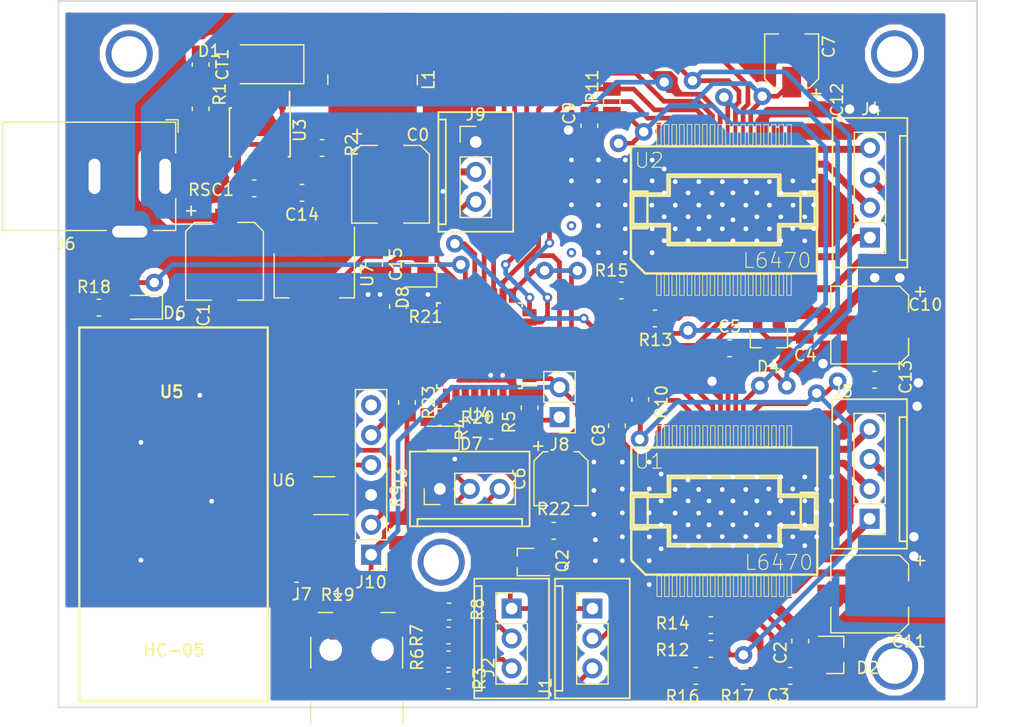
<source format=kicad_pcb>
(kicad_pcb (version 20171130) (host pcbnew 5.0.0-rc2-dev-unknown-b813eac~63~ubuntu16.04.1)

  (general
    (thickness 1.6)
    (drawings 10)
    (tracks 1075)
    (zones 0)
    (modules 66)
    (nets 106)
  )

  (page A4)
  (layers
    (0 F.Cu signal)
    (31 B.Cu signal)
    (32 B.Adhes user)
    (33 F.Adhes user hide)
    (34 B.Paste user)
    (35 F.Paste user)
    (36 B.SilkS user hide)
    (37 F.SilkS user)
    (38 B.Mask user)
    (39 F.Mask user hide)
    (40 Dwgs.User user)
    (41 Cmts.User user)
    (42 Eco1.User user hide)
    (43 Eco2.User user)
    (44 Edge.Cuts user)
    (45 Margin user)
    (46 B.CrtYd user)
    (47 F.CrtYd user)
    (48 B.Fab user)
    (49 F.Fab user)
  )

  (setup
    (last_trace_width 0.4)
    (trace_clearance 0.2)
    (zone_clearance 0.508)
    (zone_45_only yes)
    (trace_min 0.2)
    (segment_width 0.2)
    (edge_width 0.15)
    (via_size 0.8)
    (via_drill 0.4)
    (via_min_size 0.4)
    (via_min_drill 0.3)
    (user_via 4 3)
    (uvia_size 0.3)
    (uvia_drill 0.1)
    (uvias_allowed no)
    (uvia_min_size 0.2)
    (uvia_min_drill 0.1)
    (pcb_text_width 0.3)
    (pcb_text_size 1.5 1.5)
    (mod_edge_width 0.15)
    (mod_text_size 1 1)
    (mod_text_width 0.15)
    (pad_size 1.55 0.6)
    (pad_drill 0)
    (pad_to_mask_clearance 0.2)
    (aux_axis_origin 0 0)
    (visible_elements FFFFFF7F)
    (pcbplotparams
      (layerselection 0x01030_ffffffff)
      (usegerberextensions false)
      (usegerberattributes false)
      (usegerberadvancedattributes false)
      (creategerberjobfile false)
      (excludeedgelayer true)
      (linewidth 0.100000)
      (plotframeref false)
      (viasonmask false)
      (mode 1)
      (useauxorigin false)
      (hpglpennumber 1)
      (hpglpenspeed 20)
      (hpglpendiameter 15)
      (psnegative false)
      (psa4output false)
      (plotreference true)
      (plotvalue true)
      (plotinvisibletext false)
      (padsonsilk false)
      (subtractmaskfromsilk false)
      (outputformat 1)
      (mirror false)
      (drillshape 0)
      (scaleselection 1)
      (outputdirectory gerber/))
  )

  (net 0 "")
  (net 1 +3V3)
  (net 2 GND)
  (net 3 +BATT)
  (net 4 "Net-(C2-Pad2)")
  (net 5 "Net-(C3-Pad2)")
  (net 6 "Net-(C3-Pad1)")
  (net 7 "Net-(C4-Pad2)")
  (net 8 "Net-(C5-Pad2)")
  (net 9 "Net-(C5-Pad1)")
  (net 10 "Net-(CT1-Pad1)")
  (net 11 "Net-(D1-Pad1)")
  (net 12 "Net-(J1-Pad3)")
  (net 13 POS_X)
  (net 14 "Net-(J1-Pad1)")
  (net 15 "Net-(J2-Pad3)")
  (net 16 POS_Y)
  (net 17 NEEDLE)
  (net 18 "Net-(J3-Pad3)")
  (net 19 "Net-(R1-Pad1)")
  (net 20 /BOOT0)
  (net 21 "Net-(R12-Pad2)")
  (net 22 "Net-(R13-Pad2)")
  (net 23 "Net-(R14-Pad1)")
  (net 24 "Net-(R15-Pad1)")
  (net 25 "Net-(R16-Pad2)")
  (net 26 "Net-(RSC1-Pad1)")
  (net 27 /MOT1_2A)
  (net 28 "Net-(U1-Pad32)")
  (net 29 /FLAGn1)
  (net 30 /BUSYn1)
  (net 31 /MOSI)
  (net 32 /SPICLK)
  (net 33 /MISO)
  (net 34 /MOT1_2B)
  (net 35 /MOT1_1B)
  (net 36 "Net-(U1-Pad11)")
  (net 37 "Net-(U1-Pad10)")
  (net 38 /MOT1_1A)
  (net 39 /MOT2_1A)
  (net 40 "Net-(U2-Pad8)")
  (net 41 "Net-(U2-Pad10)")
  (net 42 "Net-(U2-Pad11)")
  (net 43 /MOT2_1B)
  (net 44 /MOT2_2B)
  (net 45 /BUSYn2)
  (net 46 /FLAGn2)
  (net 47 "Net-(U2-Pad32)")
  (net 48 /MOT2_2A)
  (net 49 /BT_RX)
  (net 50 /BT_TX)
  (net 51 "Net-(D6-Pad2)")
  (net 52 "Net-(U5-Pad14)")
  (net 53 "Net-(U5-Pad15)")
  (net 54 "Net-(U5-Pad16)")
  (net 55 "Net-(U5-Pad17)")
  (net 56 "Net-(U5-Pad18)")
  (net 57 "Net-(U5-Pad19)")
  (net 58 "Net-(U5-Pad20)")
  (net 59 "Net-(U5-Pad3)")
  (net 60 "Net-(U5-Pad4)")
  (net 61 "Net-(U5-Pad5)")
  (net 62 "Net-(U5-Pad6)")
  (net 63 "Net-(U5-Pad7)")
  (net 64 "Net-(U5-Pad8)")
  (net 65 "Net-(U5-Pad9)")
  (net 66 "Net-(U5-Pad10)")
  (net 67 "Net-(U5-Pad11)")
  (net 68 "Net-(U5-Pad23)")
  (net 69 "Net-(U5-Pad25)")
  (net 70 "Net-(U5-Pad26)")
  (net 71 "Net-(U5-Pad27)")
  (net 72 "Net-(U5-Pad28)")
  (net 73 "Net-(U5-Pad29)")
  (net 74 "Net-(U5-Pad30)")
  (net 75 "Net-(U5-Pad31)")
  (net 76 "Net-(U5-Pad32)")
  (net 77 "Net-(U5-Pad33)")
  (net 78 "Net-(U5-Pad34)")
  (net 79 "Net-(J7-Pad1)")
  (net 80 "Net-(J7-Pad4)")
  (net 81 "Net-(D7-Pad2)")
  (net 82 "Net-(D8-Pad2)")
  (net 83 "Net-(R20-Pad1)")
  (net 84 "Net-(R21-Pad1)")
  (net 85 "Net-(U6-Pad3)")
  (net 86 "Net-(U6-Pad6)")
  (net 87 "Net-(U6-Pad5)")
  (net 88 /VDD_U1)
  (net 89 /VDD_U2)
  (net 90 /LED_BT)
  (net 91 /USB_N)
  (net 92 /USB_P)
  (net 93 /CSn)
  (net 94 /DAISY1TO2)
  (net 95 "Net-(U4-Pad3)")
  (net 96 POS_EN)
  (net 97 "Net-(U4-Pad30)")
  (net 98 +5V)
  (net 99 "Net-(U4-Pad2)")
  (net 100 FOOT)
  (net 101 "Net-(Q2-Pad1)")
  (net 102 /SWCLK)
  (net 103 /SWDIO)
  (net 104 "Net-(J10-Pad6)")
  (net 105 /NRST)

  (net_class Default "This is the default net class."
    (clearance 0.2)
    (trace_width 0.4)
    (via_dia 0.8)
    (via_drill 0.4)
    (uvia_dia 0.3)
    (uvia_drill 0.1)
    (add_net +3V3)
    (add_net +5V)
    (add_net /BOOT0)
    (add_net /BT_RX)
    (add_net /BT_TX)
    (add_net /BUSYn1)
    (add_net /BUSYn2)
    (add_net /CSn)
    (add_net /DAISY1TO2)
    (add_net /FLAGn1)
    (add_net /FLAGn2)
    (add_net /LED_BT)
    (add_net /MISO)
    (add_net /MOSI)
    (add_net /NRST)
    (add_net /SPICLK)
    (add_net /SWCLK)
    (add_net /SWDIO)
    (add_net /USB_N)
    (add_net /USB_P)
    (add_net /VDD_U1)
    (add_net /VDD_U2)
    (add_net FOOT)
    (add_net GND)
    (add_net NEEDLE)
    (add_net "Net-(C2-Pad2)")
    (add_net "Net-(C3-Pad1)")
    (add_net "Net-(C3-Pad2)")
    (add_net "Net-(C4-Pad2)")
    (add_net "Net-(C5-Pad1)")
    (add_net "Net-(C5-Pad2)")
    (add_net "Net-(CT1-Pad1)")
    (add_net "Net-(D1-Pad1)")
    (add_net "Net-(D6-Pad2)")
    (add_net "Net-(D7-Pad2)")
    (add_net "Net-(D8-Pad2)")
    (add_net "Net-(J1-Pad1)")
    (add_net "Net-(J1-Pad3)")
    (add_net "Net-(J10-Pad6)")
    (add_net "Net-(J2-Pad3)")
    (add_net "Net-(J3-Pad3)")
    (add_net "Net-(J7-Pad1)")
    (add_net "Net-(J7-Pad4)")
    (add_net "Net-(Q2-Pad1)")
    (add_net "Net-(R1-Pad1)")
    (add_net "Net-(R12-Pad2)")
    (add_net "Net-(R13-Pad2)")
    (add_net "Net-(R14-Pad1)")
    (add_net "Net-(R15-Pad1)")
    (add_net "Net-(R16-Pad2)")
    (add_net "Net-(R20-Pad1)")
    (add_net "Net-(R21-Pad1)")
    (add_net "Net-(RSC1-Pad1)")
    (add_net "Net-(U1-Pad10)")
    (add_net "Net-(U1-Pad11)")
    (add_net "Net-(U1-Pad32)")
    (add_net "Net-(U2-Pad10)")
    (add_net "Net-(U2-Pad11)")
    (add_net "Net-(U2-Pad32)")
    (add_net "Net-(U2-Pad8)")
    (add_net "Net-(U4-Pad2)")
    (add_net "Net-(U4-Pad3)")
    (add_net "Net-(U4-Pad30)")
    (add_net "Net-(U5-Pad10)")
    (add_net "Net-(U5-Pad11)")
    (add_net "Net-(U5-Pad14)")
    (add_net "Net-(U5-Pad15)")
    (add_net "Net-(U5-Pad16)")
    (add_net "Net-(U5-Pad17)")
    (add_net "Net-(U5-Pad18)")
    (add_net "Net-(U5-Pad19)")
    (add_net "Net-(U5-Pad20)")
    (add_net "Net-(U5-Pad23)")
    (add_net "Net-(U5-Pad25)")
    (add_net "Net-(U5-Pad26)")
    (add_net "Net-(U5-Pad27)")
    (add_net "Net-(U5-Pad28)")
    (add_net "Net-(U5-Pad29)")
    (add_net "Net-(U5-Pad3)")
    (add_net "Net-(U5-Pad30)")
    (add_net "Net-(U5-Pad31)")
    (add_net "Net-(U5-Pad32)")
    (add_net "Net-(U5-Pad33)")
    (add_net "Net-(U5-Pad34)")
    (add_net "Net-(U5-Pad4)")
    (add_net "Net-(U5-Pad5)")
    (add_net "Net-(U5-Pad6)")
    (add_net "Net-(U5-Pad7)")
    (add_net "Net-(U5-Pad8)")
    (add_net "Net-(U5-Pad9)")
    (add_net "Net-(U6-Pad3)")
    (add_net "Net-(U6-Pad5)")
    (add_net "Net-(U6-Pad6)")
    (add_net POS_EN)
    (add_net POS_X)
    (add_net POS_Y)
  )

  (net_class "power drivers" ""
    (clearance 0.2)
    (trace_width 0.9)
    (via_dia 0.8)
    (via_drill 0.4)
    (uvia_dia 0.3)
    (uvia_drill 0.1)
    (add_net +BATT)
  )

  (net_class "power motors" ""
    (clearance 0.1)
    (trace_width 0.6)
    (via_dia 0.8)
    (via_drill 0.4)
    (uvia_dia 0.3)
    (uvia_drill 0.1)
    (add_net /MOT1_1A)
    (add_net /MOT1_1B)
    (add_net /MOT1_2A)
    (add_net /MOT1_2B)
    (add_net /MOT2_1A)
    (add_net /MOT2_1B)
    (add_net /MOT2_2A)
    (add_net /MOT2_2B)
  )

  (module Capacitor_SMD:CP_Elec_6.3x7.7 (layer F.Cu) (tedit 58AA8B76) (tstamp 5DC6724A)
    (at 147.193 82.075 270)
    (descr "SMT capacitor, aluminium electrolytic, 6.3x7.7")
    (path /5AA5E29F)
    (attr smd)
    (fp_text reference C0 (at -4.1922 -2.3229) (layer F.SilkS)
      (effects (font (size 1 1) (thickness 0.15)))
    )
    (fp_text value 100u (at 0.0578 -4.2229 90) (layer F.Fab)
      (effects (font (size 1 1) (thickness 0.15)))
    )
    (fp_line (start 4.7 3.4) (end -4.7 3.4) (layer F.CrtYd) (width 0.05))
    (fp_line (start 4.7 3.4) (end 4.7 -3.4) (layer F.CrtYd) (width 0.05))
    (fp_line (start -4.7 -3.4) (end -4.7 3.4) (layer F.CrtYd) (width 0.05))
    (fp_line (start -4.7 -3.4) (end 4.7 -3.4) (layer F.CrtYd) (width 0.05))
    (fp_line (start -2.54 -3.3) (end 3.3 -3.3) (layer F.SilkS) (width 0.12))
    (fp_line (start -3.3 -2.54) (end -2.54 -3.3) (layer F.SilkS) (width 0.12))
    (fp_line (start -2.54 3.3) (end -3.3 2.54) (layer F.SilkS) (width 0.12))
    (fp_line (start 3.3 3.3) (end -2.54 3.3) (layer F.SilkS) (width 0.12))
    (fp_line (start -3.3 -2.54) (end -3.3 -1.12) (layer F.SilkS) (width 0.12))
    (fp_line (start 3.3 -3.3) (end 3.3 -1.12) (layer F.SilkS) (width 0.12))
    (fp_line (start 3.3 3.3) (end 3.3 1.12) (layer F.SilkS) (width 0.12))
    (fp_line (start -3.3 2.54) (end -3.3 1.12) (layer F.SilkS) (width 0.12))
    (fp_line (start 3.15 -3.15) (end -2.48 -3.15) (layer F.Fab) (width 0.1))
    (fp_line (start -2.48 -3.15) (end -3.15 -2.48) (layer F.Fab) (width 0.1))
    (fp_line (start -3.15 -2.48) (end -3.15 2.48) (layer F.Fab) (width 0.1))
    (fp_line (start -3.15 2.48) (end -2.48 3.15) (layer F.Fab) (width 0.1))
    (fp_line (start -2.48 3.15) (end 3.15 3.15) (layer F.Fab) (width 0.1))
    (fp_line (start 3.15 3.15) (end 3.15 -3.15) (layer F.Fab) (width 0.1))
    (fp_text user %R (at -0.0922 0.5271) (layer F.Fab)
      (effects (font (size 1 1) (thickness 0.15)))
    )
    (fp_text user + (at -4.28 2.91 270) (layer F.SilkS)
      (effects (font (size 1 1) (thickness 0.15)))
    )
    (fp_text user + (at -1.73 -0.08 270) (layer F.Fab)
      (effects (font (size 1 1) (thickness 0.15)))
    )
    (fp_circle (center 0 0) (end 0.5 3) (layer F.Fab) (width 0.1))
    (pad 2 smd rect (at 2.7 0 90) (size 3.5 1.6) (layers F.Cu F.Paste F.Mask)
      (net 2 GND))
    (pad 1 smd rect (at -2.7 0 90) (size 3.5 1.6) (layers F.Cu F.Paste F.Mask)
      (net 98 +5V))
    (model ${KISYS3DMOD}/Capacitor_SMD.3dshapes/CP_Elec_6.3x7.7.wrl
      (at (xyz 0 0 0))
      (scale (xyz 1 1 1))
      (rotate (xyz 0 0 0))
    )
  )

  (module OE_lib:connector_NSK254_1x03 (layer F.Cu) (tedit 5951267E) (tstamp 5DCEF054)
    (at 151.384 107.95 90)
    (descr NSK245_1x03)
    (tags "Through hole NSK 1x03 2.54mm single row")
    (path /5AB2A00F)
    (fp_text reference J3 (at 0.999 -3.31934 90) (layer F.SilkS)
      (effects (font (size 1 1) (thickness 0.15)))
    )
    (fp_text value CONN_NEEDLE (at 2.649 1.68066 180) (layer F.Fab)
      (effects (font (size 1 1) (thickness 0.15)))
    )
    (fp_line (start -2.54 6.985) (end -3.175 6.985) (layer F.SilkS) (width 0.15))
    (fp_line (start -3.175 -1.905) (end -2.54 -1.905) (layer F.SilkS) (width 0.15))
    (fp_line (start -2.54 -1.905) (end -2.54 6.985) (layer F.SilkS) (width 0.15))
    (fp_line (start -3.175 6.985) (end -3.175 7.62) (layer F.SilkS) (width 0.15))
    (fp_line (start -3.175 7.62) (end 3.175 7.62) (layer F.SilkS) (width 0.15))
    (fp_line (start 3.175 7.62) (end 3.175 6.985) (layer F.SilkS) (width 0.15))
    (fp_line (start -3.175 -1.905) (end -3.175 -2.54) (layer F.SilkS) (width 0.15))
    (fp_line (start -3.175 -2.54) (end 3.175 -2.54) (layer F.SilkS) (width 0.15))
    (fp_line (start 3.175 -2.54) (end 3.175 -1.905) (layer F.SilkS) (width 0.15))
    (fp_line (start 3.175 -1.905) (end 3.175 6.985) (layer F.SilkS) (width 0.15))
    (fp_line (start -3.175 6.985) (end -3.175 -1.905) (layer F.SilkS) (width 0.15))
    (fp_line (start -1.27 -1.27) (end -1.27 6.35) (layer F.Fab) (width 0.1))
    (fp_line (start -1.27 6.35) (end 1.27 6.35) (layer F.Fab) (width 0.1))
    (fp_line (start 1.27 6.35) (end 1.27 -1.27) (layer F.Fab) (width 0.1))
    (fp_line (start 1.27 -1.27) (end -1.27 -1.27) (layer F.Fab) (width 0.1))
    (fp_line (start -1.33 1.27) (end -1.33 6.41) (layer F.SilkS) (width 0.12))
    (fp_line (start -1.33 6.41) (end 1.33 6.41) (layer F.SilkS) (width 0.12))
    (fp_line (start 1.33 6.41) (end 1.33 1.27) (layer F.SilkS) (width 0.12))
    (fp_line (start 1.33 1.27) (end -1.33 1.27) (layer F.SilkS) (width 0.12))
    (fp_line (start -1.33 0) (end -1.33 -1.33) (layer F.SilkS) (width 0.12))
    (fp_line (start -1.33 -1.33) (end 0 -1.33) (layer F.SilkS) (width 0.12))
    (fp_line (start -1.8 -1.8) (end -1.8 6.85) (layer F.CrtYd) (width 0.05))
    (fp_line (start -1.8 6.85) (end 1.8 6.85) (layer F.CrtYd) (width 0.05))
    (fp_line (start 1.8 6.85) (end 1.8 -1.8) (layer F.CrtYd) (width 0.05))
    (fp_line (start 1.8 -1.8) (end -1.8 -1.8) (layer F.CrtYd) (width 0.05))
    (fp_text user %R (at -0.051 -2.01934 270) (layer F.Fab)
      (effects (font (size 1 1) (thickness 0.15)))
    )
    (pad 1 thru_hole rect (at 0 0 90) (size 1.7 1.7) (drill 1) (layers *.Cu *.Mask)
      (net 2 GND))
    (pad 2 thru_hole oval (at 0 2.54 90) (size 1.7 1.7) (drill 1) (layers *.Cu *.Mask)
      (net 17 NEEDLE))
    (pad 3 thru_hole oval (at 0 5.08 90) (size 1.7 1.7) (drill 1) (layers *.Cu *.Mask)
      (net 18 "Net-(J3-Pad3)"))
    (model ${KISYS3DMOD}/Pin_Headers.3dshapes/Pin_Header_Straight_1x03_Pitch2.54mm.wrl
      (offset (xyz 0 -2.539999961853027 0))
      (scale (xyz 1 1 1))
      (rotate (xyz 0 0 90))
    )
  )

  (module Resistor_SMD:R_0805_2012Metric_Pad1.15x1.50mm_HandSolder (layer F.Cu) (tedit 59FE48B8) (tstamp 5DC2E10E)
    (at 161.0625 111.506)
    (descr "Resistor SMD 0805 (2012 Metric), square (rectangular) end terminal, IPC_7351 nominal with elongated pad for handsoldering. (Body size source: http://www.tortai-tech.com/upload/download/2011102023233369053.pdf), generated with kicad-footprint-generator")
    (tags "resistor handsolder")
    (path /5DC98E66)
    (attr smd)
    (fp_text reference R22 (at 0 -1.85) (layer F.SilkS)
      (effects (font (size 1 1) (thickness 0.15)))
    )
    (fp_text value 50 (at 0 1.85) (layer F.Fab)
      (effects (font (size 1 1) (thickness 0.15)))
    )
    (fp_line (start -1 0.6) (end -1 -0.6) (layer F.Fab) (width 0.1))
    (fp_line (start -1 -0.6) (end 1 -0.6) (layer F.Fab) (width 0.1))
    (fp_line (start 1 -0.6) (end 1 0.6) (layer F.Fab) (width 0.1))
    (fp_line (start 1 0.6) (end -1 0.6) (layer F.Fab) (width 0.1))
    (fp_line (start -0.15 -0.71) (end 0.15 -0.71) (layer F.SilkS) (width 0.12))
    (fp_line (start -0.15 0.71) (end 0.15 0.71) (layer F.SilkS) (width 0.12))
    (fp_line (start -1.86 1) (end -1.86 -1) (layer F.CrtYd) (width 0.05))
    (fp_line (start -1.86 -1) (end 1.86 -1) (layer F.CrtYd) (width 0.05))
    (fp_line (start 1.86 -1) (end 1.86 1) (layer F.CrtYd) (width 0.05))
    (fp_line (start 1.86 1) (end -1.86 1) (layer F.CrtYd) (width 0.05))
    (fp_text user %R (at 0 0) (layer F.Fab)
      (effects (font (size 0.5 0.5) (thickness 0.08)))
    )
    (pad 1 smd rect (at -1.0425 0) (size 1.145 1.5) (layers F.Cu F.Paste F.Mask)
      (net 96 POS_EN))
    (pad 2 smd rect (at 1.0425 0) (size 1.145 1.5) (layers F.Cu F.Paste F.Mask)
      (net 101 "Net-(Q2-Pad1)"))
    (model ${KISYS3DMOD}/Resistor_SMD.3dshapes/R_0805_2012Metric.wrl
      (at (xyz 0 0 0))
      (scale (xyz 1 1 1))
      (rotate (xyz 0 0 0))
    )
  )

  (module OE_lib:HC-05 (layer F.Cu) (tedit 5AB7BCE7) (tstamp 5AA58402)
    (at 128.76262 108.98582 180)
    (tags "HC-05, bluetooth")
    (path /5AA867D0)
    (fp_text reference U5 (at 0.16262 9.28582 180) (layer F.SilkS)
      (effects (font (size 1 1) (thickness 0.2)))
    )
    (fp_text value HC-05 (at -0.03738 -12.66418 180) (layer F.SilkS)
      (effects (font (size 1 1) (thickness 0.2)))
    )
    (fp_line (start 7 -16.25) (end 7 -7.5) (layer Dwgs.User) (width 0.2))
    (fp_line (start -7 -7.5) (end -7 -16.25) (layer Dwgs.User) (width 0.2))
    (fp_line (start 7 13.25) (end 6.25 13.25) (layer Dwgs.User) (width 0.2))
    (fp_line (start 7 13.25) (end 7 12.5) (layer Dwgs.User) (width 0.2))
    (fp_line (start -7 13.25) (end -6.25 13.25) (layer Dwgs.User) (width 0.2))
    (fp_line (start -7 13.25) (end -7 12.5) (layer Dwgs.User) (width 0.2))
    (fp_line (start 7 -16.25) (end -7 -16.25) (layer Dwgs.User) (width 0.2))
    (fp_text user "NOT VERIFIED YET" (at 0 -20.25 180) (layer F.SilkS) hide
      (effects (font (size 1.5 1.5) (thickness 0.2)))
    )
    (fp_line (start -8 14.75) (end -8 -17) (layer F.SilkS) (width 0.2))
    (fp_line (start -8 -17) (end 8 -17) (layer F.SilkS) (width 0.2))
    (fp_line (start 8 -17) (end 8 14.75) (layer F.SilkS) (width 0.2))
    (fp_line (start 8 14.75) (end -8 14.75) (layer F.SilkS) (width 0.2))
    (pad 14 smd rect (at -5.25 13.25 180) (size 1 1.8) (layers F.Cu F.Paste F.Mask)
      (net 52 "Net-(U5-Pad14)"))
    (pad 15 smd rect (at -3.75 13.25 180) (size 1 1.8) (layers F.Cu F.Paste F.Mask)
      (net 53 "Net-(U5-Pad15)"))
    (pad 16 smd rect (at -2.25 13.25 180) (size 1 1.8) (layers F.Cu F.Paste F.Mask)
      (net 54 "Net-(U5-Pad16)"))
    (pad 17 smd rect (at -0.75 13.25 180) (size 1 1.8) (layers F.Cu F.Paste F.Mask)
      (net 55 "Net-(U5-Pad17)"))
    (pad 18 smd rect (at 0.75 13.25 180) (size 1 1.8) (layers F.Cu F.Paste F.Mask)
      (net 56 "Net-(U5-Pad18)"))
    (pad 19 smd rect (at 2.25 13.25 180) (size 1 1.8) (layers F.Cu F.Paste F.Mask)
      (net 57 "Net-(U5-Pad19)"))
    (pad 20 smd rect (at 3.75 13.25 180) (size 1 1.8) (layers F.Cu F.Paste F.Mask)
      (net 58 "Net-(U5-Pad20)"))
    (pad 21 smd rect (at 5.25 13.25 180) (size 1 1.8) (layers F.Cu F.Paste F.Mask)
      (net 2 GND))
    (pad 1 smd rect (at -6.5 -6.5 270) (size 1 2) (layers F.Cu F.Paste F.Mask)
      (net 50 /BT_TX))
    (pad 2 smd rect (at -6.5 -5 270) (size 1 2) (layers F.Cu F.Paste F.Mask)
      (net 49 /BT_RX))
    (pad 3 smd rect (at -6.5 -3.5 270) (size 1 2) (layers F.Cu F.Paste F.Mask)
      (net 59 "Net-(U5-Pad3)"))
    (pad 4 smd rect (at -6.5 -2 270) (size 1 2) (layers F.Cu F.Paste F.Mask)
      (net 60 "Net-(U5-Pad4)"))
    (pad 5 smd rect (at -6.5 -0.5 270) (size 1 2) (layers F.Cu F.Paste F.Mask)
      (net 61 "Net-(U5-Pad5)"))
    (pad 6 smd rect (at -6.5 1 270) (size 1 2) (layers F.Cu F.Paste F.Mask)
      (net 62 "Net-(U5-Pad6)"))
    (pad 7 smd rect (at -6.5 2.5 270) (size 1 2) (layers F.Cu F.Paste F.Mask)
      (net 63 "Net-(U5-Pad7)"))
    (pad 8 smd rect (at -6.5 4 270) (size 1 2) (layers F.Cu F.Paste F.Mask)
      (net 64 "Net-(U5-Pad8)"))
    (pad 9 smd rect (at -6.5 5.5 270) (size 1 2) (layers F.Cu F.Paste F.Mask)
      (net 65 "Net-(U5-Pad9)"))
    (pad 10 smd rect (at -6.5 7 270) (size 1 2) (layers F.Cu F.Paste F.Mask)
      (net 66 "Net-(U5-Pad10)"))
    (pad 11 smd rect (at -6.5 8.5 270) (size 1 2) (layers F.Cu F.Paste F.Mask)
      (net 67 "Net-(U5-Pad11)"))
    (pad 12 smd rect (at -6.5 10 270) (size 1 2) (layers F.Cu F.Paste F.Mask)
      (net 1 +3V3))
    (pad 13 smd rect (at -6.5 11.5 270) (size 1 2) (layers F.Cu F.Paste F.Mask)
      (net 2 GND))
    (pad 22 smd rect (at 6.5 11.5 180) (size 2 1) (layers F.Cu F.Paste F.Mask)
      (net 2 GND))
    (pad 23 smd rect (at 6.5 10 180) (size 2 1) (layers F.Cu F.Paste F.Mask)
      (net 68 "Net-(U5-Pad23)"))
    (pad 24 smd rect (at 6.5 8.5 180) (size 2 1) (layers F.Cu F.Paste F.Mask)
      (net 90 /LED_BT))
    (pad 25 smd rect (at 6.5 7 180) (size 2 1) (layers F.Cu F.Paste F.Mask)
      (net 69 "Net-(U5-Pad25)"))
    (pad 26 smd rect (at 6.5 5.5 180) (size 2 1) (layers F.Cu F.Paste F.Mask)
      (net 70 "Net-(U5-Pad26)"))
    (pad 27 smd rect (at 6.5 4 180) (size 2 1) (layers F.Cu F.Paste F.Mask)
      (net 71 "Net-(U5-Pad27)"))
    (pad 28 smd rect (at 6.5 2.5 180) (size 2 1) (layers F.Cu F.Paste F.Mask)
      (net 72 "Net-(U5-Pad28)"))
    (pad 29 smd rect (at 6.5 1 180) (size 2 1) (layers F.Cu F.Paste F.Mask)
      (net 73 "Net-(U5-Pad29)"))
    (pad 30 smd rect (at 6.5 -0.5 180) (size 2 1) (layers F.Cu F.Paste F.Mask)
      (net 74 "Net-(U5-Pad30)"))
    (pad 31 smd rect (at 6.5 -2 180) (size 2 1) (layers F.Cu F.Paste F.Mask)
      (net 75 "Net-(U5-Pad31)"))
    (pad 32 smd rect (at 6.5 -3.5 180) (size 2 1) (layers F.Cu F.Paste F.Mask)
      (net 76 "Net-(U5-Pad32)"))
    (pad 33 smd rect (at 6.5 -5 180) (size 2 1) (layers F.Cu F.Paste F.Mask)
      (net 77 "Net-(U5-Pad33)"))
    (pad 34 smd rect (at 6.5 -6.5 180) (size 2 1) (layers F.Cu F.Paste F.Mask)
      (net 78 "Net-(U5-Pad34)"))
  )

  (module OE_lib:connector_NSK254_1x04_angle (layer F.Cu) (tedit 59512AC2) (tstamp 5AB132F2)
    (at 187.88126 110.4872 180)
    (descr NSK245_1x04)
    (tags "Through hole NSK 1x04 2.54mm single row")
    (path /5AD04D17)
    (fp_text reference J5 (at 2.26726 10.8372 180) (layer F.SilkS)
      (effects (font (size 1 1) (thickness 0.15)))
    )
    (fp_text value CONN_MOT1 (at 2.06726 3.5372 270) (layer F.Fab)
      (effects (font (size 1 1) (thickness 0.15)))
    )
    (fp_text user %R (at 3.31726 2.8872 270) (layer F.Fab)
      (effects (font (size 1 1) (thickness 0.15)))
    )
    (fp_line (start -1.33 -1.33) (end 0 -1.33) (layer F.SilkS) (width 0.12))
    (fp_line (start -1.33 0) (end -1.33 -1.33) (layer F.SilkS) (width 0.12))
    (fp_line (start 1.33 1.27) (end -1.33 1.27) (layer F.SilkS) (width 0.12))
    (fp_line (start 1.32588 8.95096) (end 1.33 1.27) (layer F.SilkS) (width 0.12))
    (fp_line (start -1.33 8.95) (end 1.33 8.95) (layer F.SilkS) (width 0.12))
    (fp_line (start -1.33 1.27) (end -1.33096 8.95096) (layer F.SilkS) (width 0.12))
    (fp_line (start 1.27 -1.27) (end -1.27 -1.27) (layer F.Fab) (width 0.1))
    (fp_line (start 1.27 8.89) (end 1.27 -1.27) (layer F.Fab) (width 0.1))
    (fp_line (start -1.27 8.89) (end 1.27 8.89) (layer F.Fab) (width 0.1))
    (fp_line (start -1.27 -1.27) (end -1.2954 8.89) (layer F.Fab) (width 0.1))
    (fp_line (start -3.175 6.985) (end -3.175 -1.905) (layer F.SilkS) (width 0.15))
    (fp_line (start 3.175 -1.905) (end 3.175 9.525) (layer F.SilkS) (width 0.15))
    (fp_line (start 3.175 -2.54) (end 3.175 -1.905) (layer F.SilkS) (width 0.15))
    (fp_line (start -3.175 -2.54) (end 3.175 -2.54) (layer F.SilkS) (width 0.15))
    (fp_line (start -3.175 -1.905) (end -3.175 -2.54) (layer F.SilkS) (width 0.15))
    (fp_line (start 3.175 10.16) (end 3.175 9.525) (layer F.SilkS) (width 0.15))
    (fp_line (start -3.175 10.16) (end 3.175 10.16) (layer F.SilkS) (width 0.15))
    (fp_line (start -3.175 6.985) (end -3.175 10.16) (layer F.SilkS) (width 0.15))
    (fp_line (start -2.54 -1.905) (end -2.54 8.636) (layer F.SilkS) (width 0.15))
    (fp_line (start -3.175 -1.905) (end -2.54 -1.905) (layer F.SilkS) (width 0.15))
    (fp_line (start -2.54 8.636) (end -3.175 8.636) (layer F.SilkS) (width 0.15))
    (fp_line (start -1.778 -1.524) (end -5.461 -1.524) (layer F.CrtYd) (width 0.05))
    (fp_line (start -13.081 0) (end -13.081 7.62) (layer F.CrtYd) (width 0.05))
    (fp_line (start -5.461 9.017) (end -1.778 9.017) (layer F.CrtYd) (width 0.05))
    (fp_line (start -5.461 9.017) (end -5.461 -1.524) (layer F.CrtYd) (width 0.05))
    (fp_line (start -12.827 -0.254) (end -5.461 -0.254) (layer F.CrtYd) (width 0.05))
    (fp_line (start -12.827 7.874) (end -5.461 7.874) (layer F.CrtYd) (width 0.05))
    (fp_line (start -1.778 -1.524) (end -1.778 9.017) (layer F.CrtYd) (width 0.05))
    (fp_line (start -1.778 -0.762) (end -2.159 -0.762) (layer F.CrtYd) (width 0.05))
    (fp_line (start -2.159 -0.762) (end -2.159 0.508) (layer F.CrtYd) (width 0.05))
    (fp_line (start -2.159 0.508) (end -1.778 0.508) (layer F.CrtYd) (width 0.05))
    (fp_line (start -2.159 3.175) (end -1.778 3.175) (layer F.CrtYd) (width 0.05))
    (fp_line (start -1.778 1.905) (end -2.159 1.905) (layer F.CrtYd) (width 0.05))
    (fp_line (start -2.159 1.905) (end -2.159 3.175) (layer F.CrtYd) (width 0.05))
    (fp_line (start -2.159 5.715) (end -1.778 5.715) (layer F.CrtYd) (width 0.05))
    (fp_line (start -2.159 4.445) (end -2.159 5.715) (layer F.CrtYd) (width 0.05))
    (fp_line (start -1.778 4.445) (end -2.159 4.445) (layer F.CrtYd) (width 0.05))
    (fp_arc (start -12.827 0) (end -12.827 -0.254) (angle -90) (layer F.CrtYd) (width 0.05))
    (fp_arc (start -12.827 7.62) (end -13.081 7.62) (angle -90) (layer F.CrtYd) (width 0.05))
    (fp_line (start 0 -0.254) (end -12.065 -0.254) (layer F.CrtYd) (width 0.15))
    (fp_line (start -12.065 -0.254) (end -12.192 -0.127) (layer F.CrtYd) (width 0.15))
    (fp_line (start -12.192 -0.127) (end -12.192 0.127) (layer F.CrtYd) (width 0.15))
    (fp_line (start -12.192 0.127) (end -12.065 0.254) (layer F.CrtYd) (width 0.15))
    (fp_line (start -12.065 0.254) (end 0 0.254) (layer F.CrtYd) (width 0.15))
    (fp_line (start -12.192 2.667) (end -12.065 2.794) (layer F.CrtYd) (width 0.15))
    (fp_line (start 0 2.286) (end -12.065 2.286) (layer F.CrtYd) (width 0.15))
    (fp_line (start -12.192 2.413) (end -12.192 2.667) (layer F.CrtYd) (width 0.15))
    (fp_line (start -12.065 2.794) (end 0 2.794) (layer F.CrtYd) (width 0.15))
    (fp_line (start -12.065 2.286) (end -12.192 2.413) (layer F.CrtYd) (width 0.15))
    (fp_line (start -12.192 4.953) (end -12.192 5.207) (layer F.CrtYd) (width 0.15))
    (fp_line (start -12.065 4.826) (end -12.192 4.953) (layer F.CrtYd) (width 0.15))
    (fp_line (start -12.192 5.207) (end -12.065 5.334) (layer F.CrtYd) (width 0.15))
    (fp_line (start 0 4.826) (end -12.065 4.826) (layer F.CrtYd) (width 0.15))
    (fp_line (start -12.065 5.334) (end 0 5.334) (layer F.CrtYd) (width 0.15))
    (fp_line (start 0 7.366) (end -12.065 7.366) (layer F.CrtYd) (width 0.15))
    (fp_line (start -12.065 7.366) (end -12.192 7.493) (layer F.CrtYd) (width 0.15))
    (fp_line (start -2.159 6.985) (end -2.159 8.255) (layer F.CrtYd) (width 0.05))
    (fp_line (start -2.159 8.255) (end -1.778 8.255) (layer F.CrtYd) (width 0.05))
    (fp_line (start -12.192 7.747) (end -12.065 7.874) (layer F.CrtYd) (width 0.15))
    (fp_line (start -12.192 7.493) (end -12.192 7.747) (layer F.CrtYd) (width 0.15))
    (fp_line (start -12.065 7.874) (end 0 7.874) (layer F.CrtYd) (width 0.15))
    (fp_line (start -1.778 6.985) (end -2.159 6.985) (layer F.CrtYd) (width 0.05))
    (pad 3 thru_hole oval (at 0 5.08 180) (size 1.7 1.7) (drill 1) (layers *.Cu *.Mask)
      (net 35 /MOT1_1B))
    (pad 2 thru_hole oval (at 0 2.54 180) (size 1.7 1.7) (drill 1) (layers *.Cu *.Mask)
      (net 27 /MOT1_2A))
    (pad 1 thru_hole rect (at 0 0 180) (size 1.7 1.7) (drill 1) (layers *.Cu *.Mask)
      (net 38 /MOT1_1A))
    (pad 4 thru_hole oval (at 0 7.62 180) (size 1.7 1.7) (drill 1) (layers *.Cu *.Mask)
      (net 34 /MOT1_2B))
    (model ${KISYS3DMOD}/Pin_Headers.3dshapes/Pin_Header_Straight_1x03_Pitch2.54mm.wrl
      (offset (xyz 0 -2.539999961853027 0))
      (scale (xyz 1 1 1))
      (rotate (xyz 0 0 90))
    )
  )

  (module Capacitor_SMD:C_0805_2012Metric_Pad1.15x1.50mm_HandSolder (layer F.Cu) (tedit 5AB7BEF8) (tstamp 5DCEBE62)
    (at 175.9955 96.012)
    (descr "Capacitor SMD 0805 (2012 Metric), square (rectangular) end terminal, IPC_7351 nominal with elongated pad for handsoldering. (Body size source: http://www.tortai-tech.com/upload/download/2011102023233369053.pdf), generated with kicad-footprint-generator")
    (tags "capacitor handsolder")
    (path /5AA112E6)
    (attr smd)
    (fp_text reference C5 (at 0 -1.85) (layer F.SilkS)
      (effects (font (size 1 1) (thickness 0.15)))
    )
    (fp_text value 10n (at 0.175 1.3784) (layer F.Fab)
      (effects (font (size 0.5 0.5) (thickness 0.125)))
    )
    (fp_text user %R (at -0.125 0.05842) (layer F.Fab)
      (effects (font (size 0.5 0.5) (thickness 0.08)))
    )
    (fp_line (start 1.86 1) (end -1.86 1) (layer F.CrtYd) (width 0.05))
    (fp_line (start 1.86 -1) (end 1.86 1) (layer F.CrtYd) (width 0.05))
    (fp_line (start -1.86 -1) (end 1.86 -1) (layer F.CrtYd) (width 0.05))
    (fp_line (start -1.86 1) (end -1.86 -1) (layer F.CrtYd) (width 0.05))
    (fp_line (start -0.15 0.71) (end 0.15 0.71) (layer F.SilkS) (width 0.12))
    (fp_line (start -0.15 -0.71) (end 0.15 -0.71) (layer F.SilkS) (width 0.12))
    (fp_line (start 1 0.6) (end -1 0.6) (layer F.Fab) (width 0.1))
    (fp_line (start 1 -0.6) (end 1 0.6) (layer F.Fab) (width 0.1))
    (fp_line (start -1 -0.6) (end 1 -0.6) (layer F.Fab) (width 0.1))
    (fp_line (start -1 0.6) (end -1 -0.6) (layer F.Fab) (width 0.1))
    (pad 2 smd rect (at 1.0425 0) (size 1.145 1.5) (layers F.Cu F.Paste F.Mask)
      (net 8 "Net-(C5-Pad2)"))
    (pad 1 smd rect (at -1.0425 0) (size 1.145 1.5) (layers F.Cu F.Paste F.Mask)
      (net 9 "Net-(C5-Pad1)"))
    (model ${KISYS3DMOD}/Capacitor_SMD.3dshapes/C_0805_2012Metric.wrl
      (at (xyz 0 0 0))
      (scale (xyz 1 1 1))
      (rotate (xyz 0 0 0))
    )
  )

  (module Resistor_SMD:R_0805_2012Metric_Pad1.15x1.50mm_HandSolder (layer F.Cu) (tedit 59FE48B8) (tstamp 5DCED8F0)
    (at 169.6455 93.472)
    (descr "Resistor SMD 0805 (2012 Metric), square (rectangular) end terminal, IPC_7351 nominal with elongated pad for handsoldering. (Body size source: http://www.tortai-tech.com/upload/download/2011102023233369053.pdf), generated with kicad-footprint-generator")
    (tags "resistor handsolder")
    (path /5AA112CC)
    (attr smd)
    (fp_text reference R13 (at 0.0522 1.8328 180) (layer F.SilkS)
      (effects (font (size 1 1) (thickness 0.15)))
    )
    (fp_text value 10k (at -3.3478 0.0328) (layer F.Fab)
      (effects (font (size 1 1) (thickness 0.15)))
    )
    (fp_line (start -1 0.6) (end -1 -0.6) (layer F.Fab) (width 0.1))
    (fp_line (start -1 -0.6) (end 1 -0.6) (layer F.Fab) (width 0.1))
    (fp_line (start 1 -0.6) (end 1 0.6) (layer F.Fab) (width 0.1))
    (fp_line (start 1 0.6) (end -1 0.6) (layer F.Fab) (width 0.1))
    (fp_line (start -0.15 -0.71) (end 0.15 -0.71) (layer F.SilkS) (width 0.12))
    (fp_line (start -0.15 0.71) (end 0.15 0.71) (layer F.SilkS) (width 0.12))
    (fp_line (start -1.86 1) (end -1.86 -1) (layer F.CrtYd) (width 0.05))
    (fp_line (start -1.86 -1) (end 1.86 -1) (layer F.CrtYd) (width 0.05))
    (fp_line (start 1.86 -1) (end 1.86 1) (layer F.CrtYd) (width 0.05))
    (fp_line (start 1.86 1) (end -1.86 1) (layer F.CrtYd) (width 0.05))
    (fp_text user %R (at 0 0) (layer F.Fab)
      (effects (font (size 0.5 0.5) (thickness 0.08)))
    )
    (pad 1 smd rect (at -1.0425 0) (size 1.145 1.5) (layers F.Cu F.Paste F.Mask)
      (net 89 /VDD_U2))
    (pad 2 smd rect (at 1.0425 0) (size 1.145 1.5) (layers F.Cu F.Paste F.Mask)
      (net 22 "Net-(R13-Pad2)"))
    (model ${KISYS3DMOD}/Resistor_SMD.3dshapes/R_0805_2012Metric.wrl
      (at (xyz 0 0 0))
      (scale (xyz 1 1 1))
      (rotate (xyz 0 0 0))
    )
  )

  (module OE_lib:POWERSO36 (layer F.Cu) (tedit 5AAAD641) (tstamp 5DCEEDBF)
    (at 175.53686 109.8296)
    (descr "36 LEADS POWER SMALL OUTLINE PACKAGE")
    (tags "36 LEADS POWER SMALL OUTLINE PACKAGE")
    (path /5A9F0D24)
    (attr smd)
    (fp_text reference U1 (at -6.37286 -4.2296) (layer F.SilkS)
      (effects (font (size 1.27 1.27) (thickness 0.0889)))
    )
    (fp_text value L6470 (at 4.62714 4.3704) (layer F.SilkS)
      (effects (font (size 1.27 1.27) (thickness 0.0889)))
    )
    (fp_line (start -5.715 7.24916) (end -5.334 7.24916) (layer F.SilkS) (width 0.06604))
    (fp_line (start -5.334 7.24916) (end -5.334 5.4991) (layer F.SilkS) (width 0.06604))
    (fp_line (start -5.715 5.4991) (end -5.334 5.4991) (layer F.SilkS) (width 0.06604))
    (fp_line (start -5.715 7.24916) (end -5.715 5.4991) (layer F.SilkS) (width 0.06604))
    (fp_line (start -5.06476 7.24916) (end -4.68376 7.24916) (layer F.SilkS) (width 0.06604))
    (fp_line (start -4.68376 7.24916) (end -4.68376 5.4991) (layer F.SilkS) (width 0.06604))
    (fp_line (start -5.06476 5.4991) (end -4.68376 5.4991) (layer F.SilkS) (width 0.06604))
    (fp_line (start -5.06476 7.24916) (end -5.06476 5.4991) (layer F.SilkS) (width 0.06604))
    (fp_line (start -4.41452 7.24916) (end -4.03352 7.24916) (layer F.SilkS) (width 0.06604))
    (fp_line (start -4.03352 7.24916) (end -4.03352 5.4991) (layer F.SilkS) (width 0.06604))
    (fp_line (start -4.41452 5.4991) (end -4.03352 5.4991) (layer F.SilkS) (width 0.06604))
    (fp_line (start -4.41452 7.24916) (end -4.41452 5.4991) (layer F.SilkS) (width 0.06604))
    (fp_line (start -3.76428 7.24916) (end -3.38328 7.24916) (layer F.SilkS) (width 0.06604))
    (fp_line (start -3.38328 7.24916) (end -3.38328 5.4991) (layer F.SilkS) (width 0.06604))
    (fp_line (start -3.76428 5.4991) (end -3.38328 5.4991) (layer F.SilkS) (width 0.06604))
    (fp_line (start -3.76428 7.24916) (end -3.76428 5.4991) (layer F.SilkS) (width 0.06604))
    (fp_line (start -3.11404 7.24916) (end -2.73304 7.24916) (layer F.SilkS) (width 0.06604))
    (fp_line (start -2.73304 7.24916) (end -2.73304 5.4991) (layer F.SilkS) (width 0.06604))
    (fp_line (start -3.11404 5.4991) (end -2.73304 5.4991) (layer F.SilkS) (width 0.06604))
    (fp_line (start -3.11404 7.24916) (end -3.11404 5.4991) (layer F.SilkS) (width 0.06604))
    (fp_line (start -2.4638 7.24916) (end -2.0828 7.24916) (layer F.SilkS) (width 0.06604))
    (fp_line (start -2.0828 7.24916) (end -2.0828 5.4991) (layer F.SilkS) (width 0.06604))
    (fp_line (start -2.4638 5.4991) (end -2.0828 5.4991) (layer F.SilkS) (width 0.06604))
    (fp_line (start -2.4638 7.24916) (end -2.4638 5.4991) (layer F.SilkS) (width 0.06604))
    (fp_line (start -1.81356 7.24916) (end -1.43256 7.24916) (layer F.SilkS) (width 0.06604))
    (fp_line (start -1.43256 7.24916) (end -1.43256 5.4991) (layer F.SilkS) (width 0.06604))
    (fp_line (start -1.81356 5.4991) (end -1.43256 5.4991) (layer F.SilkS) (width 0.06604))
    (fp_line (start -1.81356 7.24916) (end -1.81356 5.4991) (layer F.SilkS) (width 0.06604))
    (fp_line (start -1.16332 7.24916) (end -0.78486 7.24916) (layer F.SilkS) (width 0.06604))
    (fp_line (start -0.78486 7.24916) (end -0.78486 5.4991) (layer F.SilkS) (width 0.06604))
    (fp_line (start -1.16332 5.4991) (end -0.78486 5.4991) (layer F.SilkS) (width 0.06604))
    (fp_line (start -1.16332 7.24916) (end -1.16332 5.4991) (layer F.SilkS) (width 0.06604))
    (fp_line (start -0.51308 7.24916) (end -0.13462 7.24916) (layer F.SilkS) (width 0.06604))
    (fp_line (start -0.13462 7.24916) (end -0.13462 5.4991) (layer F.SilkS) (width 0.06604))
    (fp_line (start -0.51308 5.4991) (end -0.13462 5.4991) (layer F.SilkS) (width 0.06604))
    (fp_line (start -0.51308 7.24916) (end -0.51308 5.4991) (layer F.SilkS) (width 0.06604))
    (fp_line (start 0.13462 7.24916) (end 0.51308 7.24916) (layer F.SilkS) (width 0.06604))
    (fp_line (start 0.51308 7.24916) (end 0.51308 5.4991) (layer F.SilkS) (width 0.06604))
    (fp_line (start 0.13462 5.4991) (end 0.51308 5.4991) (layer F.SilkS) (width 0.06604))
    (fp_line (start 0.13462 7.24916) (end 0.13462 5.4991) (layer F.SilkS) (width 0.06604))
    (fp_line (start 0.78486 7.24916) (end 1.16332 7.24916) (layer F.SilkS) (width 0.06604))
    (fp_line (start 1.16332 7.24916) (end 1.16332 5.4991) (layer F.SilkS) (width 0.06604))
    (fp_line (start 0.78486 5.4991) (end 1.16332 5.4991) (layer F.SilkS) (width 0.06604))
    (fp_line (start 0.78486 7.24916) (end 0.78486 5.4991) (layer F.SilkS) (width 0.06604))
    (fp_line (start 1.43256 7.24916) (end 1.81356 7.24916) (layer F.SilkS) (width 0.06604))
    (fp_line (start 1.81356 7.24916) (end 1.81356 5.4991) (layer F.SilkS) (width 0.06604))
    (fp_line (start 1.43256 5.4991) (end 1.81356 5.4991) (layer F.SilkS) (width 0.06604))
    (fp_line (start 1.43256 7.24916) (end 1.43256 5.4991) (layer F.SilkS) (width 0.06604))
    (fp_line (start 2.0828 7.24916) (end 2.4638 7.24916) (layer F.SilkS) (width 0.06604))
    (fp_line (start 2.4638 7.24916) (end 2.4638 5.4991) (layer F.SilkS) (width 0.06604))
    (fp_line (start 2.0828 5.4991) (end 2.4638 5.4991) (layer F.SilkS) (width 0.06604))
    (fp_line (start 2.0828 7.24916) (end 2.0828 5.4991) (layer F.SilkS) (width 0.06604))
    (fp_line (start 2.73304 7.24916) (end 3.11404 7.24916) (layer F.SilkS) (width 0.06604))
    (fp_line (start 3.11404 7.24916) (end 3.11404 5.4991) (layer F.SilkS) (width 0.06604))
    (fp_line (start 2.73304 5.4991) (end 3.11404 5.4991) (layer F.SilkS) (width 0.06604))
    (fp_line (start 2.73304 7.24916) (end 2.73304 5.4991) (layer F.SilkS) (width 0.06604))
    (fp_line (start 3.38328 7.24916) (end 3.76428 7.24916) (layer F.SilkS) (width 0.06604))
    (fp_line (start 3.76428 7.24916) (end 3.76428 5.4991) (layer F.SilkS) (width 0.06604))
    (fp_line (start 3.38328 5.4991) (end 3.76428 5.4991) (layer F.SilkS) (width 0.06604))
    (fp_line (start 3.38328 7.24916) (end 3.38328 5.4991) (layer F.SilkS) (width 0.06604))
    (fp_line (start 4.03352 7.24916) (end 4.41452 7.24916) (layer F.SilkS) (width 0.06604))
    (fp_line (start 4.41452 7.24916) (end 4.41452 5.4991) (layer F.SilkS) (width 0.06604))
    (fp_line (start 4.03352 5.4991) (end 4.41452 5.4991) (layer F.SilkS) (width 0.06604))
    (fp_line (start 4.03352 7.24916) (end 4.03352 5.4991) (layer F.SilkS) (width 0.06604))
    (fp_line (start 4.68376 7.24916) (end 5.06476 7.24916) (layer F.SilkS) (width 0.06604))
    (fp_line (start 5.06476 7.24916) (end 5.06476 5.4991) (layer F.SilkS) (width 0.06604))
    (fp_line (start 4.68376 5.4991) (end 5.06476 5.4991) (layer F.SilkS) (width 0.06604))
    (fp_line (start 4.68376 7.24916) (end 4.68376 5.4991) (layer F.SilkS) (width 0.06604))
    (fp_line (start 5.334 7.24916) (end 5.715 7.24916) (layer F.SilkS) (width 0.06604))
    (fp_line (start 5.715 7.24916) (end 5.715 5.4991) (layer F.SilkS) (width 0.06604))
    (fp_line (start 5.334 5.4991) (end 5.715 5.4991) (layer F.SilkS) (width 0.06604))
    (fp_line (start 5.334 7.24916) (end 5.334 5.4991) (layer F.SilkS) (width 0.06604))
    (fp_line (start 5.334 -5.4991) (end 5.715 -5.4991) (layer F.SilkS) (width 0.06604))
    (fp_line (start 5.715 -5.4991) (end 5.715 -7.24916) (layer F.SilkS) (width 0.06604))
    (fp_line (start 5.334 -7.24916) (end 5.715 -7.24916) (layer F.SilkS) (width 0.06604))
    (fp_line (start 5.334 -5.4991) (end 5.334 -7.24916) (layer F.SilkS) (width 0.06604))
    (fp_line (start 4.68376 -5.4991) (end 5.06476 -5.4991) (layer F.SilkS) (width 0.06604))
    (fp_line (start 5.06476 -5.4991) (end 5.06476 -7.24916) (layer F.SilkS) (width 0.06604))
    (fp_line (start 4.68376 -7.24916) (end 5.06476 -7.24916) (layer F.SilkS) (width 0.06604))
    (fp_line (start 4.68376 -5.4991) (end 4.68376 -7.24916) (layer F.SilkS) (width 0.06604))
    (fp_line (start 4.03352 -5.4991) (end 4.41452 -5.4991) (layer F.SilkS) (width 0.06604))
    (fp_line (start 4.41452 -5.4991) (end 4.41452 -7.24916) (layer F.SilkS) (width 0.06604))
    (fp_line (start 4.03352 -7.24916) (end 4.41452 -7.24916) (layer F.SilkS) (width 0.06604))
    (fp_line (start 4.03352 -5.4991) (end 4.03352 -7.24916) (layer F.SilkS) (width 0.06604))
    (fp_line (start 3.38328 -5.4991) (end 3.76428 -5.4991) (layer F.SilkS) (width 0.06604))
    (fp_line (start 3.76428 -5.4991) (end 3.76428 -7.24916) (layer F.SilkS) (width 0.06604))
    (fp_line (start 3.38328 -7.24916) (end 3.76428 -7.24916) (layer F.SilkS) (width 0.06604))
    (fp_line (start 3.38328 -5.4991) (end 3.38328 -7.24916) (layer F.SilkS) (width 0.06604))
    (fp_line (start 2.73304 -5.4991) (end 3.11404 -5.4991) (layer F.SilkS) (width 0.06604))
    (fp_line (start 3.11404 -5.4991) (end 3.11404 -7.24916) (layer F.SilkS) (width 0.06604))
    (fp_line (start 2.73304 -7.24916) (end 3.11404 -7.24916) (layer F.SilkS) (width 0.06604))
    (fp_line (start 2.73304 -5.4991) (end 2.73304 -7.24916) (layer F.SilkS) (width 0.06604))
    (fp_line (start 2.0828 -5.4991) (end 2.4638 -5.4991) (layer F.SilkS) (width 0.06604))
    (fp_line (start 2.4638 -5.4991) (end 2.4638 -7.24916) (layer F.SilkS) (width 0.06604))
    (fp_line (start 2.0828 -7.24916) (end 2.4638 -7.24916) (layer F.SilkS) (width 0.06604))
    (fp_line (start 2.0828 -5.4991) (end 2.0828 -7.24916) (layer F.SilkS) (width 0.06604))
    (fp_line (start 1.43256 -5.4991) (end 1.81356 -5.4991) (layer F.SilkS) (width 0.06604))
    (fp_line (start 1.81356 -5.4991) (end 1.81356 -7.24916) (layer F.SilkS) (width 0.06604))
    (fp_line (start 1.43256 -7.24916) (end 1.81356 -7.24916) (layer F.SilkS) (width 0.06604))
    (fp_line (start 1.43256 -5.4991) (end 1.43256 -7.24916) (layer F.SilkS) (width 0.06604))
    (fp_line (start 0.78486 -5.4991) (end 1.16332 -5.4991) (layer F.SilkS) (width 0.06604))
    (fp_line (start 1.16332 -5.4991) (end 1.16332 -7.24916) (layer F.SilkS) (width 0.06604))
    (fp_line (start 0.78486 -7.24916) (end 1.16332 -7.24916) (layer F.SilkS) (width 0.06604))
    (fp_line (start 0.78486 -5.4991) (end 0.78486 -7.24916) (layer F.SilkS) (width 0.06604))
    (fp_line (start 0.13462 -5.4991) (end 0.51308 -5.4991) (layer F.SilkS) (width 0.06604))
    (fp_line (start 0.51308 -5.4991) (end 0.51308 -7.24916) (layer F.SilkS) (width 0.06604))
    (fp_line (start 0.13462 -7.24916) (end 0.51308 -7.24916) (layer F.SilkS) (width 0.06604))
    (fp_line (start 0.13462 -5.4991) (end 0.13462 -7.24916) (layer F.SilkS) (width 0.06604))
    (fp_line (start -0.51308 -5.4991) (end -0.13462 -5.4991) (layer F.SilkS) (width 0.06604))
    (fp_line (start -0.13462 -5.4991) (end -0.13462 -7.24916) (layer F.SilkS) (width 0.06604))
    (fp_line (start -0.51308 -7.24916) (end -0.13462 -7.24916) (layer F.SilkS) (width 0.06604))
    (fp_line (start -0.51308 -5.4991) (end -0.51308 -7.24916) (layer F.SilkS) (width 0.06604))
    (fp_line (start -1.16332 -5.4991) (end -0.78486 -5.4991) (layer F.SilkS) (width 0.06604))
    (fp_line (start -0.78486 -5.4991) (end -0.78486 -7.24916) (layer F.SilkS) (width 0.06604))
    (fp_line (start -1.16332 -7.24916) (end -0.78486 -7.24916) (layer F.SilkS) (width 0.06604))
    (fp_line (start -1.16332 -5.4991) (end -1.16332 -7.24916) (layer F.SilkS) (width 0.06604))
    (fp_line (start -1.81356 -5.4991) (end -1.43256 -5.4991) (layer F.SilkS) (width 0.06604))
    (fp_line (start -1.43256 -5.4991) (end -1.43256 -7.24916) (layer F.SilkS) (width 0.06604))
    (fp_line (start -1.81356 -7.24916) (end -1.43256 -7.24916) (layer F.SilkS) (width 0.06604))
    (fp_line (start -1.81356 -5.4991) (end -1.81356 -7.24916) (layer F.SilkS) (width 0.06604))
    (fp_line (start -2.4638 -5.4991) (end -2.0828 -5.4991) (layer F.SilkS) (width 0.06604))
    (fp_line (start -2.0828 -5.4991) (end -2.0828 -7.24916) (layer F.SilkS) (width 0.06604))
    (fp_line (start -2.4638 -7.24916) (end -2.0828 -7.24916) (layer F.SilkS) (width 0.06604))
    (fp_line (start -2.4638 -5.4991) (end -2.4638 -7.24916) (layer F.SilkS) (width 0.06604))
    (fp_line (start -3.11404 -5.4991) (end -2.73304 -5.4991) (layer F.SilkS) (width 0.06604))
    (fp_line (start -2.73304 -5.4991) (end -2.73304 -7.24916) (layer F.SilkS) (width 0.06604))
    (fp_line (start -3.11404 -7.24916) (end -2.73304 -7.24916) (layer F.SilkS) (width 0.06604))
    (fp_line (start -3.11404 -5.4991) (end -3.11404 -7.24916) (layer F.SilkS) (width 0.06604))
    (fp_line (start -3.76428 -5.4991) (end -3.38328 -5.4991) (layer F.SilkS) (width 0.06604))
    (fp_line (start -3.38328 -5.4991) (end -3.38328 -7.24916) (layer F.SilkS) (width 0.06604))
    (fp_line (start -3.76428 -7.24916) (end -3.38328 -7.24916) (layer F.SilkS) (width 0.06604))
    (fp_line (start -3.76428 -5.4991) (end -3.76428 -7.24916) (layer F.SilkS) (width 0.06604))
    (fp_line (start -4.41452 -5.4991) (end -4.03352 -5.4991) (layer F.SilkS) (width 0.06604))
    (fp_line (start -4.03352 -5.4991) (end -4.03352 -7.24916) (layer F.SilkS) (width 0.06604))
    (fp_line (start -4.41452 -7.24916) (end -4.03352 -7.24916) (layer F.SilkS) (width 0.06604))
    (fp_line (start -4.41452 -5.4991) (end -4.41452 -7.24916) (layer F.SilkS) (width 0.06604))
    (fp_line (start -5.06476 -5.4991) (end -4.68376 -5.4991) (layer F.SilkS) (width 0.06604))
    (fp_line (start -4.68376 -5.4991) (end -4.68376 -7.24916) (layer F.SilkS) (width 0.06604))
    (fp_line (start -5.06476 -7.24916) (end -4.68376 -7.24916) (layer F.SilkS) (width 0.06604))
    (fp_line (start -5.06476 -5.4991) (end -5.06476 -7.24916) (layer F.SilkS) (width 0.06604))
    (fp_line (start -5.715 -5.4991) (end -5.334 -5.4991) (layer F.SilkS) (width 0.06604))
    (fp_line (start -5.334 -5.4991) (end -5.334 -7.24916) (layer F.SilkS) (width 0.06604))
    (fp_line (start -5.715 -7.24916) (end -5.334 -7.24916) (layer F.SilkS) (width 0.06604))
    (fp_line (start -5.715 -5.4991) (end -5.715 -7.24916) (layer F.SilkS) (width 0.06604))
    (fp_line (start -7.99846 1.4986) (end -6.49986 1.4986) (layer F.SilkS) (width 0.06604))
    (fp_line (start -6.49986 1.4986) (end -6.49986 -1.4986) (layer F.SilkS) (width 0.06604))
    (fp_line (start -7.99846 -1.4986) (end -6.49986 -1.4986) (layer F.SilkS) (width 0.06604))
    (fp_line (start -7.99846 1.4986) (end -7.99846 -1.4986) (layer F.SilkS) (width 0.06604))
    (fp_line (start 6.49986 1.4986) (end 7.99846 1.4986) (layer F.SilkS) (width 0.06604))
    (fp_line (start 7.99846 1.4986) (end 7.99846 -1.4986) (layer F.SilkS) (width 0.06604))
    (fp_line (start 6.49986 -1.4986) (end 7.99846 -1.4986) (layer F.SilkS) (width 0.06604))
    (fp_line (start 6.49986 1.4986) (end 6.49986 -1.4986) (layer F.SilkS) (width 0.06604))
    (fp_line (start -6.49986 5.3975) (end -6.68782 5.3975) (layer F.SilkS) (width 0.2032))
    (fp_line (start -6.68782 5.3975) (end -7.8994 4.18846) (layer F.SilkS) (width 0.2032))
    (fp_line (start -7.8994 4.18846) (end -7.8994 4.00812) (layer F.SilkS) (width 0.2032))
    (fp_line (start -7.8994 4.00812) (end -7.8994 1.55956) (layer F.SilkS) (width 0.2032))
    (fp_line (start -7.8994 1.55956) (end -6.49986 1.55956) (layer F.SilkS) (width 0.2032))
    (fp_line (start -6.49986 1.55956) (end -6.49986 -1.55956) (layer F.SilkS) (width 0.2032))
    (fp_line (start -6.49986 -1.55956) (end -7.8994 -1.55956) (layer F.SilkS) (width 0.2032))
    (fp_line (start -7.8994 -1.55956) (end -7.8994 -5.3975) (layer F.SilkS) (width 0.2032))
    (fp_line (start -7.8994 -5.3975) (end 7.8994 -5.3975) (layer F.SilkS) (width 0.2032))
    (fp_line (start 7.8994 -5.3975) (end 7.8994 -1.55956) (layer F.SilkS) (width 0.2032))
    (fp_line (start 7.8994 1.55956) (end 7.8994 5.3975) (layer F.SilkS) (width 0.2032))
    (fp_line (start 7.8994 5.3975) (end -6.49986 5.3975) (layer F.SilkS) (width 0.2032))
    (fp_line (start 7.8994 -1.55956) (end 6.49986 -1.55956) (layer F.SilkS) (width 0.2032))
    (fp_line (start 6.49986 -1.55956) (end 6.49986 1.55956) (layer F.SilkS) (width 0.2032))
    (fp_line (start 6.49986 1.55956) (end 7.8994 1.55956) (layer F.SilkS) (width 0.2032))
    (fp_line (start -4.89966 1.39954) (end -7.8994 1.39954) (layer F.SilkS) (width 0.2032))
    (fp_line (start -7.8994 1.39954) (end -7.8994 -1.39954) (layer F.SilkS) (width 0.2032))
    (fp_line (start -7.8994 -1.39954) (end -4.79806 -1.39954) (layer F.SilkS) (width 0.2032))
    (fp_line (start -4.79806 -1.39954) (end -4.79806 -2.99974) (layer F.SilkS) (width 0.2032))
    (fp_line (start -4.79806 -2.99974) (end 4.79806 -2.99974) (layer F.SilkS) (width 0.2032))
    (fp_line (start 4.79806 -2.99974) (end 4.79806 -1.39954) (layer F.SilkS) (width 0.2032))
    (fp_line (start 4.79806 -1.39954) (end 7.8994 -1.39954) (layer F.SilkS) (width 0.2032))
    (fp_line (start 7.8994 -1.39954) (end 7.8994 1.39954) (layer F.SilkS) (width 0.2032))
    (fp_line (start 7.8994 1.39954) (end 4.79806 1.39954) (layer F.SilkS) (width 0.2032))
    (fp_line (start 4.79806 1.39954) (end 4.79806 2.99974) (layer F.SilkS) (width 0.2032))
    (fp_line (start 4.79806 2.99974) (end -4.79806 2.99974) (layer F.SilkS) (width 0.2032))
    (fp_line (start -4.79806 2.99974) (end -4.79806 1.39954) (layer F.SilkS) (width 0.2032))
    (fp_line (start -4.79806 1.39954) (end -4.89966 1.39954) (layer F.SilkS) (width 0.2032))
    (fp_line (start -7.69874 -1.19888) (end -4.59994 -1.19888) (layer F.SilkS) (width 0.2032))
    (fp_line (start -4.59994 -1.19888) (end -4.59994 -2.79908) (layer F.SilkS) (width 0.2032))
    (fp_line (start -4.59994 -2.79908) (end 4.59994 -2.79908) (layer F.SilkS) (width 0.2032))
    (fp_line (start 4.59994 -2.79908) (end 4.59994 -1.19888) (layer F.SilkS) (width 0.2032))
    (fp_line (start 4.59994 -1.19888) (end 7.69874 -1.19888) (layer F.SilkS) (width 0.2032))
    (fp_line (start 7.69874 -1.19888) (end 7.69874 1.19888) (layer F.SilkS) (width 0.2032))
    (fp_line (start 7.69874 1.19888) (end 4.59994 1.19888) (layer F.SilkS) (width 0.2032))
    (fp_line (start 4.59994 1.19888) (end 4.59994 2.79908) (layer F.SilkS) (width 0.2032))
    (fp_line (start 4.59994 2.79908) (end -4.59994 2.79908) (layer F.SilkS) (width 0.2032))
    (fp_line (start -4.59994 2.79908) (end -4.59994 1.19888) (layer F.SilkS) (width 0.2032))
    (fp_line (start -4.59994 1.19888) (end -7.69874 1.19888) (layer F.SilkS) (width 0.2032))
    (fp_line (start -7.69874 1.19888) (end -7.69874 -1.19888) (layer F.SilkS) (width 0.2032))
    (pad 1 smd rect (at -5.5245 6.69798) (size 0.39878 1.39954) (layers F.Cu F.Paste F.Mask)
      (net 2 GND))
    (pad 2 smd rect (at -4.87426 6.69798) (size 0.39878 1.39954) (layers F.Cu F.Paste F.Mask)
      (net 38 /MOT1_1A))
    (pad 3 smd rect (at -4.22402 6.69798) (size 0.39878 1.39954) (layers F.Cu F.Paste F.Mask)
      (net 38 /MOT1_1A))
    (pad 4 smd rect (at -3.57378 6.69798) (size 0.39878 1.39954) (layers F.Cu F.Paste F.Mask)
      (net 3 +BATT))
    (pad 5 smd rect (at -2.92354 6.69798) (size 0.39878 1.39954) (layers F.Cu F.Paste F.Mask)
      (net 3 +BATT))
    (pad 6 smd rect (at -2.2733 6.69798) (size 0.39878 1.39954) (layers F.Cu F.Paste F.Mask)
      (net 23 "Net-(R14-Pad1)"))
    (pad 7 smd rect (at -1.62306 6.69798) (size 0.39878 1.39954) (layers F.Cu F.Paste F.Mask)
      (net 21 "Net-(R12-Pad2)"))
    (pad 8 smd rect (at -0.97282 6.69798) (size 0.39878 1.39954) (layers F.Cu F.Paste F.Mask)
      (net 25 "Net-(R16-Pad2)"))
    (pad 9 smd rect (at -0.32258 6.69798) (size 0.39878 1.39954) (layers F.Cu F.Paste F.Mask)
      (net 88 /VDD_U1))
    (pad 10 smd rect (at 0.32258 6.69798) (size 0.39878 1.39954) (layers F.Cu F.Paste F.Mask)
      (net 37 "Net-(U1-Pad10)"))
    (pad 11 smd rect (at 0.97282 6.69798) (size 0.39878 1.39954) (layers F.Cu F.Paste F.Mask)
      (net 36 "Net-(U1-Pad11)"))
    (pad 12 smd rect (at 1.62306 6.69798) (size 0.39878 1.39954) (layers F.Cu F.Paste F.Mask)
      (net 2 GND))
    (pad 13 smd rect (at 2.2733 6.69798) (size 0.39878 1.39954) (layers F.Cu F.Paste F.Mask)
      (net 6 "Net-(C3-Pad1)"))
    (pad 14 smd rect (at 2.92354 6.69798) (size 0.39878 1.39954) (layers F.Cu F.Paste F.Mask)
      (net 4 "Net-(C2-Pad2)"))
    (pad 15 smd rect (at 3.57378 6.69798) (size 0.39878 1.39954) (layers F.Cu F.Paste F.Mask)
      (net 3 +BATT))
    (pad 16 smd rect (at 4.22402 6.69798) (size 0.39878 1.39954) (layers F.Cu F.Paste F.Mask)
      (net 3 +BATT))
    (pad 17 smd rect (at 4.87426 6.69798) (size 0.39878 1.39954) (layers F.Cu F.Paste F.Mask)
      (net 35 /MOT1_1B))
    (pad 18 smd rect (at 5.5245 6.69798) (size 0.39878 1.39954) (layers F.Cu F.Paste F.Mask)
      (net 35 /MOT1_1B))
    (pad 19 smd rect (at 5.5245 -6.69798) (size 0.39878 1.39954) (layers F.Cu F.Paste F.Mask)
      (net 2 GND))
    (pad 20 smd rect (at 4.87426 -6.69798) (size 0.39878 1.39954) (layers F.Cu F.Paste F.Mask)
      (net 34 /MOT1_2B))
    (pad 21 smd rect (at 4.22402 -6.69798) (size 0.39878 1.39954) (layers F.Cu F.Paste F.Mask)
      (net 34 /MOT1_2B))
    (pad 22 smd rect (at 3.57378 -6.69798) (size 0.39878 1.39954) (layers F.Cu F.Paste F.Mask)
      (net 3 +BATT))
    (pad 23 smd rect (at 2.92354 -6.69798) (size 0.39878 1.39954) (layers F.Cu F.Paste F.Mask)
      (net 3 +BATT))
    (pad 24 smd rect (at 2.2733 -6.69798) (size 0.39878 1.39954) (layers F.Cu F.Paste F.Mask)
      (net 88 /VDD_U1))
    (pad 25 smd rect (at 1.62306 -6.69798) (size 0.39878 1.39954) (layers F.Cu F.Paste F.Mask)
      (net 94 /DAISY1TO2))
    (pad 26 smd rect (at 0.97282 -6.69798) (size 0.39878 1.39954) (layers F.Cu F.Paste F.Mask)
      (net 32 /SPICLK))
    (pad 27 smd rect (at 0.32258 -6.69798) (size 0.39878 1.39954) (layers F.Cu F.Paste F.Mask)
      (net 31 /MOSI))
    (pad 28 smd rect (at -0.32258 -6.69798) (size 0.39878 1.39954) (layers F.Cu F.Paste F.Mask)
      (net 2 GND))
    (pad 29 smd rect (at -0.97282 -6.69798) (size 0.39878 1.39954) (layers F.Cu F.Paste F.Mask)
      (net 30 /BUSYn1))
    (pad 30 smd rect (at -1.62306 -6.69798) (size 0.39878 1.39954) (layers F.Cu F.Paste F.Mask)
      (net 93 /CSn))
    (pad 31 smd rect (at -2.2733 -6.69798) (size 0.39878 1.39954) (layers F.Cu F.Paste F.Mask)
      (net 29 /FLAGn1))
    (pad 32 smd rect (at -2.92354 -6.69798) (size 0.39878 1.39954) (layers F.Cu F.Paste F.Mask)
      (net 28 "Net-(U1-Pad32)"))
    (pad 33 smd rect (at -3.57378 -6.69798) (size 0.39878 1.39954) (layers F.Cu F.Paste F.Mask)
      (net 3 +BATT))
    (pad 34 smd rect (at -4.22402 -6.69798) (size 0.39878 1.39954) (layers F.Cu F.Paste F.Mask)
      (net 3 +BATT))
    (pad 35 smd rect (at -4.87426 -6.69798) (size 0.39878 1.39954) (layers F.Cu F.Paste F.Mask)
      (net 27 /MOT1_2A))
    (pad 36 smd rect (at -5.5245 -6.69798) (size 0.39878 1.39954) (layers F.Cu F.Paste F.Mask)
      (net 27 /MOT1_2A))
    (pad GND smd rect (at 0 0) (size 9.79932 6.1976) (layers F.Cu F.Paste F.Mask)
      (net 2 GND) (zone_connect 2))
    (pad GND smd rect (at -6.44906 0) (size 3.0988 2.89814) (layers F.Cu F.Paste F.Mask)
      (net 2 GND) (zone_connect 2))
    (pad GND smd rect (at 6.44906 0) (size 3.0988 2.89814) (layers F.Cu F.Paste F.Mask)
      (net 2 GND) (zone_connect 2))
  )

  (module OE_lib:POWERSO36 (layer F.Cu) (tedit 5AB7C24A) (tstamp 5DCEC002)
    (at 175.51146 84.2518)
    (descr "36 LEADS POWER SMALL OUTLINE PACKAGE")
    (tags "36 LEADS POWER SMALL OUTLINE PACKAGE")
    (path /5AA11281)
    (attr smd)
    (fp_text reference U2 (at -6.34746 -4.2018 180) (layer F.SilkS)
      (effects (font (size 1.27 1.27) (thickness 0.0889)))
    )
    (fp_text value L6470 (at 4.50254 4.2982 180) (layer F.SilkS)
      (effects (font (size 1.27 1.27) (thickness 0.0889)))
    )
    (fp_line (start -5.715 7.24916) (end -5.334 7.24916) (layer F.SilkS) (width 0.06604))
    (fp_line (start -5.334 7.24916) (end -5.334 5.4991) (layer F.SilkS) (width 0.06604))
    (fp_line (start -5.715 5.4991) (end -5.334 5.4991) (layer F.SilkS) (width 0.06604))
    (fp_line (start -5.715 7.24916) (end -5.715 5.4991) (layer F.SilkS) (width 0.06604))
    (fp_line (start -5.06476 7.24916) (end -4.68376 7.24916) (layer F.SilkS) (width 0.06604))
    (fp_line (start -4.68376 7.24916) (end -4.68376 5.4991) (layer F.SilkS) (width 0.06604))
    (fp_line (start -5.06476 5.4991) (end -4.68376 5.4991) (layer F.SilkS) (width 0.06604))
    (fp_line (start -5.06476 7.24916) (end -5.06476 5.4991) (layer F.SilkS) (width 0.06604))
    (fp_line (start -4.41452 7.24916) (end -4.03352 7.24916) (layer F.SilkS) (width 0.06604))
    (fp_line (start -4.03352 7.24916) (end -4.03352 5.4991) (layer F.SilkS) (width 0.06604))
    (fp_line (start -4.41452 5.4991) (end -4.03352 5.4991) (layer F.SilkS) (width 0.06604))
    (fp_line (start -4.41452 7.24916) (end -4.41452 5.4991) (layer F.SilkS) (width 0.06604))
    (fp_line (start -3.76428 7.24916) (end -3.38328 7.24916) (layer F.SilkS) (width 0.06604))
    (fp_line (start -3.38328 7.24916) (end -3.38328 5.4991) (layer F.SilkS) (width 0.06604))
    (fp_line (start -3.76428 5.4991) (end -3.38328 5.4991) (layer F.SilkS) (width 0.06604))
    (fp_line (start -3.76428 7.24916) (end -3.76428 5.4991) (layer F.SilkS) (width 0.06604))
    (fp_line (start -3.11404 7.24916) (end -2.73304 7.24916) (layer F.SilkS) (width 0.06604))
    (fp_line (start -2.73304 7.24916) (end -2.73304 5.4991) (layer F.SilkS) (width 0.06604))
    (fp_line (start -3.11404 5.4991) (end -2.73304 5.4991) (layer F.SilkS) (width 0.06604))
    (fp_line (start -3.11404 7.24916) (end -3.11404 5.4991) (layer F.SilkS) (width 0.06604))
    (fp_line (start -2.4638 7.24916) (end -2.0828 7.24916) (layer F.SilkS) (width 0.06604))
    (fp_line (start -2.0828 7.24916) (end -2.0828 5.4991) (layer F.SilkS) (width 0.06604))
    (fp_line (start -2.4638 5.4991) (end -2.0828 5.4991) (layer F.SilkS) (width 0.06604))
    (fp_line (start -2.4638 7.24916) (end -2.4638 5.4991) (layer F.SilkS) (width 0.06604))
    (fp_line (start -1.81356 7.24916) (end -1.43256 7.24916) (layer F.SilkS) (width 0.06604))
    (fp_line (start -1.43256 7.24916) (end -1.43256 5.4991) (layer F.SilkS) (width 0.06604))
    (fp_line (start -1.81356 5.4991) (end -1.43256 5.4991) (layer F.SilkS) (width 0.06604))
    (fp_line (start -1.81356 7.24916) (end -1.81356 5.4991) (layer F.SilkS) (width 0.06604))
    (fp_line (start -1.16332 7.24916) (end -0.78486 7.24916) (layer F.SilkS) (width 0.06604))
    (fp_line (start -0.78486 7.24916) (end -0.78486 5.4991) (layer F.SilkS) (width 0.06604))
    (fp_line (start -1.16332 5.4991) (end -0.78486 5.4991) (layer F.SilkS) (width 0.06604))
    (fp_line (start -1.16332 7.24916) (end -1.16332 5.4991) (layer F.SilkS) (width 0.06604))
    (fp_line (start -0.51308 7.24916) (end -0.13462 7.24916) (layer F.SilkS) (width 0.06604))
    (fp_line (start -0.13462 7.24916) (end -0.13462 5.4991) (layer F.SilkS) (width 0.06604))
    (fp_line (start -0.51308 5.4991) (end -0.13462 5.4991) (layer F.SilkS) (width 0.06604))
    (fp_line (start -0.51308 7.24916) (end -0.51308 5.4991) (layer F.SilkS) (width 0.06604))
    (fp_line (start 0.13462 7.24916) (end 0.51308 7.24916) (layer F.SilkS) (width 0.06604))
    (fp_line (start 0.51308 7.24916) (end 0.51308 5.4991) (layer F.SilkS) (width 0.06604))
    (fp_line (start 0.13462 5.4991) (end 0.51308 5.4991) (layer F.SilkS) (width 0.06604))
    (fp_line (start 0.13462 7.24916) (end 0.13462 5.4991) (layer F.SilkS) (width 0.06604))
    (fp_line (start 0.78486 7.24916) (end 1.16332 7.24916) (layer F.SilkS) (width 0.06604))
    (fp_line (start 1.16332 7.24916) (end 1.16332 5.4991) (layer F.SilkS) (width 0.06604))
    (fp_line (start 0.78486 5.4991) (end 1.16332 5.4991) (layer F.SilkS) (width 0.06604))
    (fp_line (start 0.78486 7.24916) (end 0.78486 5.4991) (layer F.SilkS) (width 0.06604))
    (fp_line (start 1.43256 7.24916) (end 1.81356 7.24916) (layer F.SilkS) (width 0.06604))
    (fp_line (start 1.81356 7.24916) (end 1.81356 5.4991) (layer F.SilkS) (width 0.06604))
    (fp_line (start 1.43256 5.4991) (end 1.81356 5.4991) (layer F.SilkS) (width 0.06604))
    (fp_line (start 1.43256 7.24916) (end 1.43256 5.4991) (layer F.SilkS) (width 0.06604))
    (fp_line (start 2.0828 7.24916) (end 2.4638 7.24916) (layer F.SilkS) (width 0.06604))
    (fp_line (start 2.4638 7.24916) (end 2.4638 5.4991) (layer F.SilkS) (width 0.06604))
    (fp_line (start 2.0828 5.4991) (end 2.4638 5.4991) (layer F.SilkS) (width 0.06604))
    (fp_line (start 2.0828 7.24916) (end 2.0828 5.4991) (layer F.SilkS) (width 0.06604))
    (fp_line (start 2.73304 7.24916) (end 3.11404 7.24916) (layer F.SilkS) (width 0.06604))
    (fp_line (start 3.11404 7.24916) (end 3.11404 5.4991) (layer F.SilkS) (width 0.06604))
    (fp_line (start 2.73304 5.4991) (end 3.11404 5.4991) (layer F.SilkS) (width 0.06604))
    (fp_line (start 2.73304 7.24916) (end 2.73304 5.4991) (layer F.SilkS) (width 0.06604))
    (fp_line (start 3.38328 7.24916) (end 3.76428 7.24916) (layer F.SilkS) (width 0.06604))
    (fp_line (start 3.76428 7.24916) (end 3.76428 5.4991) (layer F.SilkS) (width 0.06604))
    (fp_line (start 3.38328 5.4991) (end 3.76428 5.4991) (layer F.SilkS) (width 0.06604))
    (fp_line (start 3.38328 7.24916) (end 3.38328 5.4991) (layer F.SilkS) (width 0.06604))
    (fp_line (start 4.03352 7.24916) (end 4.41452 7.24916) (layer F.SilkS) (width 0.06604))
    (fp_line (start 4.41452 7.24916) (end 4.41452 5.4991) (layer F.SilkS) (width 0.06604))
    (fp_line (start 4.03352 5.4991) (end 4.41452 5.4991) (layer F.SilkS) (width 0.06604))
    (fp_line (start 4.03352 7.24916) (end 4.03352 5.4991) (layer F.SilkS) (width 0.06604))
    (fp_line (start 4.68376 7.24916) (end 5.06476 7.24916) (layer F.SilkS) (width 0.06604))
    (fp_line (start 5.06476 7.24916) (end 5.06476 5.4991) (layer F.SilkS) (width 0.06604))
    (fp_line (start 4.68376 5.4991) (end 5.06476 5.4991) (layer F.SilkS) (width 0.06604))
    (fp_line (start 4.68376 7.24916) (end 4.68376 5.4991) (layer F.SilkS) (width 0.06604))
    (fp_line (start 5.334 7.24916) (end 5.715 7.24916) (layer F.SilkS) (width 0.06604))
    (fp_line (start 5.715 7.24916) (end 5.715 5.4991) (layer F.SilkS) (width 0.06604))
    (fp_line (start 5.334 5.4991) (end 5.715 5.4991) (layer F.SilkS) (width 0.06604))
    (fp_line (start 5.334 7.24916) (end 5.334 5.4991) (layer F.SilkS) (width 0.06604))
    (fp_line (start 5.334 -5.4991) (end 5.715 -5.4991) (layer F.SilkS) (width 0.06604))
    (fp_line (start 5.715 -5.4991) (end 5.715 -7.24916) (layer F.SilkS) (width 0.06604))
    (fp_line (start 5.334 -7.24916) (end 5.715 -7.24916) (layer F.SilkS) (width 0.06604))
    (fp_line (start 5.334 -5.4991) (end 5.334 -7.24916) (layer F.SilkS) (width 0.06604))
    (fp_line (start 4.68376 -5.4991) (end 5.06476 -5.4991) (layer F.SilkS) (width 0.06604))
    (fp_line (start 5.06476 -5.4991) (end 5.06476 -7.24916) (layer F.SilkS) (width 0.06604))
    (fp_line (start 4.68376 -7.24916) (end 5.06476 -7.24916) (layer F.SilkS) (width 0.06604))
    (fp_line (start 4.68376 -5.4991) (end 4.68376 -7.24916) (layer F.SilkS) (width 0.06604))
    (fp_line (start 4.03352 -5.4991) (end 4.41452 -5.4991) (layer F.SilkS) (width 0.06604))
    (fp_line (start 4.41452 -5.4991) (end 4.41452 -7.24916) (layer F.SilkS) (width 0.06604))
    (fp_line (start 4.03352 -7.24916) (end 4.41452 -7.24916) (layer F.SilkS) (width 0.06604))
    (fp_line (start 4.03352 -5.4991) (end 4.03352 -7.24916) (layer F.SilkS) (width 0.06604))
    (fp_line (start 3.38328 -5.4991) (end 3.76428 -5.4991) (layer F.SilkS) (width 0.06604))
    (fp_line (start 3.76428 -5.4991) (end 3.76428 -7.24916) (layer F.SilkS) (width 0.06604))
    (fp_line (start 3.38328 -7.24916) (end 3.76428 -7.24916) (layer F.SilkS) (width 0.06604))
    (fp_line (start 3.38328 -5.4991) (end 3.38328 -7.24916) (layer F.SilkS) (width 0.06604))
    (fp_line (start 2.73304 -5.4991) (end 3.11404 -5.4991) (layer F.SilkS) (width 0.06604))
    (fp_line (start 3.11404 -5.4991) (end 3.11404 -7.24916) (layer F.SilkS) (width 0.06604))
    (fp_line (start 2.73304 -7.24916) (end 3.11404 -7.24916) (layer F.SilkS) (width 0.06604))
    (fp_line (start 2.73304 -5.4991) (end 2.73304 -7.24916) (layer F.SilkS) (width 0.06604))
    (fp_line (start 2.0828 -5.4991) (end 2.4638 -5.4991) (layer F.SilkS) (width 0.06604))
    (fp_line (start 2.4638 -5.4991) (end 2.4638 -7.24916) (layer F.SilkS) (width 0.06604))
    (fp_line (start 2.0828 -7.24916) (end 2.4638 -7.24916) (layer F.SilkS) (width 0.06604))
    (fp_line (start 2.0828 -5.4991) (end 2.0828 -7.24916) (layer F.SilkS) (width 0.06604))
    (fp_line (start 1.43256 -5.4991) (end 1.81356 -5.4991) (layer F.SilkS) (width 0.06604))
    (fp_line (start 1.81356 -5.4991) (end 1.81356 -7.24916) (layer F.SilkS) (width 0.06604))
    (fp_line (start 1.43256 -7.24916) (end 1.81356 -7.24916) (layer F.SilkS) (width 0.06604))
    (fp_line (start 1.43256 -5.4991) (end 1.43256 -7.24916) (layer F.SilkS) (width 0.06604))
    (fp_line (start 0.78486 -5.4991) (end 1.16332 -5.4991) (layer F.SilkS) (width 0.06604))
    (fp_line (start 1.16332 -5.4991) (end 1.16332 -7.24916) (layer F.SilkS) (width 0.06604))
    (fp_line (start 0.78486 -7.24916) (end 1.16332 -7.24916) (layer F.SilkS) (width 0.06604))
    (fp_line (start 0.78486 -5.4991) (end 0.78486 -7.24916) (layer F.SilkS) (width 0.06604))
    (fp_line (start 0.13462 -5.4991) (end 0.51308 -5.4991) (layer F.SilkS) (width 0.06604))
    (fp_line (start 0.51308 -5.4991) (end 0.51308 -7.24916) (layer F.SilkS) (width 0.06604))
    (fp_line (start 0.13462 -7.24916) (end 0.51308 -7.24916) (layer F.SilkS) (width 0.06604))
    (fp_line (start 0.13462 -5.4991) (end 0.13462 -7.24916) (layer F.SilkS) (width 0.06604))
    (fp_line (start -0.51308 -5.4991) (end -0.13462 -5.4991) (layer F.SilkS) (width 0.06604))
    (fp_line (start -0.13462 -5.4991) (end -0.13462 -7.24916) (layer F.SilkS) (width 0.06604))
    (fp_line (start -0.51308 -7.24916) (end -0.13462 -7.24916) (layer F.SilkS) (width 0.06604))
    (fp_line (start -0.51308 -5.4991) (end -0.51308 -7.24916) (layer F.SilkS) (width 0.06604))
    (fp_line (start -1.16332 -5.4991) (end -0.78486 -5.4991) (layer F.SilkS) (width 0.06604))
    (fp_line (start -0.78486 -5.4991) (end -0.78486 -7.24916) (layer F.SilkS) (width 0.06604))
    (fp_line (start -1.16332 -7.24916) (end -0.78486 -7.24916) (layer F.SilkS) (width 0.06604))
    (fp_line (start -1.16332 -5.4991) (end -1.16332 -7.24916) (layer F.SilkS) (width 0.06604))
    (fp_line (start -1.81356 -5.4991) (end -1.43256 -5.4991) (layer F.SilkS) (width 0.06604))
    (fp_line (start -1.43256 -5.4991) (end -1.43256 -7.24916) (layer F.SilkS) (width 0.06604))
    (fp_line (start -1.81356 -7.24916) (end -1.43256 -7.24916) (layer F.SilkS) (width 0.06604))
    (fp_line (start -1.81356 -5.4991) (end -1.81356 -7.24916) (layer F.SilkS) (width 0.06604))
    (fp_line (start -2.4638 -5.4991) (end -2.0828 -5.4991) (layer F.SilkS) (width 0.06604))
    (fp_line (start -2.0828 -5.4991) (end -2.0828 -7.24916) (layer F.SilkS) (width 0.06604))
    (fp_line (start -2.4638 -7.24916) (end -2.0828 -7.24916) (layer F.SilkS) (width 0.06604))
    (fp_line (start -2.4638 -5.4991) (end -2.4638 -7.24916) (layer F.SilkS) (width 0.06604))
    (fp_line (start -3.11404 -5.4991) (end -2.73304 -5.4991) (layer F.SilkS) (width 0.06604))
    (fp_line (start -2.73304 -5.4991) (end -2.73304 -7.24916) (layer F.SilkS) (width 0.06604))
    (fp_line (start -3.11404 -7.24916) (end -2.73304 -7.24916) (layer F.SilkS) (width 0.06604))
    (fp_line (start -3.11404 -5.4991) (end -3.11404 -7.24916) (layer F.SilkS) (width 0.06604))
    (fp_line (start -3.76428 -5.4991) (end -3.38328 -5.4991) (layer F.SilkS) (width 0.06604))
    (fp_line (start -3.38328 -5.4991) (end -3.38328 -7.24916) (layer F.SilkS) (width 0.06604))
    (fp_line (start -3.76428 -7.24916) (end -3.38328 -7.24916) (layer F.SilkS) (width 0.06604))
    (fp_line (start -3.76428 -5.4991) (end -3.76428 -7.24916) (layer F.SilkS) (width 0.06604))
    (fp_line (start -4.41452 -5.4991) (end -4.03352 -5.4991) (layer F.SilkS) (width 0.06604))
    (fp_line (start -4.03352 -5.4991) (end -4.03352 -7.24916) (layer F.SilkS) (width 0.06604))
    (fp_line (start -4.41452 -7.24916) (end -4.03352 -7.24916) (layer F.SilkS) (width 0.06604))
    (fp_line (start -4.41452 -5.4991) (end -4.41452 -7.24916) (layer F.SilkS) (width 0.06604))
    (fp_line (start -5.06476 -5.4991) (end -4.68376 -5.4991) (layer F.SilkS) (width 0.06604))
    (fp_line (start -4.68376 -5.4991) (end -4.68376 -7.24916) (layer F.SilkS) (width 0.06604))
    (fp_line (start -5.06476 -7.24916) (end -4.68376 -7.24916) (layer F.SilkS) (width 0.06604))
    (fp_line (start -5.06476 -5.4991) (end -5.06476 -7.24916) (layer F.SilkS) (width 0.06604))
    (fp_line (start -5.715 -5.4991) (end -5.334 -5.4991) (layer F.SilkS) (width 0.06604))
    (fp_line (start -5.334 -5.4991) (end -5.334 -7.24916) (layer F.SilkS) (width 0.06604))
    (fp_line (start -5.715 -7.24916) (end -5.334 -7.24916) (layer F.SilkS) (width 0.06604))
    (fp_line (start -5.715 -5.4991) (end -5.715 -7.24916) (layer F.SilkS) (width 0.06604))
    (fp_line (start -7.99846 1.4986) (end -6.49986 1.4986) (layer F.SilkS) (width 0.06604))
    (fp_line (start -6.49986 1.4986) (end -6.49986 -1.4986) (layer F.SilkS) (width 0.06604))
    (fp_line (start -7.99846 -1.4986) (end -6.49986 -1.4986) (layer F.SilkS) (width 0.06604))
    (fp_line (start -7.99846 1.4986) (end -7.99846 -1.4986) (layer F.SilkS) (width 0.06604))
    (fp_line (start 6.49986 1.4986) (end 7.99846 1.4986) (layer F.SilkS) (width 0.06604))
    (fp_line (start 7.99846 1.4986) (end 7.99846 -1.4986) (layer F.SilkS) (width 0.06604))
    (fp_line (start 6.49986 -1.4986) (end 7.99846 -1.4986) (layer F.SilkS) (width 0.06604))
    (fp_line (start 6.49986 1.4986) (end 6.49986 -1.4986) (layer F.SilkS) (width 0.06604))
    (fp_line (start -6.49986 5.3975) (end -6.68782 5.3975) (layer F.SilkS) (width 0.2032))
    (fp_line (start -6.68782 5.3975) (end -7.8994 4.18846) (layer F.SilkS) (width 0.2032))
    (fp_line (start -7.8994 4.18846) (end -7.8994 4.00812) (layer F.SilkS) (width 0.2032))
    (fp_line (start -7.8994 4.00812) (end -7.8994 1.55956) (layer F.SilkS) (width 0.2032))
    (fp_line (start -7.8994 1.55956) (end -6.49986 1.55956) (layer F.SilkS) (width 0.2032))
    (fp_line (start -6.49986 1.55956) (end -6.49986 -1.55956) (layer F.SilkS) (width 0.2032))
    (fp_line (start -6.49986 -1.55956) (end -7.8994 -1.55956) (layer F.SilkS) (width 0.2032))
    (fp_line (start -7.8994 -1.55956) (end -7.8994 -5.3975) (layer F.SilkS) (width 0.2032))
    (fp_line (start -7.8994 -5.3975) (end 7.8994 -5.3975) (layer F.SilkS) (width 0.2032))
    (fp_line (start 7.8994 -5.3975) (end 7.8994 -1.55956) (layer F.SilkS) (width 0.2032))
    (fp_line (start 7.8994 1.55956) (end 7.8994 5.3975) (layer F.SilkS) (width 0.2032))
    (fp_line (start 7.8994 5.3975) (end -6.49986 5.3975) (layer F.SilkS) (width 0.2032))
    (fp_line (start 7.8994 -1.55956) (end 6.49986 -1.55956) (layer F.SilkS) (width 0.2032))
    (fp_line (start 6.49986 -1.55956) (end 6.49986 1.55956) (layer F.SilkS) (width 0.2032))
    (fp_line (start 6.49986 1.55956) (end 7.8994 1.55956) (layer F.SilkS) (width 0.2032))
    (fp_line (start -4.89966 1.39954) (end -7.8994 1.39954) (layer F.SilkS) (width 0.2032))
    (fp_line (start -7.8994 1.39954) (end -7.8994 -1.39954) (layer F.SilkS) (width 0.2032))
    (fp_line (start -7.8994 -1.39954) (end -4.79806 -1.39954) (layer F.SilkS) (width 0.2032))
    (fp_line (start -4.79806 -1.39954) (end -4.79806 -2.99974) (layer F.SilkS) (width 0.2032))
    (fp_line (start -4.79806 -2.99974) (end 4.79806 -2.99974) (layer F.SilkS) (width 0.2032))
    (fp_line (start 4.79806 -2.99974) (end 4.79806 -1.39954) (layer F.SilkS) (width 0.2032))
    (fp_line (start 4.79806 -1.39954) (end 7.8994 -1.39954) (layer F.SilkS) (width 0.2032))
    (fp_line (start 7.8994 -1.39954) (end 7.8994 1.39954) (layer F.SilkS) (width 0.2032))
    (fp_line (start 7.8994 1.39954) (end 4.79806 1.39954) (layer F.SilkS) (width 0.2032))
    (fp_line (start 4.79806 1.39954) (end 4.79806 2.99974) (layer F.SilkS) (width 0.2032))
    (fp_line (start 4.79806 2.99974) (end -4.79806 2.99974) (layer F.SilkS) (width 0.2032))
    (fp_line (start -4.79806 2.99974) (end -4.79806 1.39954) (layer F.SilkS) (width 0.2032))
    (fp_line (start -4.79806 1.39954) (end -4.89966 1.39954) (layer F.SilkS) (width 0.2032))
    (fp_line (start -7.69874 -1.19888) (end -4.59994 -1.19888) (layer F.SilkS) (width 0.2032))
    (fp_line (start -4.59994 -1.19888) (end -4.59994 -2.79908) (layer F.SilkS) (width 0.2032))
    (fp_line (start -4.59994 -2.79908) (end 4.59994 -2.79908) (layer F.SilkS) (width 0.2032))
    (fp_line (start 4.59994 -2.79908) (end 4.59994 -1.19888) (layer F.SilkS) (width 0.2032))
    (fp_line (start 4.59994 -1.19888) (end 7.69874 -1.19888) (layer F.SilkS) (width 0.2032))
    (fp_line (start 7.69874 -1.19888) (end 7.69874 1.19888) (layer F.SilkS) (width 0.2032))
    (fp_line (start 7.69874 1.19888) (end 4.59994 1.19888) (layer F.SilkS) (width 0.2032))
    (fp_line (start 4.59994 1.19888) (end 4.59994 2.79908) (layer F.SilkS) (width 0.2032))
    (fp_line (start 4.59994 2.79908) (end -4.59994 2.79908) (layer F.SilkS) (width 0.2032))
    (fp_line (start -4.59994 2.79908) (end -4.59994 1.19888) (layer F.SilkS) (width 0.2032))
    (fp_line (start -4.59994 1.19888) (end -7.69874 1.19888) (layer F.SilkS) (width 0.2032))
    (fp_line (start -7.69874 1.19888) (end -7.69874 -1.19888) (layer F.SilkS) (width 0.2032))
    (pad 1 smd rect (at -5.5245 6.69798) (size 0.39878 1.39954) (layers F.Cu F.Paste F.Mask)
      (net 2 GND))
    (pad 2 smd rect (at -4.87426 6.69798) (size 0.39878 1.39954) (layers F.Cu F.Paste F.Mask)
      (net 39 /MOT2_1A))
    (pad 3 smd rect (at -4.22402 6.69798) (size 0.39878 1.39954) (layers F.Cu F.Paste F.Mask)
      (net 39 /MOT2_1A))
    (pad 4 smd rect (at -3.57378 6.69798) (size 0.39878 1.39954) (layers F.Cu F.Paste F.Mask)
      (net 3 +BATT))
    (pad 5 smd rect (at -2.92354 6.69798) (size 0.39878 1.39954) (layers F.Cu F.Paste F.Mask)
      (net 3 +BATT))
    (pad 6 smd rect (at -2.2733 6.69798) (size 0.39878 1.39954) (layers F.Cu F.Paste F.Mask)
      (net 24 "Net-(R15-Pad1)"))
    (pad 7 smd rect (at -1.62306 6.69798) (size 0.39878 1.39954) (layers F.Cu F.Paste F.Mask)
      (net 22 "Net-(R13-Pad2)"))
    (pad 8 smd rect (at -0.97282 6.69798) (size 0.39878 1.39954) (layers F.Cu F.Paste F.Mask)
      (net 40 "Net-(U2-Pad8)"))
    (pad 9 smd rect (at -0.32258 6.69798) (size 0.39878 1.39954) (layers F.Cu F.Paste F.Mask)
      (net 89 /VDD_U2))
    (pad 10 smd rect (at 0.32258 6.69798) (size 0.39878 1.39954) (layers F.Cu F.Paste F.Mask)
      (net 41 "Net-(U2-Pad10)"))
    (pad 11 smd rect (at 0.97282 6.69798) (size 0.39878 1.39954) (layers F.Cu F.Paste F.Mask)
      (net 42 "Net-(U2-Pad11)"))
    (pad 12 smd rect (at 1.62306 6.69798) (size 0.39878 1.39954) (layers F.Cu F.Paste F.Mask)
      (net 2 GND))
    (pad 13 smd rect (at 2.2733 6.69798) (size 0.39878 1.39954) (layers F.Cu F.Paste F.Mask)
      (net 9 "Net-(C5-Pad1)"))
    (pad 14 smd rect (at 2.92354 6.69798) (size 0.39878 1.39954) (layers F.Cu F.Paste F.Mask)
      (net 7 "Net-(C4-Pad2)"))
    (pad 15 smd rect (at 3.57378 6.69798) (size 0.39878 1.39954) (layers F.Cu F.Paste F.Mask)
      (net 3 +BATT))
    (pad 16 smd rect (at 4.22402 6.69798) (size 0.39878 1.39954) (layers F.Cu F.Paste F.Mask)
      (net 3 +BATT))
    (pad 17 smd rect (at 4.87426 6.69798) (size 0.39878 1.39954) (layers F.Cu F.Paste F.Mask)
      (net 43 /MOT2_1B))
    (pad 18 smd rect (at 5.5245 6.69798) (size 0.39878 1.39954) (layers F.Cu F.Paste F.Mask)
      (net 43 /MOT2_1B))
    (pad 19 smd rect (at 5.5245 -6.69798) (size 0.39878 1.39954) (layers F.Cu F.Paste F.Mask)
      (net 2 GND))
    (pad 20 smd rect (at 4.87426 -6.69798) (size 0.39878 1.39954) (layers F.Cu F.Paste F.Mask)
      (net 44 /MOT2_2B))
    (pad 21 smd rect (at 4.22402 -6.69798) (size 0.39878 1.39954) (layers F.Cu F.Paste F.Mask)
      (net 44 /MOT2_2B))
    (pad 22 smd rect (at 3.57378 -6.69798) (size 0.39878 1.39954) (layers F.Cu F.Paste F.Mask)
      (net 3 +BATT))
    (pad 23 smd rect (at 2.92354 -6.69798) (size 0.39878 1.39954) (layers F.Cu F.Paste F.Mask)
      (net 3 +BATT))
    (pad 24 smd rect (at 2.2733 -6.69798) (size 0.39878 1.39954) (layers F.Cu F.Paste F.Mask)
      (net 89 /VDD_U2))
    (pad 25 smd rect (at 1.62306 -6.69798) (size 0.39878 1.39954) (layers F.Cu F.Paste F.Mask)
      (net 33 /MISO))
    (pad 26 smd rect (at 0.97282 -6.69798) (size 0.39878 1.39954) (layers F.Cu F.Paste F.Mask)
      (net 32 /SPICLK))
    (pad 27 smd rect (at 0.32258 -6.69798) (size 0.39878 1.39954) (layers F.Cu F.Paste F.Mask)
      (net 94 /DAISY1TO2))
    (pad 28 smd rect (at -0.32258 -6.69798) (size 0.39878 1.39954) (layers F.Cu F.Paste F.Mask)
      (net 2 GND))
    (pad 29 smd rect (at -0.97282 -6.69798) (size 0.39878 1.39954) (layers F.Cu F.Paste F.Mask)
      (net 45 /BUSYn2))
    (pad 30 smd rect (at -1.62306 -6.69798) (size 0.39878 1.39954) (layers F.Cu F.Paste F.Mask)
      (net 93 /CSn))
    (pad 31 smd rect (at -2.2733 -6.69798) (size 0.39878 1.39954) (layers F.Cu F.Paste F.Mask)
      (net 46 /FLAGn2))
    (pad 32 smd rect (at -2.92354 -6.69798) (size 0.39878 1.39954) (layers F.Cu F.Paste F.Mask)
      (net 47 "Net-(U2-Pad32)"))
    (pad 33 smd rect (at -3.57378 -6.69798) (size 0.39878 1.39954) (layers F.Cu F.Paste F.Mask)
      (net 3 +BATT))
    (pad 34 smd rect (at -4.22402 -6.69798) (size 0.39878 1.39954) (layers F.Cu F.Paste F.Mask)
      (net 3 +BATT))
    (pad 35 smd rect (at -4.87426 -6.69798) (size 0.39878 1.39954) (layers F.Cu F.Paste F.Mask)
      (net 48 /MOT2_2A))
    (pad 36 smd rect (at -5.5245 -6.69798) (size 0.39878 1.39954) (layers F.Cu F.Paste F.Mask)
      (net 48 /MOT2_2A))
    (pad GND smd rect (at 0 0) (size 9.79932 6.1976) (layers F.Cu F.Paste F.Mask)
      (net 2 GND) (zone_connect 2))
    (pad GND smd rect (at -6.44906 0) (size 3.0988 2.89814) (layers F.Cu F.Paste F.Mask)
      (net 2 GND) (zone_connect 2))
    (pad GND smd rect (at 6.44906 0) (size 3.0988 2.89814) (layers F.Cu F.Paste F.Mask)
      (net 2 GND) (zone_connect 2))
  )

  (module Resistor_SMD:R_0805_2012Metric_Pad1.15x1.50mm_HandSolder (layer F.Cu) (tedit 59FE48B8) (tstamp 5DCEC92D)
    (at 166.8007 91.0971 180)
    (descr "Resistor SMD 0805 (2012 Metric), square (rectangular) end terminal, IPC_7351 nominal with elongated pad for handsoldering. (Body size source: http://www.tortai-tech.com/upload/download/2011102023233369053.pdf), generated with kicad-footprint-generator")
    (tags "resistor handsolder")
    (path /5AA112B0)
    (attr smd)
    (fp_text reference R15 (at 0.8367 1.6971) (layer F.SilkS)
      (effects (font (size 1 1) (thickness 0.15)))
    )
    (fp_text value 10k (at 3.4367 0.0971 180) (layer F.Fab)
      (effects (font (size 1 1) (thickness 0.15)))
    )
    (fp_text user %R (at 0 0 180) (layer F.Fab)
      (effects (font (size 0.5 0.5) (thickness 0.08)))
    )
    (fp_line (start 1.86 1) (end -1.86 1) (layer F.CrtYd) (width 0.05))
    (fp_line (start 1.86 -1) (end 1.86 1) (layer F.CrtYd) (width 0.05))
    (fp_line (start -1.86 -1) (end 1.86 -1) (layer F.CrtYd) (width 0.05))
    (fp_line (start -1.86 1) (end -1.86 -1) (layer F.CrtYd) (width 0.05))
    (fp_line (start -0.15 0.71) (end 0.15 0.71) (layer F.SilkS) (width 0.12))
    (fp_line (start -0.15 -0.71) (end 0.15 -0.71) (layer F.SilkS) (width 0.12))
    (fp_line (start 1 0.6) (end -1 0.6) (layer F.Fab) (width 0.1))
    (fp_line (start 1 -0.6) (end 1 0.6) (layer F.Fab) (width 0.1))
    (fp_line (start -1 -0.6) (end 1 -0.6) (layer F.Fab) (width 0.1))
    (fp_line (start -1 0.6) (end -1 -0.6) (layer F.Fab) (width 0.1))
    (pad 2 smd rect (at 1.0425 0 180) (size 1.145 1.5) (layers F.Cu F.Paste F.Mask)
      (net 89 /VDD_U2))
    (pad 1 smd rect (at -1.0425 0 180) (size 1.145 1.5) (layers F.Cu F.Paste F.Mask)
      (net 24 "Net-(R15-Pad1)"))
    (model ${KISYS3DMOD}/Resistor_SMD.3dshapes/R_0805_2012Metric.wrl
      (at (xyz 0 0 0))
      (scale (xyz 1 1 1))
      (rotate (xyz 0 0 0))
    )
  )

  (module LED_SMD:LED_0805_2012Metric_Pad0.97x1.50mm_HandSolder (layer F.Cu) (tedit 5AB7BDF9) (tstamp 5DCEFD7A)
    (at 151.318 103.632 180)
    (descr "LED SMD 0805 (2012 Metric), square (rectangular) end terminal, IPC_7351 nominal, (Body size source: http://www.tortai-tech.com/upload/download/2011102023233369053.pdf), generated with kicad-footprint-generator")
    (tags "LED handsolder")
    (path /5AC3A739)
    (attr smd)
    (fp_text reference D7 (at -2.7272 -0.4844) (layer F.SilkS)
      (effects (font (size 1 1) (thickness 0.15)))
    )
    (fp_text value "RED 1.95V" (at -3.7272 0.5156 180) (layer F.Fab)
      (effects (font (size 0.5 0.5) (thickness 0.125)))
    )
    (fp_text user %R (at 0 0 180) (layer F.Fab)
      (effects (font (size 0.5 0.5) (thickness 0.08)))
    )
    (fp_line (start 1.69 1) (end -1.69 1) (layer F.CrtYd) (width 0.05))
    (fp_line (start 1.69 -1) (end 1.69 1) (layer F.CrtYd) (width 0.05))
    (fp_line (start -1.69 -1) (end 1.69 -1) (layer F.CrtYd) (width 0.05))
    (fp_line (start -1.69 1) (end -1.69 -1) (layer F.CrtYd) (width 0.05))
    (fp_line (start -1.7 1.01) (end 1 1.01) (layer F.SilkS) (width 0.12))
    (fp_line (start -1.7 -1.01) (end -1.7 1.01) (layer F.SilkS) (width 0.12))
    (fp_line (start 1 -1.01) (end -1.7 -1.01) (layer F.SilkS) (width 0.12))
    (fp_line (start 1 0.6) (end 1 -0.6) (layer F.Fab) (width 0.1))
    (fp_line (start -1 0.6) (end 1 0.6) (layer F.Fab) (width 0.1))
    (fp_line (start -1 -0.3) (end -1 0.6) (layer F.Fab) (width 0.1))
    (fp_line (start -0.7 -0.6) (end -1 -0.3) (layer F.Fab) (width 0.1))
    (fp_line (start 1 -0.6) (end -0.7 -0.6) (layer F.Fab) (width 0.1))
    (pad 2 smd rect (at 0.955 0 180) (size 0.97 1.5) (layers F.Cu F.Paste F.Mask)
      (net 81 "Net-(D7-Pad2)"))
    (pad 1 smd rect (at -0.955 0 180) (size 0.97 1.5) (layers F.Cu F.Paste F.Mask)
      (net 2 GND))
    (model ${KISYS3DMOD}/LED_SMD.3dshapes/LED_0805_2012Metric.wrl
      (at (xyz 0 0 0))
      (scale (xyz 1 1 1))
      (rotate (xyz 0 0 0))
    )
  )

  (module Resistor_SMD:R_0805_2012Metric_Pad1.15x1.50mm_HandSolder (layer F.Cu) (tedit 5AC1C657) (tstamp 5D2799F5)
    (at 135.6095 82.423 180)
    (descr "Resistor SMD 0805 (2012 Metric), square (rectangular) end terminal, IPC_7351 nominal with elongated pad for handsoldering. (Body size source: http://www.tortai-tech.com/upload/download/2011102023233369053.pdf), generated with kicad-footprint-generator")
    (tags "resistor handsolder")
    (path /5AA22644)
    (attr smd)
    (fp_text reference RSC1 (at 3.6574 -0.1289 180) (layer F.SilkS)
      (effects (font (size 1 1) (thickness 0.15)))
    )
    (fp_text value 0.75 (at -2.3426 0.0711 270) (layer F.Fab)
      (effects (font (size 0.5 0.5) (thickness 0.125)))
    )
    (fp_line (start -1 0.6) (end -1 -0.6) (layer F.Fab) (width 0.1))
    (fp_line (start -1 -0.6) (end 1 -0.6) (layer F.Fab) (width 0.1))
    (fp_line (start 1 -0.6) (end 1 0.6) (layer F.Fab) (width 0.1))
    (fp_line (start 1 0.6) (end -1 0.6) (layer F.Fab) (width 0.1))
    (fp_line (start -0.15 -0.71) (end 0.15 -0.71) (layer F.SilkS) (width 0.12))
    (fp_line (start -0.15 0.71) (end 0.15 0.71) (layer F.SilkS) (width 0.12))
    (fp_line (start -1.86 1) (end -1.86 -1) (layer F.CrtYd) (width 0.05))
    (fp_line (start -1.86 -1) (end 1.86 -1) (layer F.CrtYd) (width 0.05))
    (fp_line (start 1.86 -1) (end 1.86 1) (layer F.CrtYd) (width 0.05))
    (fp_line (start 1.86 1) (end -1.86 1) (layer F.CrtYd) (width 0.05))
    (fp_text user %R (at 0 0 180) (layer F.Fab)
      (effects (font (size 0.5 0.5) (thickness 0.08)))
    )
    (pad 1 smd rect (at -1.0425 0 180) (size 1.145 1.5) (layers F.Cu F.Paste F.Mask)
      (net 26 "Net-(RSC1-Pad1)"))
    (pad 2 smd rect (at 1.0425 0 180) (size 1.145 1.5) (layers F.Cu F.Paste F.Mask)
      (net 3 +BATT))
    (model ${KISYS3DMOD}/Resistor_SMD.3dshapes/R_0805_2012Metric.wrl
      (at (xyz 0 0 0))
      (scale (xyz 1 1 1))
      (rotate (xyz 0 0 0))
    )
  )

  (module Package_SO:SOIC-8_3.9x4.9mm_P1.27mm (layer F.Cu) (tedit 5AB7BC98) (tstamp 5D27995F)
    (at 136.09066 77.6656 270)
    (descr "8-Lead Plastic Small Outline (SN) - Narrow, 3.90 mm Body [SOIC] (see Microchip Packaging Specification 00000049BS.pdf)")
    (tags "SOIC 1.27")
    (path /5AA2236B)
    (attr smd)
    (fp_text reference U3 (at -0.1756 -3.38934 270) (layer F.SilkS)
      (effects (font (size 1 1) (thickness 0.15)))
    )
    (fp_text value MC34063AD (at -4.0756 -0.03934) (layer F.Fab)
      (effects (font (size 0.5 0.5) (thickness 0.125)))
    )
    (fp_text user %R (at 0 0 270) (layer F.Fab)
      (effects (font (size 1 1) (thickness 0.15)))
    )
    (fp_line (start -0.95 -2.45) (end 1.95 -2.45) (layer F.Fab) (width 0.1))
    (fp_line (start 1.95 -2.45) (end 1.95 2.45) (layer F.Fab) (width 0.1))
    (fp_line (start 1.95 2.45) (end -1.95 2.45) (layer F.Fab) (width 0.1))
    (fp_line (start -1.95 2.45) (end -1.95 -1.45) (layer F.Fab) (width 0.1))
    (fp_line (start -1.95 -1.45) (end -0.95 -2.45) (layer F.Fab) (width 0.1))
    (fp_line (start -3.73 -2.7) (end -3.73 2.7) (layer F.CrtYd) (width 0.05))
    (fp_line (start 3.73 -2.7) (end 3.73 2.7) (layer F.CrtYd) (width 0.05))
    (fp_line (start -3.73 -2.7) (end 3.73 -2.7) (layer F.CrtYd) (width 0.05))
    (fp_line (start -3.73 2.7) (end 3.73 2.7) (layer F.CrtYd) (width 0.05))
    (fp_line (start -2.075 -2.575) (end -2.075 -2.525) (layer F.SilkS) (width 0.15))
    (fp_line (start 2.075 -2.575) (end 2.075 -2.43) (layer F.SilkS) (width 0.15))
    (fp_line (start 2.075 2.575) (end 2.075 2.43) (layer F.SilkS) (width 0.15))
    (fp_line (start -2.075 2.575) (end -2.075 2.43) (layer F.SilkS) (width 0.15))
    (fp_line (start -2.075 -2.575) (end 2.075 -2.575) (layer F.SilkS) (width 0.15))
    (fp_line (start -2.075 2.575) (end 2.075 2.575) (layer F.SilkS) (width 0.15))
    (fp_line (start -2.075 -2.525) (end -3.475 -2.525) (layer F.SilkS) (width 0.15))
    (pad 1 smd rect (at -2.7 -1.905 270) (size 1.55 0.6) (layers F.Cu F.Paste F.Mask)
      (net 26 "Net-(RSC1-Pad1)"))
    (pad 2 smd rect (at -2.7 -0.635 270) (size 1.55 0.6) (layers F.Cu F.Paste F.Mask)
      (net 11 "Net-(D1-Pad1)") (zone_connect 2))
    (pad 3 smd rect (at -2.7 0.635 270) (size 1.55 0.6) (layers F.Cu F.Paste F.Mask)
      (net 10 "Net-(CT1-Pad1)"))
    (pad 4 smd rect (at -2.7 1.905 270) (size 1.55 0.6) (layers F.Cu F.Paste F.Mask)
      (net 2 GND))
    (pad 5 smd rect (at 2.7 1.905 270) (size 1.55 0.6) (layers F.Cu F.Paste F.Mask)
      (net 19 "Net-(R1-Pad1)"))
    (pad 6 smd rect (at 2.7 0.635 270) (size 1.55 0.6) (layers F.Cu F.Paste F.Mask)
      (net 3 +BATT))
    (pad 7 smd rect (at 2.7 -0.635 270) (size 1.55 0.6) (layers F.Cu F.Paste F.Mask)
      (net 26 "Net-(RSC1-Pad1)"))
    (pad 8 smd rect (at 2.7 -1.905 270) (size 1.55 0.6) (layers F.Cu F.Paste F.Mask)
      (net 26 "Net-(RSC1-Pad1)"))
    (model ${KISYS3DMOD}/Package_SO.3dshapes/SOIC-8_3.9x4.9mm_P1.27mm.wrl
      (at (xyz 0 0 0))
      (scale (xyz 1 1 1))
      (rotate (xyz 0 0 0))
    )
  )

  (module Connector_BarrelJack:BarrelJack_Horizontal (layer F.Cu) (tedit 5A1DBF6A) (tstamp 5AB1054A)
    (at 128.05 81.4)
    (descr "DC Barrel Jack")
    (tags "Power Jack")
    (path /5AA624CA)
    (fp_text reference J6 (at -8.45 5.75) (layer F.SilkS)
      (effects (font (size 1 1) (thickness 0.15)))
    )
    (fp_text value CONN_BATT_12V (at -6.2 -5.5) (layer F.Fab)
      (effects (font (size 1 1) (thickness 0.15)))
    )
    (fp_text user %R (at -11.95 -3.1) (layer F.Fab)
      (effects (font (size 1 1) (thickness 0.15)))
    )
    (fp_line (start -0.003213 -4.505425) (end 0.8 -3.75) (layer F.Fab) (width 0.1))
    (fp_line (start 1.1 -3.75) (end 1.1 -4.8) (layer F.SilkS) (width 0.12))
    (fp_line (start 0.05 -4.8) (end 1.1 -4.8) (layer F.SilkS) (width 0.12))
    (fp_line (start 1 -4.5) (end 1 -4.75) (layer F.CrtYd) (width 0.05))
    (fp_line (start 1 -4.75) (end -14 -4.75) (layer F.CrtYd) (width 0.05))
    (fp_line (start 1 -4.5) (end 1 -2) (layer F.CrtYd) (width 0.05))
    (fp_line (start 1 -2) (end 2 -2) (layer F.CrtYd) (width 0.05))
    (fp_line (start 2 -2) (end 2 2) (layer F.CrtYd) (width 0.05))
    (fp_line (start 2 2) (end 1 2) (layer F.CrtYd) (width 0.05))
    (fp_line (start 1 2) (end 1 4.75) (layer F.CrtYd) (width 0.05))
    (fp_line (start 1 4.75) (end -1 4.75) (layer F.CrtYd) (width 0.05))
    (fp_line (start -1 4.75) (end -1 6.75) (layer F.CrtYd) (width 0.05))
    (fp_line (start -1 6.75) (end -5 6.75) (layer F.CrtYd) (width 0.05))
    (fp_line (start -5 6.75) (end -5 4.75) (layer F.CrtYd) (width 0.05))
    (fp_line (start -5 4.75) (end -14 4.75) (layer F.CrtYd) (width 0.05))
    (fp_line (start -14 4.75) (end -14 -4.75) (layer F.CrtYd) (width 0.05))
    (fp_line (start -5 4.6) (end -13.8 4.6) (layer F.SilkS) (width 0.12))
    (fp_line (start -13.8 4.6) (end -13.8 -4.6) (layer F.SilkS) (width 0.12))
    (fp_line (start 0.9 1.9) (end 0.9 4.6) (layer F.SilkS) (width 0.12))
    (fp_line (start 0.9 4.6) (end -1 4.6) (layer F.SilkS) (width 0.12))
    (fp_line (start -13.8 -4.6) (end 0.9 -4.6) (layer F.SilkS) (width 0.12))
    (fp_line (start 0.9 -4.6) (end 0.9 -2) (layer F.SilkS) (width 0.12))
    (fp_line (start -10.2 -4.5) (end -10.2 4.5) (layer F.Fab) (width 0.1))
    (fp_line (start -13.7 -4.5) (end -13.7 4.5) (layer F.Fab) (width 0.1))
    (fp_line (start -13.7 4.5) (end 0.8 4.5) (layer F.Fab) (width 0.1))
    (fp_line (start 0.8 4.5) (end 0.8 -3.75) (layer F.Fab) (width 0.1))
    (fp_line (start 0 -4.5) (end -13.7 -4.5) (layer F.Fab) (width 0.1))
    (pad 1 thru_hole rect (at 0 0) (size 3.5 3.5) (drill oval 1 3) (layers *.Cu *.Mask)
      (net 3 +BATT))
    (pad 2 thru_hole roundrect (at -6 0) (size 3 3.5) (drill oval 1 3) (layers *.Cu *.Mask)(roundrect_rratio 0.25)
      (net 2 GND))
    (pad 3 thru_hole roundrect (at -3 4.7) (size 3.5 3.5) (drill oval 3 1) (layers *.Cu *.Mask)(roundrect_rratio 0.25)
      (net 2 GND))
    (model ${KISYS3DMOD}/Connector_BarrelJack.3dshapes/BarrelJack_Horizontal.wrl
      (at (xyz 0 0 0))
      (scale (xyz 1 1 1))
      (rotate (xyz 0 0 0))
    )
  )

  (module Resistor_SMD:R_0805_2012Metric_Pad1.15x1.50mm_HandSolder (layer F.Cu) (tedit 5AC406E8) (tstamp 5DCECB4F)
    (at 177.1385 123.825)
    (descr "Resistor SMD 0805 (2012 Metric), square (rectangular) end terminal, IPC_7351 nominal with elongated pad for handsoldering. (Body size source: http://www.tortai-tech.com/upload/download/2011102023233369053.pdf), generated with kicad-footprint-generator")
    (tags "resistor handsolder")
    (path /5AA0619A)
    (attr smd)
    (fp_text reference R17 (at -0.5006 1.7242) (layer F.SilkS)
      (effects (font (size 1 1) (thickness 0.15)))
    )
    (fp_text value 1k (at 1.4994 1.5242) (layer F.Fab)
      (effects (font (size 0.5 0.5) (thickness 0.125)))
    )
    (fp_line (start -1 0.6) (end -1 -0.6) (layer F.Fab) (width 0.1))
    (fp_line (start -1 -0.6) (end 1 -0.6) (layer F.Fab) (width 0.1))
    (fp_line (start 1 -0.6) (end 1 0.6) (layer F.Fab) (width 0.1))
    (fp_line (start 1 0.6) (end -1 0.6) (layer F.Fab) (width 0.1))
    (fp_line (start -0.15 -0.71) (end 0.15 -0.71) (layer F.SilkS) (width 0.12))
    (fp_line (start -0.15 0.71) (end 0.15 0.71) (layer F.SilkS) (width 0.12))
    (fp_line (start -1.86 1) (end -1.86 -1) (layer F.CrtYd) (width 0.05))
    (fp_line (start -1.86 -1) (end 1.86 -1) (layer F.CrtYd) (width 0.05))
    (fp_line (start 1.86 -1) (end 1.86 1) (layer F.CrtYd) (width 0.05))
    (fp_line (start 1.86 1) (end -1.86 1) (layer F.CrtYd) (width 0.05))
    (fp_text user %R (at 0 0) (layer F.Fab)
      (effects (font (size 0.5 0.5) (thickness 0.08)))
    )
    (pad 1 smd rect (at -1.0425 0) (size 1.145 1.5) (layers F.Cu F.Paste F.Mask)
      (net 25 "Net-(R16-Pad2)"))
    (pad 2 smd rect (at 1.0425 0) (size 1.145 1.5) (layers F.Cu F.Paste F.Mask)
      (net 2 GND))
    (model ${KISYS3DMOD}/Resistor_SMD.3dshapes/R_0805_2012Metric.wrl
      (at (xyz 0 0 0))
      (scale (xyz 1 1 1))
      (rotate (xyz 0 0 0))
    )
  )

  (module Package_QFP:LQFP-32_7x7mm_P0.8mm (layer F.Cu) (tedit 5AB7BC66) (tstamp 5AB8CF24)
    (at 154.74594 95.78398 180)
    (descr "LQFP32: plastic low profile quad flat package; 32 leads; body 7 x 7 x 1.4 mm (see NXP sot358-1_po.pdf and sot358-1_fr.pdf)")
    (tags "QFP 0.8")
    (path /5ABACE5A)
    (attr smd)
    (fp_text reference U4 (at 0 -5.85 180) (layer F.SilkS)
      (effects (font (size 1 1) (thickness 0.15)))
    )
    (fp_text value STM32F042K6Tx (at 0.09594 1.88398 180) (layer F.Fab)
      (effects (font (size 0.5 0.5) (thickness 0.125)))
    )
    (fp_text user %R (at 0 0 180) (layer F.Fab)
      (effects (font (size 1 1) (thickness 0.15)))
    )
    (fp_line (start -2.5 -3.5) (end 3.5 -3.5) (layer F.Fab) (width 0.15))
    (fp_line (start 3.5 -3.5) (end 3.5 3.5) (layer F.Fab) (width 0.15))
    (fp_line (start 3.5 3.5) (end -3.5 3.5) (layer F.Fab) (width 0.15))
    (fp_line (start -3.5 3.5) (end -3.5 -2.5) (layer F.Fab) (width 0.15))
    (fp_line (start -3.5 -2.5) (end -2.5 -3.5) (layer F.Fab) (width 0.15))
    (fp_line (start -5.1 -5.1) (end -5.1 5.1) (layer F.CrtYd) (width 0.05))
    (fp_line (start 5.1 -5.1) (end 5.1 5.1) (layer F.CrtYd) (width 0.05))
    (fp_line (start -5.1 -5.1) (end 5.1 -5.1) (layer F.CrtYd) (width 0.05))
    (fp_line (start -5.1 5.1) (end 5.1 5.1) (layer F.CrtYd) (width 0.05))
    (fp_line (start -3.625 -3.625) (end -3.625 -3.4) (layer F.SilkS) (width 0.15))
    (fp_line (start 3.625 -3.625) (end 3.625 -3.325) (layer F.SilkS) (width 0.15))
    (fp_line (start 3.625 3.625) (end 3.625 3.325) (layer F.SilkS) (width 0.15))
    (fp_line (start -3.625 3.625) (end -3.625 3.325) (layer F.SilkS) (width 0.15))
    (fp_line (start -3.625 -3.625) (end -3.325 -3.625) (layer F.SilkS) (width 0.15))
    (fp_line (start -3.625 3.625) (end -3.325 3.625) (layer F.SilkS) (width 0.15))
    (fp_line (start 3.625 3.625) (end 3.325 3.625) (layer F.SilkS) (width 0.15))
    (fp_line (start 3.625 -3.625) (end 3.325 -3.625) (layer F.SilkS) (width 0.15))
    (fp_line (start -3.625 -3.4) (end -4.85 -3.4) (layer F.SilkS) (width 0.15))
    (pad 1 smd rect (at -4.25 -2.8 180) (size 1.2 0.6) (layers F.Cu F.Paste F.Mask)
      (net 1 +3V3))
    (pad 2 smd rect (at -4.25 -2 180) (size 1.2 0.6) (layers F.Cu F.Paste F.Mask)
      (net 99 "Net-(U4-Pad2)"))
    (pad 3 smd rect (at -4.25 -1.2 180) (size 1.2 0.6) (layers F.Cu F.Paste F.Mask)
      (net 95 "Net-(U4-Pad3)"))
    (pad 4 smd rect (at -4.25 -0.4 180) (size 1.2 0.6) (layers F.Cu F.Paste F.Mask)
      (net 105 /NRST))
    (pad 5 smd rect (at -4.25 0.4 180) (size 1.2 0.6) (layers F.Cu F.Paste F.Mask)
      (net 1 +3V3))
    (pad 6 smd rect (at -4.25 1.2 180) (size 1.2 0.6) (layers F.Cu F.Paste F.Mask)
      (net 29 /FLAGn1))
    (pad 7 smd rect (at -4.25 2 180) (size 1.2 0.6) (layers F.Cu F.Paste F.Mask)
      (net 46 /FLAGn2))
    (pad 8 smd rect (at -4.25 2.8 180) (size 1.2 0.6) (layers F.Cu F.Paste F.Mask)
      (net 45 /BUSYn2))
    (pad 9 smd rect (at -2.8 4.25 270) (size 1.2 0.6) (layers F.Cu F.Paste F.Mask)
      (net 30 /BUSYn1))
    (pad 10 smd rect (at -2 4.25 270) (size 1.2 0.6) (layers F.Cu F.Paste F.Mask)
      (net 93 /CSn))
    (pad 11 smd rect (at -1.2 4.25 270) (size 1.2 0.6) (layers F.Cu F.Paste F.Mask)
      (net 32 /SPICLK))
    (pad 12 smd rect (at -0.4 4.25 270) (size 1.2 0.6) (layers F.Cu F.Paste F.Mask)
      (net 33 /MISO))
    (pad 13 smd rect (at 0.4 4.25 270) (size 1.2 0.6) (layers F.Cu F.Paste F.Mask)
      (net 31 /MOSI))
    (pad 14 smd rect (at 1.2 4.25 270) (size 1.2 0.6) (layers F.Cu F.Paste F.Mask)
      (net 90 /LED_BT))
    (pad 15 smd rect (at 2 4.25 270) (size 1.2 0.6) (layers F.Cu F.Paste F.Mask)
      (net 100 FOOT))
    (pad 16 smd rect (at 2.8 4.25 270) (size 1.2 0.6) (layers F.Cu F.Paste F.Mask)
      (net 2 GND))
    (pad 17 smd rect (at 4.25 2.8 180) (size 1.2 0.6) (layers F.Cu F.Paste F.Mask)
      (net 1 +3V3))
    (pad 18 smd rect (at 4.25 2 180) (size 1.2 0.6) (layers F.Cu F.Paste F.Mask)
      (net 84 "Net-(R21-Pad1)"))
    (pad 19 smd rect (at 4.25 1.2 180) (size 1.2 0.6) (layers F.Cu F.Paste F.Mask)
      (net 49 /BT_RX))
    (pad 20 smd rect (at 4.25 0.4 180) (size 1.2 0.6) (layers F.Cu F.Paste F.Mask)
      (net 50 /BT_TX))
    (pad 21 smd rect (at 4.25 -0.4 180) (size 1.2 0.6) (layers F.Cu F.Paste F.Mask)
      (net 91 /USB_N))
    (pad 22 smd rect (at 4.25 -1.2 180) (size 1.2 0.6) (layers F.Cu F.Paste F.Mask)
      (net 92 /USB_P))
    (pad 23 smd rect (at 4.25 -2 180) (size 1.2 0.6) (layers F.Cu F.Paste F.Mask)
      (net 103 /SWDIO))
    (pad 24 smd rect (at 4.25 -2.8 180) (size 1.2 0.6) (layers F.Cu F.Paste F.Mask)
      (net 102 /SWCLK))
    (pad 25 smd rect (at 2.8 -4.25 270) (size 1.2 0.6) (layers F.Cu F.Paste F.Mask)
      (net 17 NEEDLE))
    (pad 26 smd rect (at 2 -4.25 270) (size 1.2 0.6) (layers F.Cu F.Paste F.Mask)
      (net 83 "Net-(R20-Pad1)"))
    (pad 27 smd rect (at 1.2 -4.25 270) (size 1.2 0.6) (layers F.Cu F.Paste F.Mask)
      (net 16 POS_Y))
    (pad 28 smd rect (at 0.4 -4.25 270) (size 1.2 0.6) (layers F.Cu F.Paste F.Mask)
      (net 13 POS_X))
    (pad 29 smd rect (at -0.4 -4.25 270) (size 1.2 0.6) (layers F.Cu F.Paste F.Mask)
      (net 96 POS_EN))
    (pad 30 smd rect (at -1.2 -4.25 270) (size 1.2 0.6) (layers F.Cu F.Paste F.Mask)
      (net 97 "Net-(U4-Pad30)"))
    (pad 31 smd rect (at -2 -4.25 270) (size 1.2 0.6) (layers F.Cu F.Paste F.Mask)
      (net 20 /BOOT0))
    (pad 32 smd rect (at -2.8 -4.25 270) (size 1.2 0.6) (layers F.Cu F.Paste F.Mask)
      (net 2 GND))
    (model ${KISYS3DMOD}/Package_QFP.3dshapes/LQFP-32_7x7mm_P0.8mm.wrl
      (at (xyz 0 0 0))
      (scale (xyz 1 1 1))
      (rotate (xyz 0 0 0))
    )
  )

  (module Resistor_SMD:R_0805_2012Metric_Pad1.15x1.50mm_HandSolder (layer F.Cu) (tedit 5AD27A59) (tstamp 5ADF1B4F)
    (at 159.004 101.0655 90)
    (descr "Resistor SMD 0805 (2012 Metric), square (rectangular) end terminal, IPC_7351 nominal with elongated pad for handsoldering. (Body size source: http://www.tortai-tech.com/upload/download/2011102023233369053.pdf), generated with kicad-footprint-generator")
    (tags "resistor handsolder")
    (path /5AC9EBBF)
    (attr smd)
    (fp_text reference R5 (at -1.2 -1.75 90) (layer F.SilkS)
      (effects (font (size 1 1) (thickness 0.15)))
    )
    (fp_text value 10k (at 0 1.85 90) (layer F.Fab)
      (effects (font (size 1 1) (thickness 0.15)))
    )
    (fp_text user %R (at 0 0 90) (layer F.Fab)
      (effects (font (size 0.5 0.5) (thickness 0.08)))
    )
    (fp_line (start 1.86 1) (end -1.86 1) (layer F.CrtYd) (width 0.05))
    (fp_line (start 1.86 -1) (end 1.86 1) (layer F.CrtYd) (width 0.05))
    (fp_line (start -1.86 -1) (end 1.86 -1) (layer F.CrtYd) (width 0.05))
    (fp_line (start -1.86 1) (end -1.86 -1) (layer F.CrtYd) (width 0.05))
    (fp_line (start -0.15 0.71) (end 0.15 0.71) (layer F.SilkS) (width 0.12))
    (fp_line (start -0.15 -0.71) (end 0.15 -0.71) (layer F.SilkS) (width 0.12))
    (fp_line (start 1 0.6) (end -1 0.6) (layer F.Fab) (width 0.1))
    (fp_line (start 1 -0.6) (end 1 0.6) (layer F.Fab) (width 0.1))
    (fp_line (start -1 -0.6) (end 1 -0.6) (layer F.Fab) (width 0.1))
    (fp_line (start -1 0.6) (end -1 -0.6) (layer F.Fab) (width 0.1))
    (pad 2 smd rect (at 1.0425 0 90) (size 1.145 1.5) (layers F.Cu F.Paste F.Mask)
      (net 2 GND))
    (pad 1 smd rect (at -1.0425 0 90) (size 1.145 1.5) (layers F.Cu F.Paste F.Mask)
      (net 20 /BOOT0))
    (model ${KISYS3DMOD}/Resistor_SMD.3dshapes/R_0805_2012Metric.wrl
      (at (xyz 0 0 0))
      (scale (xyz 1 1 1))
      (rotate (xyz 0 0 0))
    )
  )

  (module Inductor_SMD:L_Wuerth_WE-PD2-Typ-L (layer F.Cu) (tedit 5AAAE06E) (tstamp 5D279BC9)
    (at 145.669 73.192 270)
    (descr "Choke, Drossel, WE-PD2, Typ L, Wuerth, SMD,")
    (tags "Choke Drossel WE-PD2 TypL Wuerth SMD ")
    (path /5AA4F545)
    (attr smd)
    (fp_text reference L1 (at 0 -4.75 270) (layer F.SilkS)
      (effects (font (size 1 1) (thickness 0.15)))
    )
    (fp_text value 400u (at 3.1577 -4.9143 270) (layer F.Fab)
      (effects (font (size 1 1) (thickness 0.15)))
    )
    (fp_text user %R (at 0 0 270) (layer F.Fab)
      (effects (font (size 1 1) (thickness 0.15)))
    )
    (fp_line (start -4.25 -4) (end 4.25 -4) (layer F.CrtYd) (width 0.05))
    (fp_line (start 4.25 -4) (end 4.25 4) (layer F.CrtYd) (width 0.05))
    (fp_line (start 4.25 4) (end -4.25 4) (layer F.CrtYd) (width 0.05))
    (fp_line (start -4.25 4) (end -4.25 -4) (layer F.CrtYd) (width 0.05))
    (fp_line (start -3.1 3.5) (end 3.1 3.5) (layer F.Fab) (width 0.1))
    (fp_line (start 3.1 -3.5) (end -3.1 -3.5) (layer F.Fab) (width 0.1))
    (fp_line (start -0.4 3.8) (end 0.4 3.8) (layer F.SilkS) (width 0.12))
    (fp_line (start -0.4 -3.8) (end 0.45 -3.8) (layer F.SilkS) (width 0.12))
    (fp_arc (start -3.9 0) (end 3.1 -3.5) (angle 53) (layer F.Fab) (width 0.1))
    (fp_arc (start 3.9 0) (end -3.1 3.5) (angle 53) (layer F.Fab) (width 0.1))
    (pad 1 smd rect (at -2.5 0 270) (size 3 7.5) (layers F.Cu F.Paste F.Mask)
      (net 11 "Net-(D1-Pad1)") (zone_connect 2))
    (pad 2 smd rect (at 2.5 0 270) (size 3 7.5) (layers F.Cu F.Paste F.Mask)
      (net 98 +5V))
    (model ${KISYS3DMOD}/Inductor_SMD.3dshapes/L_Wuerth_WE-PD2-Typ-L.wrl
      (at (xyz 0 0 0))
      (scale (xyz 1 1 1))
      (rotate (xyz 0 0 0))
    )
  )

  (module Capacitor_SMD:C_0805_2012Metric_Pad1.15x1.50mm_HandSolder (layer F.Cu) (tedit 5AB7BF41) (tstamp 5DC675A5)
    (at 181.991 120.8775 270)
    (descr "Capacitor SMD 0805 (2012 Metric), square (rectangular) end terminal, IPC_7351 nominal with elongated pad for handsoldering. (Body size source: http://www.tortai-tech.com/upload/download/2011102023233369053.pdf), generated with kicad-footprint-generator")
    (tags "capacitor handsolder")
    (path /5A9FE9C0)
    (attr smd)
    (fp_text reference C2 (at 0.9844 1.6779 270) (layer F.SilkS)
      (effects (font (size 1 1) (thickness 0.15)))
    )
    (fp_text value 220n (at -0.9156 1.3779 270) (layer F.Fab)
      (effects (font (size 0.5 0.5) (thickness 0.125)))
    )
    (fp_line (start -1 0.6) (end -1 -0.6) (layer F.Fab) (width 0.1))
    (fp_line (start -1 -0.6) (end 1 -0.6) (layer F.Fab) (width 0.1))
    (fp_line (start 1 -0.6) (end 1 0.6) (layer F.Fab) (width 0.1))
    (fp_line (start 1 0.6) (end -1 0.6) (layer F.Fab) (width 0.1))
    (fp_line (start -0.15 -0.71) (end 0.15 -0.71) (layer F.SilkS) (width 0.12))
    (fp_line (start -0.15 0.71) (end 0.15 0.71) (layer F.SilkS) (width 0.12))
    (fp_line (start -1.86 1) (end -1.86 -1) (layer F.CrtYd) (width 0.05))
    (fp_line (start -1.86 -1) (end 1.86 -1) (layer F.CrtYd) (width 0.05))
    (fp_line (start 1.86 -1) (end 1.86 1) (layer F.CrtYd) (width 0.05))
    (fp_line (start 1.86 1) (end -1.86 1) (layer F.CrtYd) (width 0.05))
    (fp_text user %R (at 0 0 270) (layer F.Fab)
      (effects (font (size 0.5 0.5) (thickness 0.08)))
    )
    (pad 1 smd rect (at -1.0425 0 270) (size 1.145 1.5) (layers F.Cu F.Paste F.Mask)
      (net 3 +BATT))
    (pad 2 smd rect (at 1.0425 0 270) (size 1.145 1.5) (layers F.Cu F.Paste F.Mask)
      (net 4 "Net-(C2-Pad2)"))
    (model ${KISYS3DMOD}/Capacitor_SMD.3dshapes/C_0805_2012Metric.wrl
      (at (xyz 0 0 0))
      (scale (xyz 1 1 1))
      (rotate (xyz 0 0 0))
    )
  )

  (module Capacitor_SMD:C_0805_2012Metric_Pad1.15x1.50mm_HandSolder (layer F.Cu) (tedit 5AB7BF51) (tstamp 5DCECA56)
    (at 181.1285 123.825)
    (descr "Capacitor SMD 0805 (2012 Metric), square (rectangular) end terminal, IPC_7351 nominal with elongated pad for handsoldering. (Body size source: http://www.tortai-tech.com/upload/download/2011102023233369053.pdf), generated with kicad-footprint-generator")
    (tags "capacitor handsolder")
    (path /5A9FEC2C)
    (attr smd)
    (fp_text reference C3 (at -1.0005 1.648 180) (layer F.SilkS)
      (effects (font (size 1 1) (thickness 0.15)))
    )
    (fp_text value 10n (at 0.7995 1.448) (layer F.Fab)
      (effects (font (size 0.5 0.5) (thickness 0.125)))
    )
    (fp_text user %R (at 0 0) (layer F.Fab)
      (effects (font (size 0.5 0.5) (thickness 0.08)))
    )
    (fp_line (start 1.86 1) (end -1.86 1) (layer F.CrtYd) (width 0.05))
    (fp_line (start 1.86 -1) (end 1.86 1) (layer F.CrtYd) (width 0.05))
    (fp_line (start -1.86 -1) (end 1.86 -1) (layer F.CrtYd) (width 0.05))
    (fp_line (start -1.86 1) (end -1.86 -1) (layer F.CrtYd) (width 0.05))
    (fp_line (start -0.15 0.71) (end 0.15 0.71) (layer F.SilkS) (width 0.12))
    (fp_line (start -0.15 -0.71) (end 0.15 -0.71) (layer F.SilkS) (width 0.12))
    (fp_line (start 1 0.6) (end -1 0.6) (layer F.Fab) (width 0.1))
    (fp_line (start 1 -0.6) (end 1 0.6) (layer F.Fab) (width 0.1))
    (fp_line (start -1 -0.6) (end 1 -0.6) (layer F.Fab) (width 0.1))
    (fp_line (start -1 0.6) (end -1 -0.6) (layer F.Fab) (width 0.1))
    (pad 2 smd rect (at 1.0425 0) (size 1.145 1.5) (layers F.Cu F.Paste F.Mask)
      (net 5 "Net-(C3-Pad2)"))
    (pad 1 smd rect (at -1.0425 0) (size 1.145 1.5) (layers F.Cu F.Paste F.Mask)
      (net 6 "Net-(C3-Pad1)"))
    (model ${KISYS3DMOD}/Capacitor_SMD.3dshapes/C_0805_2012Metric.wrl
      (at (xyz 0 0 0))
      (scale (xyz 1 1 1))
      (rotate (xyz 0 0 0))
    )
  )

  (module Capacitor_SMD:C_0805_2012Metric_Pad1.15x1.50mm_HandSolder (layer F.Cu) (tedit 5AB7BEA6) (tstamp 5DCEC7F2)
    (at 182.372 94 270)
    (descr "Capacitor SMD 0805 (2012 Metric), square (rectangular) end terminal, IPC_7351 nominal with elongated pad for handsoldering. (Body size source: http://www.tortai-tech.com/upload/download/2011102023233369053.pdf), generated with kicad-footprint-generator")
    (tags "capacitor handsolder")
    (path /5AA112E0)
    (attr smd)
    (fp_text reference C4 (at 2.6 -0.05) (layer F.SilkS)
      (effects (font (size 1 1) (thickness 0.15)))
    )
    (fp_text value 220n (at 3.6 -0.1) (layer F.Fab)
      (effects (font (size 0.5 0.5) (thickness 0.125)))
    )
    (fp_line (start -1 0.6) (end -1 -0.6) (layer F.Fab) (width 0.1))
    (fp_line (start -1 -0.6) (end 1 -0.6) (layer F.Fab) (width 0.1))
    (fp_line (start 1 -0.6) (end 1 0.6) (layer F.Fab) (width 0.1))
    (fp_line (start 1 0.6) (end -1 0.6) (layer F.Fab) (width 0.1))
    (fp_line (start -0.15 -0.71) (end 0.15 -0.71) (layer F.SilkS) (width 0.12))
    (fp_line (start -0.15 0.71) (end 0.15 0.71) (layer F.SilkS) (width 0.12))
    (fp_line (start -1.86 1) (end -1.86 -1) (layer F.CrtYd) (width 0.05))
    (fp_line (start -1.86 -1) (end 1.86 -1) (layer F.CrtYd) (width 0.05))
    (fp_line (start 1.86 -1) (end 1.86 1) (layer F.CrtYd) (width 0.05))
    (fp_line (start 1.86 1) (end -1.86 1) (layer F.CrtYd) (width 0.05))
    (fp_text user %R (at 0 0 270) (layer F.Fab)
      (effects (font (size 0.5 0.5) (thickness 0.08)))
    )
    (pad 1 smd rect (at -1.0425 0 270) (size 1.145 1.5) (layers F.Cu F.Paste F.Mask)
      (net 3 +BATT))
    (pad 2 smd rect (at 1.0425 0 270) (size 1.145 1.5) (layers F.Cu F.Paste F.Mask)
      (net 7 "Net-(C4-Pad2)"))
    (model ${KISYS3DMOD}/Capacitor_SMD.3dshapes/C_0805_2012Metric.wrl
      (at (xyz 0 0 0))
      (scale (xyz 1 1 1))
      (rotate (xyz 0 0 0))
    )
  )

  (module Diode_SMD:D_SMA (layer F.Cu) (tedit 5AAAE074) (tstamp 5D2799AE)
    (at 136.43 71.882 180)
    (descr "Diode SMA (DO-214AC)")
    (tags "Diode SMA (DO-214AC)")
    (path /5AA4F825)
    (attr smd)
    (fp_text reference D1 (at 4.6396 1.1418 180) (layer F.SilkS)
      (effects (font (size 1 1) (thickness 0.15)))
    )
    (fp_text value B140-E3 (at 0 2.6 180) (layer F.Fab)
      (effects (font (size 1 1) (thickness 0.15)))
    )
    (fp_text user %R (at 4.6396 1.1418 180) (layer F.Fab)
      (effects (font (size 1 1) (thickness 0.15)))
    )
    (fp_line (start -3.4 -1.65) (end -3.4 1.65) (layer F.SilkS) (width 0.12))
    (fp_line (start 2.3 1.5) (end -2.3 1.5) (layer F.Fab) (width 0.1))
    (fp_line (start -2.3 1.5) (end -2.3 -1.5) (layer F.Fab) (width 0.1))
    (fp_line (start 2.3 -1.5) (end 2.3 1.5) (layer F.Fab) (width 0.1))
    (fp_line (start 2.3 -1.5) (end -2.3 -1.5) (layer F.Fab) (width 0.1))
    (fp_line (start -3.5 -1.75) (end 3.5 -1.75) (layer F.CrtYd) (width 0.05))
    (fp_line (start 3.5 -1.75) (end 3.5 1.75) (layer F.CrtYd) (width 0.05))
    (fp_line (start 3.5 1.75) (end -3.5 1.75) (layer F.CrtYd) (width 0.05))
    (fp_line (start -3.5 1.75) (end -3.5 -1.75) (layer F.CrtYd) (width 0.05))
    (fp_line (start -0.64944 0.00102) (end -1.55114 0.00102) (layer F.Fab) (width 0.1))
    (fp_line (start 0.50118 0.00102) (end 1.4994 0.00102) (layer F.Fab) (width 0.1))
    (fp_line (start -0.64944 -0.79908) (end -0.64944 0.80112) (layer F.Fab) (width 0.1))
    (fp_line (start 0.50118 0.75032) (end 0.50118 -0.79908) (layer F.Fab) (width 0.1))
    (fp_line (start -0.64944 0.00102) (end 0.50118 0.75032) (layer F.Fab) (width 0.1))
    (fp_line (start -0.64944 0.00102) (end 0.50118 -0.79908) (layer F.Fab) (width 0.1))
    (fp_line (start -3.4 1.65) (end 2 1.65) (layer F.SilkS) (width 0.12))
    (fp_line (start -3.4 -1.65) (end 2 -1.65) (layer F.SilkS) (width 0.12))
    (pad 1 smd rect (at -2 0 180) (size 2.5 1.8) (layers F.Cu F.Paste F.Mask)
      (net 11 "Net-(D1-Pad1)") (zone_connect 2))
    (pad 2 smd rect (at 2 0 180) (size 2.5 1.8) (layers F.Cu F.Paste F.Mask)
      (net 2 GND))
    (model ${KISYS3DMOD}/Diode_SMD.3dshapes/D_SMA.wrl
      (at (xyz 0 0 0))
      (scale (xyz 1 1 1))
      (rotate (xyz 0 0 0))
    )
  )

  (module OE_lib:connector_NSK254_1x03 (layer F.Cu) (tedit 5951267E) (tstamp 5AA8E6AC)
    (at 164.338 118.11)
    (descr NSK245_1x03)
    (tags "Through hole NSK 1x03 2.54mm single row")
    (path /5A9BA441)
    (fp_text reference J1 (at -3.98242 6.68992 -270) (layer F.SilkS)
      (effects (font (size 1 1) (thickness 0.15)))
    )
    (fp_text value CONN_POSX (at 4.11758 2.73992 -270) (layer F.Fab)
      (effects (font (size 1 1) (thickness 0.15)))
    )
    (fp_text user %R (at -3.98242 6.68992 -270) (layer F.Fab)
      (effects (font (size 1 1) (thickness 0.15)))
    )
    (fp_line (start 1.8 -1.8) (end -1.8 -1.8) (layer F.CrtYd) (width 0.05))
    (fp_line (start 1.8 6.85) (end 1.8 -1.8) (layer F.CrtYd) (width 0.05))
    (fp_line (start -1.8 6.85) (end 1.8 6.85) (layer F.CrtYd) (width 0.05))
    (fp_line (start -1.8 -1.8) (end -1.8 6.85) (layer F.CrtYd) (width 0.05))
    (fp_line (start -1.33 -1.33) (end 0 -1.33) (layer F.SilkS) (width 0.12))
    (fp_line (start -1.33 0) (end -1.33 -1.33) (layer F.SilkS) (width 0.12))
    (fp_line (start 1.33 1.27) (end -1.33 1.27) (layer F.SilkS) (width 0.12))
    (fp_line (start 1.33 6.41) (end 1.33 1.27) (layer F.SilkS) (width 0.12))
    (fp_line (start -1.33 6.41) (end 1.33 6.41) (layer F.SilkS) (width 0.12))
    (fp_line (start -1.33 1.27) (end -1.33 6.41) (layer F.SilkS) (width 0.12))
    (fp_line (start 1.27 -1.27) (end -1.27 -1.27) (layer F.Fab) (width 0.1))
    (fp_line (start 1.27 6.35) (end 1.27 -1.27) (layer F.Fab) (width 0.1))
    (fp_line (start -1.27 6.35) (end 1.27 6.35) (layer F.Fab) (width 0.1))
    (fp_line (start -1.27 -1.27) (end -1.27 6.35) (layer F.Fab) (width 0.1))
    (fp_line (start -3.175 6.985) (end -3.175 -1.905) (layer F.SilkS) (width 0.15))
    (fp_line (start 3.175 -1.905) (end 3.175 6.985) (layer F.SilkS) (width 0.15))
    (fp_line (start 3.175 -2.54) (end 3.175 -1.905) (layer F.SilkS) (width 0.15))
    (fp_line (start -3.175 -2.54) (end 3.175 -2.54) (layer F.SilkS) (width 0.15))
    (fp_line (start -3.175 -1.905) (end -3.175 -2.54) (layer F.SilkS) (width 0.15))
    (fp_line (start 3.175 7.62) (end 3.175 6.985) (layer F.SilkS) (width 0.15))
    (fp_line (start -3.175 7.62) (end 3.175 7.62) (layer F.SilkS) (width 0.15))
    (fp_line (start -3.175 6.985) (end -3.175 7.62) (layer F.SilkS) (width 0.15))
    (fp_line (start -2.54 -1.905) (end -2.54 6.985) (layer F.SilkS) (width 0.15))
    (fp_line (start -3.175 -1.905) (end -2.54 -1.905) (layer F.SilkS) (width 0.15))
    (fp_line (start -2.54 6.985) (end -3.175 6.985) (layer F.SilkS) (width 0.15))
    (pad 3 thru_hole oval (at 0 5.08) (size 1.7 1.7) (drill 1) (layers *.Cu *.Mask)
      (net 12 "Net-(J1-Pad3)"))
    (pad 2 thru_hole oval (at 0 2.54) (size 1.7 1.7) (drill 1) (layers *.Cu *.Mask)
      (net 13 POS_X))
    (pad 1 thru_hole rect (at 0 0) (size 1.7 1.7) (drill 1) (layers *.Cu *.Mask)
      (net 14 "Net-(J1-Pad1)"))
    (model ${KISYS3DMOD}/Pin_Headers.3dshapes/Pin_Header_Straight_1x03_Pitch2.54mm.wrl
      (offset (xyz 0 -2.539999961853027 0))
      (scale (xyz 1 1 1))
      (rotate (xyz 0 0 90))
    )
  )

  (module OE_lib:connector_NSK254_1x03 (layer F.Cu) (tedit 5951267E) (tstamp 5AA587A6)
    (at 157.48 118.11)
    (descr NSK245_1x03)
    (tags "Through hole NSK 1x03 2.54mm single row")
    (path /5AB19B12)
    (fp_text reference J2 (at -1.9748 4.99338 -270) (layer F.SilkS)
      (effects (font (size 1 1) (thickness 0.15)))
    )
    (fp_text value CONN_POSY (at 4.0252 2.49338 -270) (layer F.Fab)
      (effects (font (size 1 1) (thickness 0.15)))
    )
    (fp_text user %R (at -1.9748 4.99338 -270) (layer F.Fab)
      (effects (font (size 1 1) (thickness 0.15)))
    )
    (fp_line (start 1.8 -1.8) (end -1.8 -1.8) (layer F.CrtYd) (width 0.05))
    (fp_line (start 1.8 6.85) (end 1.8 -1.8) (layer F.CrtYd) (width 0.05))
    (fp_line (start -1.8 6.85) (end 1.8 6.85) (layer F.CrtYd) (width 0.05))
    (fp_line (start -1.8 -1.8) (end -1.8 6.85) (layer F.CrtYd) (width 0.05))
    (fp_line (start -1.33 -1.33) (end 0 -1.33) (layer F.SilkS) (width 0.12))
    (fp_line (start -1.33 0) (end -1.33 -1.33) (layer F.SilkS) (width 0.12))
    (fp_line (start 1.33 1.27) (end -1.33 1.27) (layer F.SilkS) (width 0.12))
    (fp_line (start 1.33 6.41) (end 1.33 1.27) (layer F.SilkS) (width 0.12))
    (fp_line (start -1.33 6.41) (end 1.33 6.41) (layer F.SilkS) (width 0.12))
    (fp_line (start -1.33 1.27) (end -1.33 6.41) (layer F.SilkS) (width 0.12))
    (fp_line (start 1.27 -1.27) (end -1.27 -1.27) (layer F.Fab) (width 0.1))
    (fp_line (start 1.27 6.35) (end 1.27 -1.27) (layer F.Fab) (width 0.1))
    (fp_line (start -1.27 6.35) (end 1.27 6.35) (layer F.Fab) (width 0.1))
    (fp_line (start -1.27 -1.27) (end -1.27 6.35) (layer F.Fab) (width 0.1))
    (fp_line (start -3.175 6.985) (end -3.175 -1.905) (layer F.SilkS) (width 0.15))
    (fp_line (start 3.175 -1.905) (end 3.175 6.985) (layer F.SilkS) (width 0.15))
    (fp_line (start 3.175 -2.54) (end 3.175 -1.905) (layer F.SilkS) (width 0.15))
    (fp_line (start -3.175 -2.54) (end 3.175 -2.54) (layer F.SilkS) (width 0.15))
    (fp_line (start -3.175 -1.905) (end -3.175 -2.54) (layer F.SilkS) (width 0.15))
    (fp_line (start 3.175 7.62) (end 3.175 6.985) (layer F.SilkS) (width 0.15))
    (fp_line (start -3.175 7.62) (end 3.175 7.62) (layer F.SilkS) (width 0.15))
    (fp_line (start -3.175 6.985) (end -3.175 7.62) (layer F.SilkS) (width 0.15))
    (fp_line (start -2.54 -1.905) (end -2.54 6.985) (layer F.SilkS) (width 0.15))
    (fp_line (start -3.175 -1.905) (end -2.54 -1.905) (layer F.SilkS) (width 0.15))
    (fp_line (start -2.54 6.985) (end -3.175 6.985) (layer F.SilkS) (width 0.15))
    (pad 3 thru_hole oval (at 0 5.08) (size 1.7 1.7) (drill 1) (layers *.Cu *.Mask)
      (net 15 "Net-(J2-Pad3)"))
    (pad 2 thru_hole oval (at 0 2.54) (size 1.7 1.7) (drill 1) (layers *.Cu *.Mask)
      (net 16 POS_Y))
    (pad 1 thru_hole rect (at 0 0) (size 1.7 1.7) (drill 1) (layers *.Cu *.Mask)
      (net 14 "Net-(J1-Pad1)"))
    (model ${KISYS3DMOD}/Pin_Headers.3dshapes/Pin_Header_Straight_1x03_Pitch2.54mm.wrl
      (offset (xyz 0 -2.539999961853027 0))
      (scale (xyz 1 1 1))
      (rotate (xyz 0 0 90))
    )
  )

  (module Package_TO_SOT_SMD:SOT-323_SC-70_Handsoldering (layer F.Cu) (tedit 5AB7C001) (tstamp 5DCEAC7C)
    (at 158.69 114.158 180)
    (descr "SOT-323, SC-70 Handsoldering")
    (tags "SOT-323 SC-70 Handsoldering")
    (path /5AB19B2D)
    (attr smd)
    (fp_text reference Q2 (at -3.10818 0.10476 -90) (layer F.SilkS)
      (effects (font (size 1 1) (thickness 0.15)))
    )
    (fp_text value Q_NMOS_GSD (at 0 2.05 180) (layer F.Fab) hide
      (effects (font (size 1 1) (thickness 0.15)))
    )
    (fp_line (start -0.175 -1.1) (end -0.675 -0.6) (layer F.Fab) (width 0.1))
    (fp_line (start 0.675 1.1) (end -0.675 1.1) (layer F.Fab) (width 0.1))
    (fp_line (start 0.675 -1.1) (end 0.675 1.1) (layer F.Fab) (width 0.1))
    (fp_line (start -0.675 -0.6) (end -0.675 1.1) (layer F.Fab) (width 0.1))
    (fp_line (start 0.675 -1.1) (end -0.175 -1.1) (layer F.Fab) (width 0.1))
    (fp_line (start -0.675 1.16) (end 0.735 1.16) (layer F.SilkS) (width 0.12))
    (fp_line (start 0.735 -1.16) (end -2 -1.16) (layer F.SilkS) (width 0.12))
    (fp_line (start -2.4 1.3) (end -2.4 -1.3) (layer F.CrtYd) (width 0.05))
    (fp_line (start -2.4 -1.3) (end 2.4 -1.3) (layer F.CrtYd) (width 0.05))
    (fp_line (start 2.4 -1.3) (end 2.4 1.3) (layer F.CrtYd) (width 0.05))
    (fp_line (start 2.4 1.3) (end -2.4 1.3) (layer F.CrtYd) (width 0.05))
    (fp_line (start 0.735 -1.17) (end 0.735 -0.5) (layer F.SilkS) (width 0.12))
    (fp_line (start 0.735 0.5) (end 0.735 1.16) (layer F.SilkS) (width 0.12))
    (fp_text user %R (at 0 0 -90) (layer F.Fab)
      (effects (font (size 0.5 0.5) (thickness 0.075)))
    )
    (pad 3 smd rect (at 1.33 0 90) (size 0.45 1.5) (layers F.Cu F.Paste F.Mask)
      (net 14 "Net-(J1-Pad1)"))
    (pad 2 smd rect (at -1.33 0.65 90) (size 0.45 1.5) (layers F.Cu F.Paste F.Mask)
      (net 2 GND))
    (pad 1 smd rect (at -1.33 -0.65 90) (size 0.45 1.5) (layers F.Cu F.Paste F.Mask)
      (net 101 "Net-(Q2-Pad1)"))
    (model ${KISYS3DMOD}/Package_TO_SOT_SMD.3dshapes/SOT-323_SC-70.wrl
      (at (xyz 0 0 0))
      (scale (xyz 1 1 1))
      (rotate (xyz 0 0 0))
    )
  )

  (module Resistor_SMD:R_0805_2012Metric_Pad1.15x1.50mm_HandSolder (layer F.Cu) (tedit 5AA32581) (tstamp 5D279AF4)
    (at 131.064 75.6655 90)
    (descr "Resistor SMD 0805 (2012 Metric), square (rectangular) end terminal, IPC_7351 nominal with elongated pad for handsoldering. (Body size source: http://www.tortai-tech.com/upload/download/2011102023233369053.pdf), generated with kicad-footprint-generator")
    (tags "resistor handsolder")
    (path /5AA6DAB9)
    (attr smd)
    (fp_text reference R1 (at 1.2297 1.6166 90) (layer F.SilkS)
      (effects (font (size 1 1) (thickness 0.15)))
    )
    (fp_text value 5k (at -1.1703 1.6166 90) (layer F.Fab)
      (effects (font (size 1 1) (thickness 0.15)))
    )
    (fp_line (start -1 0.6) (end -1 -0.6) (layer F.Fab) (width 0.1))
    (fp_line (start -1 -0.6) (end 1 -0.6) (layer F.Fab) (width 0.1))
    (fp_line (start 1 -0.6) (end 1 0.6) (layer F.Fab) (width 0.1))
    (fp_line (start 1 0.6) (end -1 0.6) (layer F.Fab) (width 0.1))
    (fp_line (start -0.15 -0.71) (end 0.15 -0.71) (layer F.SilkS) (width 0.12))
    (fp_line (start -0.15 0.71) (end 0.15 0.71) (layer F.SilkS) (width 0.12))
    (fp_line (start -1.86 1) (end -1.86 -1) (layer F.CrtYd) (width 0.05))
    (fp_line (start -1.86 -1) (end 1.86 -1) (layer F.CrtYd) (width 0.05))
    (fp_line (start 1.86 -1) (end 1.86 1) (layer F.CrtYd) (width 0.05))
    (fp_line (start 1.86 1) (end -1.86 1) (layer F.CrtYd) (width 0.05))
    (fp_text user %R (at 0 0 90) (layer F.Fab)
      (effects (font (size 0.5 0.5) (thickness 0.08)))
    )
    (pad 1 smd rect (at -1.0425 0 90) (size 1.145 1.5) (layers F.Cu F.Paste F.Mask)
      (net 19 "Net-(R1-Pad1)"))
    (pad 2 smd rect (at 1.0425 0 90) (size 1.145 1.5) (layers F.Cu F.Paste F.Mask)
      (net 2 GND))
    (model ${KISYS3DMOD}/Resistor_SMD.3dshapes/R_0805_2012Metric.wrl
      (at (xyz 0 0 0))
      (scale (xyz 1 1 1))
      (rotate (xyz 0 0 0))
    )
  )

  (module Resistor_SMD:R_0805_2012Metric_Pad1.15x1.50mm_HandSolder (layer F.Cu) (tedit 59FE48B8) (tstamp 5D279AB2)
    (at 141.3775 78.994 180)
    (descr "Resistor SMD 0805 (2012 Metric), square (rectangular) end terminal, IPC_7351 nominal with elongated pad for handsoldering. (Body size source: http://www.tortai-tech.com/upload/download/2011102023233369053.pdf), generated with kicad-footprint-generator")
    (tags "resistor handsolder")
    (path /5AA6D9A5)
    (attr smd)
    (fp_text reference R2 (at -2.5288 0.2315 270) (layer F.SilkS)
      (effects (font (size 1 1) (thickness 0.15)))
    )
    (fp_text value 8.2k (at 0.1712 1.3315 180) (layer F.Fab)
      (effects (font (size 1 1) (thickness 0.15)))
    )
    (fp_text user %R (at 0 0 180) (layer F.Fab)
      (effects (font (size 0.5 0.5) (thickness 0.08)))
    )
    (fp_line (start 1.86 1) (end -1.86 1) (layer F.CrtYd) (width 0.05))
    (fp_line (start 1.86 -1) (end 1.86 1) (layer F.CrtYd) (width 0.05))
    (fp_line (start -1.86 -1) (end 1.86 -1) (layer F.CrtYd) (width 0.05))
    (fp_line (start -1.86 1) (end -1.86 -1) (layer F.CrtYd) (width 0.05))
    (fp_line (start -0.15 0.71) (end 0.15 0.71) (layer F.SilkS) (width 0.12))
    (fp_line (start -0.15 -0.71) (end 0.15 -0.71) (layer F.SilkS) (width 0.12))
    (fp_line (start 1 0.6) (end -1 0.6) (layer F.Fab) (width 0.1))
    (fp_line (start 1 -0.6) (end 1 0.6) (layer F.Fab) (width 0.1))
    (fp_line (start -1 -0.6) (end 1 -0.6) (layer F.Fab) (width 0.1))
    (fp_line (start -1 0.6) (end -1 -0.6) (layer F.Fab) (width 0.1))
    (pad 2 smd rect (at 1.0425 0 180) (size 1.145 1.5) (layers F.Cu F.Paste F.Mask)
      (net 19 "Net-(R1-Pad1)"))
    (pad 1 smd rect (at -1.0425 0 180) (size 1.145 1.5) (layers F.Cu F.Paste F.Mask)
      (net 98 +5V))
    (model ${KISYS3DMOD}/Resistor_SMD.3dshapes/R_0805_2012Metric.wrl
      (at (xyz 0 0 0))
      (scale (xyz 1 1 1))
      (rotate (xyz 0 0 0))
    )
  )

  (module Resistor_SMD:R_0805_2012Metric_Pad1.15x1.50mm_HandSolder (layer F.Cu) (tedit 5AB7C076) (tstamp 5ACAFB11)
    (at 152.1195 124.206)
    (descr "Resistor SMD 0805 (2012 Metric), square (rectangular) end terminal, IPC_7351 nominal with elongated pad for handsoldering. (Body size source: http://www.tortai-tech.com/upload/download/2011102023233369053.pdf), generated with kicad-footprint-generator")
    (tags "resistor handsolder")
    (path /5A9BA551)
    (attr smd)
    (fp_text reference R3 (at 2.628 -0.14072 -270) (layer F.SilkS)
      (effects (font (size 1 1) (thickness 0.15)))
    )
    (fp_text value 50 (at -2.172 -0.04072 -270) (layer F.Fab)
      (effects (font (size 0.5 0.5) (thickness 0.125)))
    )
    (fp_text user %R (at 0 0) (layer F.Fab)
      (effects (font (size 0.5 0.5) (thickness 0.08)))
    )
    (fp_line (start 1.86 1) (end -1.86 1) (layer F.CrtYd) (width 0.05))
    (fp_line (start 1.86 -1) (end 1.86 1) (layer F.CrtYd) (width 0.05))
    (fp_line (start -1.86 -1) (end 1.86 -1) (layer F.CrtYd) (width 0.05))
    (fp_line (start -1.86 1) (end -1.86 -1) (layer F.CrtYd) (width 0.05))
    (fp_line (start -0.15 0.71) (end 0.15 0.71) (layer F.SilkS) (width 0.12))
    (fp_line (start -0.15 -0.71) (end 0.15 -0.71) (layer F.SilkS) (width 0.12))
    (fp_line (start 1 0.6) (end -1 0.6) (layer F.Fab) (width 0.1))
    (fp_line (start 1 -0.6) (end 1 0.6) (layer F.Fab) (width 0.1))
    (fp_line (start -1 -0.6) (end 1 -0.6) (layer F.Fab) (width 0.1))
    (fp_line (start -1 0.6) (end -1 -0.6) (layer F.Fab) (width 0.1))
    (pad 2 smd rect (at 1.0425 0) (size 1.145 1.5) (layers F.Cu F.Paste F.Mask)
      (net 12 "Net-(J1-Pad3)"))
    (pad 1 smd rect (at -1.0425 0) (size 1.145 1.5) (layers F.Cu F.Paste F.Mask)
      (net 1 +3V3))
    (model ${KISYS3DMOD}/Resistor_SMD.3dshapes/R_0805_2012Metric.wrl
      (at (xyz 0 0 0))
      (scale (xyz 1 1 1))
      (rotate (xyz 0 0 0))
    )
  )

  (module Resistor_SMD:R_0805_2012Metric_Pad1.15x1.50mm_HandSolder (layer F.Cu) (tedit 5AB7C05F) (tstamp 5AA8E669)
    (at 155.7285 102.997 180)
    (descr "Resistor SMD 0805 (2012 Metric), square (rectangular) end terminal, IPC_7351 nominal with elongated pad for handsoldering. (Body size source: http://www.tortai-tech.com/upload/download/2011102023233369053.pdf), generated with kicad-footprint-generator")
    (tags "resistor handsolder")
    (path /5A9BA5EB)
    (attr smd)
    (fp_text reference R4 (at 2.48628 0.11136 270) (layer F.SilkS)
      (effects (font (size 1 1) (thickness 0.15)))
    )
    (fp_text value 5K (at 1.33628 1.41136 180) (layer F.Fab)
      (effects (font (size 0.5 0.5) (thickness 0.125)))
    )
    (fp_line (start -1 0.6) (end -1 -0.6) (layer F.Fab) (width 0.1))
    (fp_line (start -1 -0.6) (end 1 -0.6) (layer F.Fab) (width 0.1))
    (fp_line (start 1 -0.6) (end 1 0.6) (layer F.Fab) (width 0.1))
    (fp_line (start 1 0.6) (end -1 0.6) (layer F.Fab) (width 0.1))
    (fp_line (start -0.15 -0.71) (end 0.15 -0.71) (layer F.SilkS) (width 0.12))
    (fp_line (start -0.15 0.71) (end 0.15 0.71) (layer F.SilkS) (width 0.12))
    (fp_line (start -1.86 1) (end -1.86 -1) (layer F.CrtYd) (width 0.05))
    (fp_line (start -1.86 -1) (end 1.86 -1) (layer F.CrtYd) (width 0.05))
    (fp_line (start 1.86 -1) (end 1.86 1) (layer F.CrtYd) (width 0.05))
    (fp_line (start 1.86 1) (end -1.86 1) (layer F.CrtYd) (width 0.05))
    (fp_text user %R (at 0.03628 0.01136 180) (layer F.Fab)
      (effects (font (size 0.5 0.5) (thickness 0.08)))
    )
    (pad 1 smd rect (at -1.0425 0 180) (size 1.145 1.5) (layers F.Cu F.Paste F.Mask)
      (net 1 +3V3))
    (pad 2 smd rect (at 1.0425 0 180) (size 1.145 1.5) (layers F.Cu F.Paste F.Mask)
      (net 13 POS_X))
    (model ${KISYS3DMOD}/Resistor_SMD.3dshapes/R_0805_2012Metric.wrl
      (at (xyz 0 0 0))
      (scale (xyz 1 1 1))
      (rotate (xyz 0 0 0))
    )
  )

  (module Resistor_SMD:R_0805_2012Metric_Pad1.15x1.50mm_HandSolder (layer F.Cu) (tedit 5AB7C02D) (tstamp 5AA8EE95)
    (at 152.1195 122.428)
    (descr "Resistor SMD 0805 (2012 Metric), square (rectangular) end terminal, IPC_7351 nominal with elongated pad for handsoldering. (Body size source: http://www.tortai-tech.com/upload/download/2011102023233369053.pdf), generated with kicad-footprint-generator")
    (tags "resistor handsolder")
    (path /5AB19B18)
    (attr smd)
    (fp_text reference R6 (at -2.65622 0.0009 90) (layer F.SilkS)
      (effects (font (size 1 1) (thickness 0.15)))
    )
    (fp_text value 50 (at 2.24378 0.0509 90) (layer F.Fab)
      (effects (font (size 0.5 0.5) (thickness 0.125)))
    )
    (fp_text user %R (at 0 0) (layer F.Fab)
      (effects (font (size 0.5 0.5) (thickness 0.08)))
    )
    (fp_line (start 1.86 1) (end -1.86 1) (layer F.CrtYd) (width 0.05))
    (fp_line (start 1.86 -1) (end 1.86 1) (layer F.CrtYd) (width 0.05))
    (fp_line (start -1.86 -1) (end 1.86 -1) (layer F.CrtYd) (width 0.05))
    (fp_line (start -1.86 1) (end -1.86 -1) (layer F.CrtYd) (width 0.05))
    (fp_line (start -0.15 0.71) (end 0.15 0.71) (layer F.SilkS) (width 0.12))
    (fp_line (start -0.15 -0.71) (end 0.15 -0.71) (layer F.SilkS) (width 0.12))
    (fp_line (start 1 0.6) (end -1 0.6) (layer F.Fab) (width 0.1))
    (fp_line (start 1 -0.6) (end 1 0.6) (layer F.Fab) (width 0.1))
    (fp_line (start -1 -0.6) (end 1 -0.6) (layer F.Fab) (width 0.1))
    (fp_line (start -1 0.6) (end -1 -0.6) (layer F.Fab) (width 0.1))
    (pad 2 smd rect (at 1.0425 0) (size 1.145 1.5) (layers F.Cu F.Paste F.Mask)
      (net 15 "Net-(J2-Pad3)"))
    (pad 1 smd rect (at -1.0425 0) (size 1.145 1.5) (layers F.Cu F.Paste F.Mask)
      (net 1 +3V3))
    (model ${KISYS3DMOD}/Resistor_SMD.3dshapes/R_0805_2012Metric.wrl
      (at (xyz 0 0 0))
      (scale (xyz 1 1 1))
      (rotate (xyz 0 0 0))
    )
  )

  (module Resistor_SMD:R_0805_2012Metric_Pad1.15x1.50mm_HandSolder (layer F.Cu) (tedit 5AB7C082) (tstamp 5AA58982)
    (at 152.1195 120.396)
    (descr "Resistor SMD 0805 (2012 Metric), square (rectangular) end terminal, IPC_7351 nominal with elongated pad for handsoldering. (Body size source: http://www.tortai-tech.com/upload/download/2011102023233369053.pdf), generated with kicad-footprint-generator")
    (tags "resistor handsolder")
    (path /5AB19B1E)
    (attr smd)
    (fp_text reference R7 (at -2.70514 0.00118 90) (layer F.SilkS)
      (effects (font (size 1 1) (thickness 0.15)))
    )
    (fp_text value 5K (at 2.19486 0.05118 90) (layer F.Fab)
      (effects (font (size 0.5 0.5) (thickness 0.125)))
    )
    (fp_line (start -1 0.6) (end -1 -0.6) (layer F.Fab) (width 0.1))
    (fp_line (start -1 -0.6) (end 1 -0.6) (layer F.Fab) (width 0.1))
    (fp_line (start 1 -0.6) (end 1 0.6) (layer F.Fab) (width 0.1))
    (fp_line (start 1 0.6) (end -1 0.6) (layer F.Fab) (width 0.1))
    (fp_line (start -0.15 -0.71) (end 0.15 -0.71) (layer F.SilkS) (width 0.12))
    (fp_line (start -0.15 0.71) (end 0.15 0.71) (layer F.SilkS) (width 0.12))
    (fp_line (start -1.86 1) (end -1.86 -1) (layer F.CrtYd) (width 0.05))
    (fp_line (start -1.86 -1) (end 1.86 -1) (layer F.CrtYd) (width 0.05))
    (fp_line (start 1.86 -1) (end 1.86 1) (layer F.CrtYd) (width 0.05))
    (fp_line (start 1.86 1) (end -1.86 1) (layer F.CrtYd) (width 0.05))
    (fp_text user %R (at 0 0) (layer F.Fab)
      (effects (font (size 0.5 0.5) (thickness 0.08)))
    )
    (pad 1 smd rect (at -1.0425 0) (size 1.145 1.5) (layers F.Cu F.Paste F.Mask)
      (net 1 +3V3))
    (pad 2 smd rect (at 1.0425 0) (size 1.145 1.5) (layers F.Cu F.Paste F.Mask)
      (net 16 POS_Y))
    (model ${KISYS3DMOD}/Resistor_SMD.3dshapes/R_0805_2012Metric.wrl
      (at (xyz 0 0 0))
      (scale (xyz 1 1 1))
      (rotate (xyz 0 0 0))
    )
  )

  (module Resistor_SMD:R_0805_2012Metric_Pad1.15x1.50mm_HandSolder (layer F.Cu) (tedit 5AB7BDC0) (tstamp 5DCED6FC)
    (at 152.1725 118.364)
    (descr "Resistor SMD 0805 (2012 Metric), square (rectangular) end terminal, IPC_7351 nominal with elongated pad for handsoldering. (Body size source: http://www.tortai-tech.com/upload/download/2011102023233369053.pdf), generated with kicad-footprint-generator")
    (tags "resistor handsolder")
    (path /5AB2A015)
    (attr smd)
    (fp_text reference R8 (at 2.4275 -0.183 90) (layer F.SilkS)
      (effects (font (size 1 1) (thickness 0.15)))
    )
    (fp_text value 50 (at -2.1725 0.067 90) (layer F.Fab)
      (effects (font (size 0.5 0.5) (thickness 0.125)))
    )
    (fp_text user %R (at 0 0) (layer F.Fab)
      (effects (font (size 0.5 0.5) (thickness 0.08)))
    )
    (fp_line (start 1.86 1) (end -1.86 1) (layer F.CrtYd) (width 0.05))
    (fp_line (start 1.86 -1) (end 1.86 1) (layer F.CrtYd) (width 0.05))
    (fp_line (start -1.86 -1) (end 1.86 -1) (layer F.CrtYd) (width 0.05))
    (fp_line (start -1.86 1) (end -1.86 -1) (layer F.CrtYd) (width 0.05))
    (fp_line (start -0.15 0.71) (end 0.15 0.71) (layer F.SilkS) (width 0.12))
    (fp_line (start -0.15 -0.71) (end 0.15 -0.71) (layer F.SilkS) (width 0.12))
    (fp_line (start 1 0.6) (end -1 0.6) (layer F.Fab) (width 0.1))
    (fp_line (start 1 -0.6) (end 1 0.6) (layer F.Fab) (width 0.1))
    (fp_line (start -1 -0.6) (end 1 -0.6) (layer F.Fab) (width 0.1))
    (fp_line (start -1 0.6) (end -1 -0.6) (layer F.Fab) (width 0.1))
    (pad 2 smd rect (at 1.0425 0) (size 1.145 1.5) (layers F.Cu F.Paste F.Mask)
      (net 18 "Net-(J3-Pad3)"))
    (pad 1 smd rect (at -1.0425 0) (size 1.145 1.5) (layers F.Cu F.Paste F.Mask)
      (net 1 +3V3))
    (model ${KISYS3DMOD}/Resistor_SMD.3dshapes/R_0805_2012Metric.wrl
      (at (xyz 0 0 0))
      (scale (xyz 1 1 1))
      (rotate (xyz 0 0 0))
    )
  )

  (module Resistor_SMD:R_0805_2012Metric_Pad1.15x1.50mm_HandSolder (layer F.Cu) (tedit 5CED9992) (tstamp 5DCF0460)
    (at 147.828 111.4795 270)
    (descr "Resistor SMD 0805 (2012 Metric), square (rectangular) end terminal, IPC_7351 nominal with elongated pad for handsoldering. (Body size source: http://www.tortai-tech.com/upload/download/2011102023233369053.pdf), generated with kicad-footprint-generator")
    (tags "resistor handsolder")
    (path /5AB2A01B)
    (attr smd)
    (fp_text reference R9 (at -2.9191 0.1096 90) (layer F.SilkS)
      (effects (font (size 1 1) (thickness 0.15)))
    )
    (fp_text value 5K (at -2.5191 1.1096 270) (layer F.Fab)
      (effects (font (size 0.5 0.5) (thickness 0.125)))
    )
    (fp_line (start -1 0.6) (end -1 -0.6) (layer F.Fab) (width 0.1))
    (fp_line (start -1 -0.6) (end 1 -0.6) (layer F.Fab) (width 0.1))
    (fp_line (start 1 -0.6) (end 1 0.6) (layer F.Fab) (width 0.1))
    (fp_line (start 1 0.6) (end -1 0.6) (layer F.Fab) (width 0.1))
    (fp_line (start -0.15 -0.71) (end 0.15 -0.71) (layer F.SilkS) (width 0.12))
    (fp_line (start -0.15 0.71) (end 0.15 0.71) (layer F.SilkS) (width 0.12))
    (fp_line (start -1.86 1) (end -1.86 -1) (layer F.CrtYd) (width 0.05))
    (fp_line (start -1.86 -1) (end 1.86 -1) (layer F.CrtYd) (width 0.05))
    (fp_line (start 1.86 -1) (end 1.86 1) (layer F.CrtYd) (width 0.05))
    (fp_line (start 1.86 1) (end -1.86 1) (layer F.CrtYd) (width 0.05))
    (fp_text user %R (at 0 0 270) (layer F.Fab)
      (effects (font (size 0.5 0.5) (thickness 0.08)))
    )
    (pad 1 smd rect (at -1.0425 0 270) (size 1.145 1.5) (layers F.Cu F.Paste F.Mask)
      (net 1 +3V3))
    (pad 2 smd rect (at 1.0425 0 270) (size 1.145 1.5) (layers F.Cu F.Paste F.Mask)
      (net 17 NEEDLE))
    (model ${KISYS3DMOD}/Resistor_SMD.3dshapes/R_0805_2012Metric.wrl
      (at (xyz 0 0 0))
      (scale (xyz 1 1 1))
      (rotate (xyz 0 0 0))
    )
  )

  (module Resistor_SMD:R_0805_2012Metric_Pad1.15x1.50mm_HandSolder (layer F.Cu) (tedit 5AB7BFE0) (tstamp 5DCEC8A9)
    (at 168.402 100.3565 270)
    (descr "Resistor SMD 0805 (2012 Metric), square (rectangular) end terminal, IPC_7351 nominal with elongated pad for handsoldering. (Body size source: http://www.tortai-tech.com/upload/download/2011102023233369053.pdf), generated with kicad-footprint-generator")
    (tags "resistor handsolder")
    (path /5ACB460A)
    (attr smd)
    (fp_text reference R10 (at 0.2139 -1.8066 270) (layer F.SilkS)
      (effects (font (size 1 1) (thickness 0.15)))
    )
    (fp_text value 10k (at -2.1861 -0.0066) (layer F.Fab)
      (effects (font (size 0.5 0.5) (thickness 0.125)))
    )
    (fp_line (start -1 0.6) (end -1 -0.6) (layer F.Fab) (width 0.1))
    (fp_line (start -1 -0.6) (end 1 -0.6) (layer F.Fab) (width 0.1))
    (fp_line (start 1 -0.6) (end 1 0.6) (layer F.Fab) (width 0.1))
    (fp_line (start 1 0.6) (end -1 0.6) (layer F.Fab) (width 0.1))
    (fp_line (start -0.15 -0.71) (end 0.15 -0.71) (layer F.SilkS) (width 0.12))
    (fp_line (start -0.15 0.71) (end 0.15 0.71) (layer F.SilkS) (width 0.12))
    (fp_line (start -1.86 1) (end -1.86 -1) (layer F.CrtYd) (width 0.05))
    (fp_line (start -1.86 -1) (end 1.86 -1) (layer F.CrtYd) (width 0.05))
    (fp_line (start 1.86 -1) (end 1.86 1) (layer F.CrtYd) (width 0.05))
    (fp_line (start 1.86 1) (end -1.86 1) (layer F.CrtYd) (width 0.05))
    (fp_text user %R (at 0 0 270) (layer F.Fab)
      (effects (font (size 0.5 0.5) (thickness 0.08)))
    )
    (pad 1 smd rect (at -1.0425 0 270) (size 1.145 1.5) (layers F.Cu F.Paste F.Mask)
      (net 93 /CSn))
    (pad 2 smd rect (at 1.0425 0 270) (size 1.145 1.5) (layers F.Cu F.Paste F.Mask)
      (net 88 /VDD_U1))
    (model ${KISYS3DMOD}/Resistor_SMD.3dshapes/R_0805_2012Metric.wrl
      (at (xyz 0 0 0))
      (scale (xyz 1 1 1))
      (rotate (xyz 0 0 0))
    )
  )

  (module Resistor_SMD:R_0805_2012Metric_Pad1.15x1.50mm_HandSolder (layer F.Cu) (tedit 5AB7BE27) (tstamp 5DCEC225)
    (at 165.989 75.0305 270)
    (descr "Resistor SMD 0805 (2012 Metric), square (rectangular) end terminal, IPC_7351 nominal with elongated pad for handsoldering. (Body size source: http://www.tortai-tech.com/upload/download/2011102023233369053.pdf), generated with kicad-footprint-generator")
    (tags "resistor handsolder")
    (path /5ACC9F40)
    (attr smd)
    (fp_text reference R11 (at -1.2431 1.6616 270) (layer F.SilkS)
      (effects (font (size 1 1) (thickness 0.15)))
    )
    (fp_text value 10k (at -1.0931 -1.4884 270) (layer F.Fab)
      (effects (font (size 0.5 0.5) (thickness 0.125)))
    )
    (fp_text user %R (at 0 0 270) (layer F.Fab)
      (effects (font (size 0.5 0.5) (thickness 0.08)))
    )
    (fp_line (start 1.86 1) (end -1.86 1) (layer F.CrtYd) (width 0.05))
    (fp_line (start 1.86 -1) (end 1.86 1) (layer F.CrtYd) (width 0.05))
    (fp_line (start -1.86 -1) (end 1.86 -1) (layer F.CrtYd) (width 0.05))
    (fp_line (start -1.86 1) (end -1.86 -1) (layer F.CrtYd) (width 0.05))
    (fp_line (start -0.15 0.71) (end 0.15 0.71) (layer F.SilkS) (width 0.12))
    (fp_line (start -0.15 -0.71) (end 0.15 -0.71) (layer F.SilkS) (width 0.12))
    (fp_line (start 1 0.6) (end -1 0.6) (layer F.Fab) (width 0.1))
    (fp_line (start 1 -0.6) (end 1 0.6) (layer F.Fab) (width 0.1))
    (fp_line (start -1 -0.6) (end 1 -0.6) (layer F.Fab) (width 0.1))
    (fp_line (start -1 0.6) (end -1 -0.6) (layer F.Fab) (width 0.1))
    (pad 2 smd rect (at 1.0425 0 270) (size 1.145 1.5) (layers F.Cu F.Paste F.Mask)
      (net 89 /VDD_U2))
    (pad 1 smd rect (at -1.0425 0 270) (size 1.145 1.5) (layers F.Cu F.Paste F.Mask)
      (net 93 /CSn))
    (model ${KISYS3DMOD}/Resistor_SMD.3dshapes/R_0805_2012Metric.wrl
      (at (xyz 0 0 0))
      (scale (xyz 1 1 1))
      (rotate (xyz 0 0 0))
    )
  )

  (module Resistor_SMD:R_0805_2012Metric_Pad1.15x1.50mm_HandSolder (layer F.Cu) (tedit 5AB7BF90) (tstamp 5DCEBE32)
    (at 174.3953 119.5197 180)
    (descr "Resistor SMD 0805 (2012 Metric), square (rectangular) end terminal, IPC_7351 nominal with elongated pad for handsoldering. (Body size source: http://www.tortai-tech.com/upload/download/2011102023233369053.pdf), generated with kicad-footprint-generator")
    (tags "resistor handsolder")
    (path /5A9FCE3E)
    (attr smd)
    (fp_text reference R12 (at 3.2653 -2.1184) (layer F.SilkS)
      (effects (font (size 1 1) (thickness 0.15)))
    )
    (fp_text value 10k (at -2.7347 0.0816 180) (layer F.Fab)
      (effects (font (size 0.5 0.5) (thickness 0.125)))
    )
    (fp_line (start -1 0.6) (end -1 -0.6) (layer F.Fab) (width 0.1))
    (fp_line (start -1 -0.6) (end 1 -0.6) (layer F.Fab) (width 0.1))
    (fp_line (start 1 -0.6) (end 1 0.6) (layer F.Fab) (width 0.1))
    (fp_line (start 1 0.6) (end -1 0.6) (layer F.Fab) (width 0.1))
    (fp_line (start -0.15 -0.71) (end 0.15 -0.71) (layer F.SilkS) (width 0.12))
    (fp_line (start -0.15 0.71) (end 0.15 0.71) (layer F.SilkS) (width 0.12))
    (fp_line (start -1.86 1) (end -1.86 -1) (layer F.CrtYd) (width 0.05))
    (fp_line (start -1.86 -1) (end 1.86 -1) (layer F.CrtYd) (width 0.05))
    (fp_line (start 1.86 -1) (end 1.86 1) (layer F.CrtYd) (width 0.05))
    (fp_line (start 1.86 1) (end -1.86 1) (layer F.CrtYd) (width 0.05))
    (fp_text user %R (at 0 0 180) (layer F.Fab)
      (effects (font (size 0.5 0.5) (thickness 0.08)))
    )
    (pad 1 smd rect (at -1.0425 0 180) (size 1.145 1.5) (layers F.Cu F.Paste F.Mask)
      (net 88 /VDD_U1))
    (pad 2 smd rect (at 1.0425 0 180) (size 1.145 1.5) (layers F.Cu F.Paste F.Mask)
      (net 21 "Net-(R12-Pad2)"))
    (model ${KISYS3DMOD}/Resistor_SMD.3dshapes/R_0805_2012Metric.wrl
      (at (xyz 0 0 0))
      (scale (xyz 1 1 1))
      (rotate (xyz 0 0 0))
    )
  )

  (module Resistor_SMD:R_0805_2012Metric_Pad1.15x1.50mm_HandSolder (layer F.Cu) (tedit 5AB7BF80) (tstamp 5DCECA86)
    (at 174.3975 121.539)
    (descr "Resistor SMD 0805 (2012 Metric), square (rectangular) end terminal, IPC_7351 nominal with elongated pad for handsoldering. (Body size source: http://www.tortai-tech.com/upload/download/2011102023233369053.pdf), generated with kicad-footprint-generator")
    (tags "resistor handsolder")
    (path /5A9F3B2E)
    (attr smd)
    (fp_text reference R14 (at -3.2504 -2.1644 180) (layer F.SilkS)
      (effects (font (size 1 1) (thickness 0.15)))
    )
    (fp_text value 10k (at 2.7496 0.0356) (layer F.Fab)
      (effects (font (size 0.5 0.5) (thickness 0.125)))
    )
    (fp_text user %R (at 0 0) (layer F.Fab)
      (effects (font (size 0.5 0.5) (thickness 0.08)))
    )
    (fp_line (start 1.86 1) (end -1.86 1) (layer F.CrtYd) (width 0.05))
    (fp_line (start 1.86 -1) (end 1.86 1) (layer F.CrtYd) (width 0.05))
    (fp_line (start -1.86 -1) (end 1.86 -1) (layer F.CrtYd) (width 0.05))
    (fp_line (start -1.86 1) (end -1.86 -1) (layer F.CrtYd) (width 0.05))
    (fp_line (start -0.15 0.71) (end 0.15 0.71) (layer F.SilkS) (width 0.12))
    (fp_line (start -0.15 -0.71) (end 0.15 -0.71) (layer F.SilkS) (width 0.12))
    (fp_line (start 1 0.6) (end -1 0.6) (layer F.Fab) (width 0.1))
    (fp_line (start 1 -0.6) (end 1 0.6) (layer F.Fab) (width 0.1))
    (fp_line (start -1 -0.6) (end 1 -0.6) (layer F.Fab) (width 0.1))
    (fp_line (start -1 0.6) (end -1 -0.6) (layer F.Fab) (width 0.1))
    (pad 2 smd rect (at 1.0425 0) (size 1.145 1.5) (layers F.Cu F.Paste F.Mask)
      (net 88 /VDD_U1))
    (pad 1 smd rect (at -1.0425 0) (size 1.145 1.5) (layers F.Cu F.Paste F.Mask)
      (net 23 "Net-(R14-Pad1)"))
    (model ${KISYS3DMOD}/Resistor_SMD.3dshapes/R_0805_2012Metric.wrl
      (at (xyz 0 0 0))
      (scale (xyz 1 1 1))
      (rotate (xyz 0 0 0))
    )
  )

  (module Resistor_SMD:R_0805_2012Metric_Pad1.15x1.50mm_HandSolder (layer F.Cu) (tedit 5AC406E2) (tstamp 5DCEC255)
    (at 173.1275 123.825)
    (descr "Resistor SMD 0805 (2012 Metric), square (rectangular) end terminal, IPC_7351 nominal with elongated pad for handsoldering. (Body size source: http://www.tortai-tech.com/upload/download/2011102023233369053.pdf), generated with kicad-footprint-generator")
    (tags "resistor handsolder")
    (path /5AA06046)
    (attr smd)
    (fp_text reference R16 (at -1.136 1.7369) (layer F.SilkS)
      (effects (font (size 1 1) (thickness 0.15)))
    )
    (fp_text value 6.8k (at 1.064 1.5369) (layer F.Fab)
      (effects (font (size 0.5 0.5) (thickness 0.125)))
    )
    (fp_text user %R (at 0 0) (layer F.Fab)
      (effects (font (size 0.5 0.5) (thickness 0.08)))
    )
    (fp_line (start 1.86 1) (end -1.86 1) (layer F.CrtYd) (width 0.05))
    (fp_line (start 1.86 -1) (end 1.86 1) (layer F.CrtYd) (width 0.05))
    (fp_line (start -1.86 -1) (end 1.86 -1) (layer F.CrtYd) (width 0.05))
    (fp_line (start -1.86 1) (end -1.86 -1) (layer F.CrtYd) (width 0.05))
    (fp_line (start -0.15 0.71) (end 0.15 0.71) (layer F.SilkS) (width 0.12))
    (fp_line (start -0.15 -0.71) (end 0.15 -0.71) (layer F.SilkS) (width 0.12))
    (fp_line (start 1 0.6) (end -1 0.6) (layer F.Fab) (width 0.1))
    (fp_line (start 1 -0.6) (end 1 0.6) (layer F.Fab) (width 0.1))
    (fp_line (start -1 -0.6) (end 1 -0.6) (layer F.Fab) (width 0.1))
    (fp_line (start -1 0.6) (end -1 -0.6) (layer F.Fab) (width 0.1))
    (pad 2 smd rect (at 1.0425 0) (size 1.145 1.5) (layers F.Cu F.Paste F.Mask)
      (net 25 "Net-(R16-Pad2)"))
    (pad 1 smd rect (at -1.0425 0) (size 1.145 1.5) (layers F.Cu F.Paste F.Mask)
      (net 3 +BATT))
    (model ${KISYS3DMOD}/Resistor_SMD.3dshapes/R_0805_2012Metric.wrl
      (at (xyz 0 0 0))
      (scale (xyz 1 1 1))
      (rotate (xyz 0 0 0))
    )
  )

  (module OE_lib:connector_NSK254_1x04_angle (layer F.Cu) (tedit 59512AC2) (tstamp 5AD31235)
    (at 187.9092 86.6013 180)
    (descr NSK245_1x04)
    (tags "Through hole NSK 1x04 2.54mm single row")
    (path /5AD05363)
    (fp_text reference J4 (at -0.1048 10.9013 180) (layer F.SilkS)
      (effects (font (size 1 1) (thickness 0.15)))
    )
    (fp_text value CONN_MOT2 (at 1.9952 2.9513 270) (layer F.Fab)
      (effects (font (size 1 1) (thickness 0.15)))
    )
    (fp_line (start -1.778 6.985) (end -2.159 6.985) (layer F.CrtYd) (width 0.05))
    (fp_line (start -12.065 7.874) (end 0 7.874) (layer F.CrtYd) (width 0.15))
    (fp_line (start -12.192 7.493) (end -12.192 7.747) (layer F.CrtYd) (width 0.15))
    (fp_line (start -12.192 7.747) (end -12.065 7.874) (layer F.CrtYd) (width 0.15))
    (fp_line (start -2.159 8.255) (end -1.778 8.255) (layer F.CrtYd) (width 0.05))
    (fp_line (start -2.159 6.985) (end -2.159 8.255) (layer F.CrtYd) (width 0.05))
    (fp_line (start -12.065 7.366) (end -12.192 7.493) (layer F.CrtYd) (width 0.15))
    (fp_line (start 0 7.366) (end -12.065 7.366) (layer F.CrtYd) (width 0.15))
    (fp_line (start -12.065 5.334) (end 0 5.334) (layer F.CrtYd) (width 0.15))
    (fp_line (start 0 4.826) (end -12.065 4.826) (layer F.CrtYd) (width 0.15))
    (fp_line (start -12.192 5.207) (end -12.065 5.334) (layer F.CrtYd) (width 0.15))
    (fp_line (start -12.065 4.826) (end -12.192 4.953) (layer F.CrtYd) (width 0.15))
    (fp_line (start -12.192 4.953) (end -12.192 5.207) (layer F.CrtYd) (width 0.15))
    (fp_line (start -12.065 2.286) (end -12.192 2.413) (layer F.CrtYd) (width 0.15))
    (fp_line (start -12.065 2.794) (end 0 2.794) (layer F.CrtYd) (width 0.15))
    (fp_line (start -12.192 2.413) (end -12.192 2.667) (layer F.CrtYd) (width 0.15))
    (fp_line (start 0 2.286) (end -12.065 2.286) (layer F.CrtYd) (width 0.15))
    (fp_line (start -12.192 2.667) (end -12.065 2.794) (layer F.CrtYd) (width 0.15))
    (fp_line (start -12.065 0.254) (end 0 0.254) (layer F.CrtYd) (width 0.15))
    (fp_line (start -12.192 0.127) (end -12.065 0.254) (layer F.CrtYd) (width 0.15))
    (fp_line (start -12.192 -0.127) (end -12.192 0.127) (layer F.CrtYd) (width 0.15))
    (fp_line (start -12.065 -0.254) (end -12.192 -0.127) (layer F.CrtYd) (width 0.15))
    (fp_line (start 0 -0.254) (end -12.065 -0.254) (layer F.CrtYd) (width 0.15))
    (fp_arc (start -12.827 7.62) (end -13.081 7.62) (angle -90) (layer F.CrtYd) (width 0.05))
    (fp_arc (start -12.827 0) (end -12.827 -0.254) (angle -90) (layer F.CrtYd) (width 0.05))
    (fp_line (start -1.778 4.445) (end -2.159 4.445) (layer F.CrtYd) (width 0.05))
    (fp_line (start -2.159 4.445) (end -2.159 5.715) (layer F.CrtYd) (width 0.05))
    (fp_line (start -2.159 5.715) (end -1.778 5.715) (layer F.CrtYd) (width 0.05))
    (fp_line (start -2.159 1.905) (end -2.159 3.175) (layer F.CrtYd) (width 0.05))
    (fp_line (start -1.778 1.905) (end -2.159 1.905) (layer F.CrtYd) (width 0.05))
    (fp_line (start -2.159 3.175) (end -1.778 3.175) (layer F.CrtYd) (width 0.05))
    (fp_line (start -2.159 0.508) (end -1.778 0.508) (layer F.CrtYd) (width 0.05))
    (fp_line (start -2.159 -0.762) (end -2.159 0.508) (layer F.CrtYd) (width 0.05))
    (fp_line (start -1.778 -0.762) (end -2.159 -0.762) (layer F.CrtYd) (width 0.05))
    (fp_line (start -1.778 -1.524) (end -1.778 9.017) (layer F.CrtYd) (width 0.05))
    (fp_line (start -12.827 7.874) (end -5.461 7.874) (layer F.CrtYd) (width 0.05))
    (fp_line (start -12.827 -0.254) (end -5.461 -0.254) (layer F.CrtYd) (width 0.05))
    (fp_line (start -5.461 9.017) (end -5.461 -1.524) (layer F.CrtYd) (width 0.05))
    (fp_line (start -5.461 9.017) (end -1.778 9.017) (layer F.CrtYd) (width 0.05))
    (fp_line (start -13.081 0) (end -13.081 7.62) (layer F.CrtYd) (width 0.05))
    (fp_line (start -1.778 -1.524) (end -5.461 -1.524) (layer F.CrtYd) (width 0.05))
    (fp_line (start -2.54 8.636) (end -3.175 8.636) (layer F.SilkS) (width 0.15))
    (fp_line (start -3.175 -1.905) (end -2.54 -1.905) (layer F.SilkS) (width 0.15))
    (fp_line (start -2.54 -1.905) (end -2.54 8.636) (layer F.SilkS) (width 0.15))
    (fp_line (start -3.175 6.985) (end -3.175 10.16) (layer F.SilkS) (width 0.15))
    (fp_line (start -3.175 10.16) (end 3.175 10.16) (layer F.SilkS) (width 0.15))
    (fp_line (start 3.175 10.16) (end 3.175 9.525) (layer F.SilkS) (width 0.15))
    (fp_line (start -3.175 -1.905) (end -3.175 -2.54) (layer F.SilkS) (width 0.15))
    (fp_line (start -3.175 -2.54) (end 3.175 -2.54) (layer F.SilkS) (width 0.15))
    (fp_line (start 3.175 -2.54) (end 3.175 -1.905) (layer F.SilkS) (width 0.15))
    (fp_line (start 3.175 -1.905) (end 3.175 9.525) (layer F.SilkS) (width 0.15))
    (fp_line (start -3.175 6.985) (end -3.175 -1.905) (layer F.SilkS) (width 0.15))
    (fp_line (start -1.27 -1.27) (end -1.2954 8.89) (layer F.Fab) (width 0.1))
    (fp_line (start -1.27 8.89) (end 1.27 8.89) (layer F.Fab) (width 0.1))
    (fp_line (start 1.27 8.89) (end 1.27 -1.27) (layer F.Fab) (width 0.1))
    (fp_line (start 1.27 -1.27) (end -1.27 -1.27) (layer F.Fab) (width 0.1))
    (fp_line (start -1.33 1.27) (end -1.33096 8.95096) (layer F.SilkS) (width 0.12))
    (fp_line (start -1.33 8.95) (end 1.33 8.95) (layer F.SilkS) (width 0.12))
    (fp_line (start 1.32588 8.95096) (end 1.33 1.27) (layer F.SilkS) (width 0.12))
    (fp_line (start 1.33 1.27) (end -1.33 1.27) (layer F.SilkS) (width 0.12))
    (fp_line (start -1.33 0) (end -1.33 -1.33) (layer F.SilkS) (width 0.12))
    (fp_line (start -1.33 -1.33) (end 0 -1.33) (layer F.SilkS) (width 0.12))
    (fp_text user %R (at 3.2952 3.0513 270) (layer F.Fab)
      (effects (font (size 1 1) (thickness 0.15)))
    )
    (pad 4 thru_hole oval (at 0 7.62 180) (size 1.7 1.7) (drill 1) (layers *.Cu *.Mask)
      (net 44 /MOT2_2B))
    (pad 1 thru_hole rect (at 0 0 180) (size 1.7 1.7) (drill 1) (layers *.Cu *.Mask)
      (net 39 /MOT2_1A))
    (pad 2 thru_hole oval (at 0 2.54 180) (size 1.7 1.7) (drill 1) (layers *.Cu *.Mask)
      (net 48 /MOT2_2A))
    (pad 3 thru_hole oval (at 0 5.08 180) (size 1.7 1.7) (drill 1) (layers *.Cu *.Mask)
      (net 43 /MOT2_1B))
    (model ${KISYS3DMOD}/Pin_Headers.3dshapes/Pin_Header_Straight_1x03_Pitch2.54mm.wrl
      (offset (xyz 0 -2.539999961853027 0))
      (scale (xyz 1 1 1))
      (rotate (xyz 0 0 90))
    )
  )

  (module LED_SMD:LED_0805_2012Metric_Pad0.97x1.50mm_HandSolder (layer F.Cu) (tedit 5A00A67C) (tstamp 5AA57E5F)
    (at 126.11612 92.5195 180)
    (descr "LED SMD 0805 (2012 Metric), square (rectangular) end terminal, IPC_7351 nominal, (Body size source: http://www.tortai-tech.com/upload/download/2011102023233369053.pdf), generated with kicad-footprint-generator")
    (tags "LED handsolder")
    (path /5AAD9723)
    (attr smd)
    (fp_text reference D6 (at -2.73388 -0.4805 180) (layer F.SilkS)
      (effects (font (size 1 1) (thickness 0.15)))
    )
    (fp_text value "BLUE 3.3V" (at -1.68388 1.7195 180) (layer F.Fab)
      (effects (font (size 1 1) (thickness 0.15)))
    )
    (fp_line (start 1 -0.6) (end -0.7 -0.6) (layer F.Fab) (width 0.1))
    (fp_line (start -0.7 -0.6) (end -1 -0.3) (layer F.Fab) (width 0.1))
    (fp_line (start -1 -0.3) (end -1 0.6) (layer F.Fab) (width 0.1))
    (fp_line (start -1 0.6) (end 1 0.6) (layer F.Fab) (width 0.1))
    (fp_line (start 1 0.6) (end 1 -0.6) (layer F.Fab) (width 0.1))
    (fp_line (start 1 -1.01) (end -1.7 -1.01) (layer F.SilkS) (width 0.12))
    (fp_line (start -1.7 -1.01) (end -1.7 1.01) (layer F.SilkS) (width 0.12))
    (fp_line (start -1.7 1.01) (end 1 1.01) (layer F.SilkS) (width 0.12))
    (fp_line (start -1.69 1) (end -1.69 -1) (layer F.CrtYd) (width 0.05))
    (fp_line (start -1.69 -1) (end 1.69 -1) (layer F.CrtYd) (width 0.05))
    (fp_line (start 1.69 -1) (end 1.69 1) (layer F.CrtYd) (width 0.05))
    (fp_line (start 1.69 1) (end -1.69 1) (layer F.CrtYd) (width 0.05))
    (fp_text user %R (at 0 0 180) (layer F.Fab)
      (effects (font (size 0.5 0.5) (thickness 0.08)))
    )
    (pad 1 smd rect (at -0.955 0 180) (size 0.97 1.5) (layers F.Cu F.Paste F.Mask)
      (net 2 GND))
    (pad 2 smd rect (at 0.955 0 180) (size 0.97 1.5) (layers F.Cu F.Paste F.Mask)
      (net 51 "Net-(D6-Pad2)"))
    (model ${KISYS3DMOD}/LED_SMD.3dshapes/LED_0805_2012Metric.wrl
      (at (xyz 0 0 0))
      (scale (xyz 1 1 1))
      (rotate (xyz 0 0 0))
    )
  )

  (module Resistor_SMD:R_0805_2012Metric_Pad1.15x1.50mm_HandSolder (layer F.Cu) (tedit 59FE48B8) (tstamp 5AA5760B)
    (at 122.4269 92.55252)
    (descr "Resistor SMD 0805 (2012 Metric), square (rectangular) end terminal, IPC_7351 nominal with elongated pad for handsoldering. (Body size source: http://www.tortai-tech.com/upload/download/2011102023233369053.pdf), generated with kicad-footprint-generator")
    (tags "resistor handsolder")
    (path /5AB27117)
    (attr smd)
    (fp_text reference R18 (at -0.4269 -1.75252 180) (layer F.SilkS)
      (effects (font (size 1 1) (thickness 0.15)))
    )
    (fp_text value 20 (at -2.4269 0.04748 90) (layer F.Fab)
      (effects (font (size 1 1) (thickness 0.15)))
    )
    (fp_line (start -1 0.6) (end -1 -0.6) (layer F.Fab) (width 0.1))
    (fp_line (start -1 -0.6) (end 1 -0.6) (layer F.Fab) (width 0.1))
    (fp_line (start 1 -0.6) (end 1 0.6) (layer F.Fab) (width 0.1))
    (fp_line (start 1 0.6) (end -1 0.6) (layer F.Fab) (width 0.1))
    (fp_line (start -0.15 -0.71) (end 0.15 -0.71) (layer F.SilkS) (width 0.12))
    (fp_line (start -0.15 0.71) (end 0.15 0.71) (layer F.SilkS) (width 0.12))
    (fp_line (start -1.86 1) (end -1.86 -1) (layer F.CrtYd) (width 0.05))
    (fp_line (start -1.86 -1) (end 1.86 -1) (layer F.CrtYd) (width 0.05))
    (fp_line (start 1.86 -1) (end 1.86 1) (layer F.CrtYd) (width 0.05))
    (fp_line (start 1.86 1) (end -1.86 1) (layer F.CrtYd) (width 0.05))
    (fp_text user %R (at 0 0) (layer F.Fab)
      (effects (font (size 0.5 0.5) (thickness 0.08)))
    )
    (pad 1 smd rect (at -1.0425 0) (size 1.145 1.5) (layers F.Cu F.Paste F.Mask)
      (net 90 /LED_BT))
    (pad 2 smd rect (at 1.0425 0) (size 1.145 1.5) (layers F.Cu F.Paste F.Mask)
      (net 51 "Net-(D6-Pad2)"))
    (model ${KISYS3DMOD}/Resistor_SMD.3dshapes/R_0805_2012Metric.wrl
      (at (xyz 0 0 0))
      (scale (xyz 1 1 1))
      (rotate (xyz 0 0 0))
    )
  )

  (module Connector_USB:USB_Mini-B_Lumber_2486_Horizontal (layer F.Cu) (tedit 5A1DC0BD) (tstamp 5ADF3417)
    (at 144.3178 121.84806)
    (descr "USB Mini-B 5-pin SMD connector, http://cdn-reichelt.de/documents/datenblatt/C160/DS_2486_01.pdf")
    (tags "USB USB_B USB_Mini connector")
    (path /5AA65FFB)
    (attr smd)
    (fp_text reference J7 (at -4.6678 -4.94806) (layer F.SilkS)
      (effects (font (size 1 1) (thickness 0.15)))
    )
    (fp_text value USB_OTG (at -0.1178 3.90194) (layer F.Fab)
      (effects (font (size 1 1) (thickness 0.15)))
    )
    (fp_text user %R (at 0 1.35 180) (layer F.Fab)
      (effects (font (size 1 1) (thickness 0.15)))
    )
    (fp_line (start 3.95 6.1) (end 3.95 4.2) (layer F.SilkS) (width 0.12))
    (fp_line (start 3.9 1.3) (end 3.9 -1.3) (layer F.SilkS) (width 0.12))
    (fp_line (start 2.05 -3.4) (end 3.25 -3.4) (layer F.SilkS) (width 0.12))
    (fp_line (start -3.25 -3.4) (end -2.05 -3.4) (layer F.SilkS) (width 0.12))
    (fp_line (start -3.9 1.3) (end -3.9 -1.3) (layer F.SilkS) (width 0.12))
    (fp_line (start -3.9 6.1) (end -3.9 4.2) (layer F.SilkS) (width 0.12))
    (fp_line (start -3 -3.35) (end -3.85 -2.45) (layer F.Fab) (width 0.12))
    (fp_line (start 3.85 6.05) (end 3.85 -3.35) (layer F.Fab) (width 0.12))
    (fp_line (start -3.85 6.05) (end 3.85 6.05) (layer F.Fab) (width 0.12))
    (fp_line (start -3.85 -2.45) (end -3.85 6.05) (layer F.Fab) (width 0.12))
    (fp_line (start -1.25 -5) (end -1.6 -4.55) (layer F.SilkS) (width 0.12))
    (fp_line (start -1.95 -5) (end -1.25 -5) (layer F.SilkS) (width 0.12))
    (fp_line (start -1.6 -4.55) (end -1.95 -5) (layer F.SilkS) (width 0.12))
    (fp_line (start -3 -3.35) (end 3.85 -3.35) (layer F.Fab) (width 0.12))
    (fp_line (start -5.7 6.3) (end -5.7 -4.25) (layer F.CrtYd) (width 0.05))
    (fp_line (start -5.7 6.3) (end 5.7 6.3) (layer F.CrtYd) (width 0.05))
    (fp_line (start 5.7 -4.25) (end -5.7 -4.25) (layer F.CrtYd) (width 0.05))
    (fp_line (start 5.7 -4.25) (end 5.7 6.3) (layer F.CrtYd) (width 0.05))
    (pad 1 smd rect (at -1.6 -2.85 90) (size 2.3 0.5) (layers F.Cu F.Paste F.Mask)
      (net 79 "Net-(J7-Pad1)"))
    (pad 2 smd rect (at -0.8 -2.85 90) (size 2.3 0.5) (layers F.Cu F.Paste F.Mask)
      (net 91 /USB_N))
    (pad 3 smd rect (at 0 -2.85 90) (size 2.3 0.5) (layers F.Cu F.Paste F.Mask)
      (net 92 /USB_P))
    (pad 4 smd rect (at 0.8 -2.85 90) (size 2.3 0.5) (layers F.Cu F.Paste F.Mask)
      (net 80 "Net-(J7-Pad4)"))
    (pad 5 smd rect (at 1.6 -2.85 90) (size 2.3 0.5) (layers F.Cu F.Paste F.Mask)
      (net 2 GND))
    (pad 6 smd rect (at -4.45 -2.75 90) (size 2.5 2) (layers F.Cu F.Paste F.Mask)
      (net 2 GND))
    (pad 6 smd rect (at -4.45 2.75 90) (size 2.5 2) (layers F.Cu F.Paste F.Mask)
      (net 2 GND))
    (pad 6 smd rect (at 4.45 -2.75 90) (size 2.5 2) (layers F.Cu F.Paste F.Mask)
      (net 2 GND))
    (pad 6 smd rect (at 4.45 2.75 90) (size 2.5 2) (layers F.Cu F.Paste F.Mask)
      (net 2 GND))
    (pad "" np_thru_hole circle (at -2.2 -0.25 90) (size 0.9 0.9) (drill 0.9) (layers *.Cu *.Mask))
    (pad "" np_thru_hole circle (at 2.2 -0.25 90) (size 0.9 0.9) (drill 0.9) (layers *.Cu *.Mask))
    (model ${KISYS3DMOD}/Connector_USB.3dshapes/USB_Mini-B_Lumber_2486_Horizontal.wrl
      (at (xyz 0 0 0))
      (scale (xyz 1 1 1))
      (rotate (xyz 0 0 0))
    )
  )

  (module Resistor_SMD:R_0805_2012Metric_Pad1.15x1.50mm_HandSolder (layer F.Cu) (tedit 5AB7BDCE) (tstamp 5AAB14A3)
    (at 139.2185 116.586 180)
    (descr "Resistor SMD 0805 (2012 Metric), square (rectangular) end terminal, IPC_7351 nominal with elongated pad for handsoldering. (Body size source: http://www.tortai-tech.com/upload/download/2011102023233369053.pdf), generated with kicad-footprint-generator")
    (tags "resistor handsolder")
    (path /5AA66FED)
    (attr smd)
    (fp_text reference R19 (at -3.4775 -0.3536) (layer F.SilkS)
      (effects (font (size 1 1) (thickness 0.15)))
    )
    (fp_text value 100k (at -3.0775 0.6464 180) (layer F.Fab)
      (effects (font (size 0.5 0.5) (thickness 0.125)))
    )
    (fp_line (start -1 0.6) (end -1 -0.6) (layer F.Fab) (width 0.1))
    (fp_line (start -1 -0.6) (end 1 -0.6) (layer F.Fab) (width 0.1))
    (fp_line (start 1 -0.6) (end 1 0.6) (layer F.Fab) (width 0.1))
    (fp_line (start 1 0.6) (end -1 0.6) (layer F.Fab) (width 0.1))
    (fp_line (start -0.15 -0.71) (end 0.15 -0.71) (layer F.SilkS) (width 0.12))
    (fp_line (start -0.15 0.71) (end 0.15 0.71) (layer F.SilkS) (width 0.12))
    (fp_line (start -1.86 1) (end -1.86 -1) (layer F.CrtYd) (width 0.05))
    (fp_line (start -1.86 -1) (end 1.86 -1) (layer F.CrtYd) (width 0.05))
    (fp_line (start 1.86 -1) (end 1.86 1) (layer F.CrtYd) (width 0.05))
    (fp_line (start 1.86 1) (end -1.86 1) (layer F.CrtYd) (width 0.05))
    (fp_text user %R (at 0 0) (layer F.Fab)
      (effects (font (size 0.5 0.5) (thickness 0.08)))
    )
    (pad 1 smd rect (at -1.0425 0 180) (size 1.145 1.5) (layers F.Cu F.Paste F.Mask)
      (net 80 "Net-(J7-Pad4)"))
    (pad 2 smd rect (at 1.0425 0 180) (size 1.145 1.5) (layers F.Cu F.Paste F.Mask)
      (net 2 GND))
    (model ${KISYS3DMOD}/Resistor_SMD.3dshapes/R_0805_2012Metric.wrl
      (at (xyz 0 0 0))
      (scale (xyz 1 1 1))
      (rotate (xyz 0 0 0))
    )
  )

  (module LED_SMD:LED_0805_2012Metric_Pad0.97x1.50mm_HandSolder (layer F.Cu) (tedit 5AB7BD36) (tstamp 5AAB1793)
    (at 149.418 89.789 180)
    (descr "LED SMD 0805 (2012 Metric), square (rectangular) end terminal, IPC_7351 nominal, (Body size source: http://www.tortai-tech.com/upload/download/2011102023233369053.pdf), generated with kicad-footprint-generator")
    (tags "LED handsolder")
    (path /5ABE6FA8)
    (attr smd)
    (fp_text reference D8 (at 1.1918 -1.904 -90) (layer F.SilkS)
      (effects (font (size 1 1) (thickness 0.15)))
    )
    (fp_text value "VERT 2.2V" (at -2.2082 0.496 -90) (layer F.Fab)
      (effects (font (size 0.5 0.5) (thickness 0.125)))
    )
    (fp_line (start 1 -0.6) (end -0.7 -0.6) (layer F.Fab) (width 0.1))
    (fp_line (start -0.7 -0.6) (end -1 -0.3) (layer F.Fab) (width 0.1))
    (fp_line (start -1 -0.3) (end -1 0.6) (layer F.Fab) (width 0.1))
    (fp_line (start -1 0.6) (end 1 0.6) (layer F.Fab) (width 0.1))
    (fp_line (start 1 0.6) (end 1 -0.6) (layer F.Fab) (width 0.1))
    (fp_line (start 1 -1.01) (end -1.7 -1.01) (layer F.SilkS) (width 0.12))
    (fp_line (start -1.7 -1.01) (end -1.7 1.01) (layer F.SilkS) (width 0.12))
    (fp_line (start -1.7 1.01) (end 1 1.01) (layer F.SilkS) (width 0.12))
    (fp_line (start -1.69 1) (end -1.69 -1) (layer F.CrtYd) (width 0.05))
    (fp_line (start -1.69 -1) (end 1.69 -1) (layer F.CrtYd) (width 0.05))
    (fp_line (start 1.69 -1) (end 1.69 1) (layer F.CrtYd) (width 0.05))
    (fp_line (start 1.69 1) (end -1.69 1) (layer F.CrtYd) (width 0.05))
    (fp_text user %R (at 0 0 180) (layer F.Fab)
      (effects (font (size 0.5 0.5) (thickness 0.08)))
    )
    (pad 1 smd rect (at -0.955 0 180) (size 0.97 1.5) (layers F.Cu F.Paste F.Mask)
      (net 2 GND))
    (pad 2 smd rect (at 0.955 0 180) (size 0.97 1.5) (layers F.Cu F.Paste F.Mask)
      (net 82 "Net-(D8-Pad2)"))
    (model ${KISYS3DMOD}/LED_SMD.3dshapes/LED_0805_2012Metric.wrl
      (at (xyz 0 0 0))
      (scale (xyz 1 1 1))
      (rotate (xyz 0 0 0))
    )
  )

  (module Resistor_SMD:R_0805_2012Metric_Pad1.15x1.50mm_HandSolder (layer F.Cu) (tedit 5AB7C046) (tstamp 5ADF31B8)
    (at 151.3575 101.854 180)
    (descr "Resistor SMD 0805 (2012 Metric), square (rectangular) end terminal, IPC_7351 nominal with elongated pad for handsoldering. (Body size source: http://www.tortai-tech.com/upload/download/2011102023233369053.pdf), generated with kicad-footprint-generator")
    (tags "resistor handsolder")
    (path /5AC3A733)
    (attr smd)
    (fp_text reference R20 (at -3.2241 -0.0432 180) (layer F.SilkS)
      (effects (font (size 1 1) (thickness 0.15)))
    )
    (fp_text value 190 (at 0.7259 -1.4932 180) (layer F.Fab)
      (effects (font (size 0.5 0.5) (thickness 0.125)))
    )
    (fp_line (start -1 0.6) (end -1 -0.6) (layer F.Fab) (width 0.1))
    (fp_line (start -1 -0.6) (end 1 -0.6) (layer F.Fab) (width 0.1))
    (fp_line (start 1 -0.6) (end 1 0.6) (layer F.Fab) (width 0.1))
    (fp_line (start 1 0.6) (end -1 0.6) (layer F.Fab) (width 0.1))
    (fp_line (start -0.15 -0.71) (end 0.15 -0.71) (layer F.SilkS) (width 0.12))
    (fp_line (start -0.15 0.71) (end 0.15 0.71) (layer F.SilkS) (width 0.12))
    (fp_line (start -1.86 1) (end -1.86 -1) (layer F.CrtYd) (width 0.05))
    (fp_line (start -1.86 -1) (end 1.86 -1) (layer F.CrtYd) (width 0.05))
    (fp_line (start 1.86 -1) (end 1.86 1) (layer F.CrtYd) (width 0.05))
    (fp_line (start 1.86 1) (end -1.86 1) (layer F.CrtYd) (width 0.05))
    (fp_text user %R (at 0 0 180) (layer F.Fab)
      (effects (font (size 0.5 0.5) (thickness 0.08)))
    )
    (pad 1 smd rect (at -1.0425 0 180) (size 1.145 1.5) (layers F.Cu F.Paste F.Mask)
      (net 83 "Net-(R20-Pad1)"))
    (pad 2 smd rect (at 1.0425 0 180) (size 1.145 1.5) (layers F.Cu F.Paste F.Mask)
      (net 81 "Net-(D7-Pad2)"))
    (model ${KISYS3DMOD}/Resistor_SMD.3dshapes/R_0805_2012Metric.wrl
      (at (xyz 0 0 0))
      (scale (xyz 1 1 1))
      (rotate (xyz 0 0 0))
    )
  )

  (module Resistor_SMD:R_0805_2012Metric_Pad1.15x1.50mm_HandSolder (layer F.Cu) (tedit 5AB7BD98) (tstamp 5AA8DB90)
    (at 147.828 92.456 90)
    (descr "Resistor SMD 0805 (2012 Metric), square (rectangular) end terminal, IPC_7351 nominal with elongated pad for handsoldering. (Body size source: http://www.tortai-tech.com/upload/download/2011102023233369053.pdf), generated with kicad-footprint-generator")
    (tags "resistor handsolder")
    (path /5ABE6FAF)
    (attr smd)
    (fp_text reference R21 (at -0.8743 2.3294 -180) (layer F.SilkS)
      (effects (font (size 1 1) (thickness 0.15)))
    )
    (fp_text value 160 (at 0.1257 1.9294 -180) (layer F.Fab)
      (effects (font (size 0.5 0.5) (thickness 0.125)))
    )
    (fp_text user %R (at 0 0 90) (layer F.Fab)
      (effects (font (size 0.5 0.5) (thickness 0.08)))
    )
    (fp_line (start 1.86 1) (end -1.86 1) (layer F.CrtYd) (width 0.05))
    (fp_line (start 1.86 -1) (end 1.86 1) (layer F.CrtYd) (width 0.05))
    (fp_line (start -1.86 -1) (end 1.86 -1) (layer F.CrtYd) (width 0.05))
    (fp_line (start -1.86 1) (end -1.86 -1) (layer F.CrtYd) (width 0.05))
    (fp_line (start -0.15 0.71) (end 0.15 0.71) (layer F.SilkS) (width 0.12))
    (fp_line (start -0.15 -0.71) (end 0.15 -0.71) (layer F.SilkS) (width 0.12))
    (fp_line (start 1 0.6) (end -1 0.6) (layer F.Fab) (width 0.1))
    (fp_line (start 1 -0.6) (end 1 0.6) (layer F.Fab) (width 0.1))
    (fp_line (start -1 -0.6) (end 1 -0.6) (layer F.Fab) (width 0.1))
    (fp_line (start -1 0.6) (end -1 -0.6) (layer F.Fab) (width 0.1))
    (pad 2 smd rect (at 1.0425 0 90) (size 1.145 1.5) (layers F.Cu F.Paste F.Mask)
      (net 82 "Net-(D8-Pad2)"))
    (pad 1 smd rect (at -1.0425 0 90) (size 1.145 1.5) (layers F.Cu F.Paste F.Mask)
      (net 84 "Net-(R21-Pad1)"))
    (model ${KISYS3DMOD}/Resistor_SMD.3dshapes/R_0805_2012Metric.wrl
      (at (xyz 0 0 0))
      (scale (xyz 1 1 1))
      (rotate (xyz 0 0 0))
    )
  )

  (module Package_TO_SOT_SMD:SOT-23-6_Handsoldering (layer F.Cu) (tedit 5DC33224) (tstamp 5AAB1317)
    (at 141.558 108.524 180)
    (descr "6-pin SOT-23 package, Handsoldering")
    (tags "SOT-23-6 Handsoldering")
    (path /5AAD35E8)
    (attr smd)
    (fp_text reference U6 (at 3.4432 1.3056 180) (layer F.SilkS)
      (effects (font (size 1 1) (thickness 0.15)))
    )
    (fp_text value TPD4E1U06 (at 1.8432 2.3056 180) (layer F.Fab)
      (effects (font (size 0.5 0.5) (thickness 0.125)))
    )
    (fp_text user %R (at 0 0 270) (layer F.Fab)
      (effects (font (size 0.5 0.5) (thickness 0.075)))
    )
    (fp_line (start -0.9 1.61) (end 0.9 1.61) (layer F.SilkS) (width 0.12))
    (fp_line (start 0.9 -1.61) (end -2.05 -1.61) (layer F.SilkS) (width 0.12))
    (fp_line (start -2.4 1.8) (end -2.4 -1.8) (layer F.CrtYd) (width 0.05))
    (fp_line (start 2.4 1.8) (end -2.4 1.8) (layer F.CrtYd) (width 0.05))
    (fp_line (start 2.4 -1.8) (end 2.4 1.8) (layer F.CrtYd) (width 0.05))
    (fp_line (start -2.4 -1.8) (end 2.4 -1.8) (layer F.CrtYd) (width 0.05))
    (fp_line (start -0.9 -0.9) (end -0.25 -1.55) (layer F.Fab) (width 0.1))
    (fp_line (start 0.9 -1.55) (end -0.25 -1.55) (layer F.Fab) (width 0.1))
    (fp_line (start -0.9 -0.9) (end -0.9 1.55) (layer F.Fab) (width 0.1))
    (fp_line (start 0.9 1.55) (end -0.9 1.55) (layer F.Fab) (width 0.1))
    (fp_line (start 0.9 -1.55) (end 0.9 1.55) (layer F.Fab) (width 0.1))
    (pad 1 smd rect (at -1.35 -0.95 180) (size 1.56 0.65) (layers F.Cu F.Paste F.Mask)
      (net 92 /USB_P))
    (pad 2 smd rect (at -1.35 0 180) (size 1.56 0.65) (layers F.Cu F.Paste F.Mask)
      (net 2 GND))
    (pad 3 smd rect (at -1.35 0.95 180) (size 1.56 0.65) (layers F.Cu F.Paste F.Mask)
      (net 85 "Net-(U6-Pad3)"))
    (pad 4 smd rect (at 1.35 0.95 180) (size 1.56 0.65) (layers F.Cu F.Paste F.Mask)
      (net 91 /USB_N))
    (pad 6 smd rect (at 1.35 -0.95 180) (size 1.56 0.65) (layers F.Cu F.Paste F.Mask)
      (net 86 "Net-(U6-Pad6)"))
    (pad 5 smd rect (at 1.35 0 180) (size 1.56 0.65) (layers F.Cu F.Paste F.Mask)
      (net 87 "Net-(U6-Pad5)"))
    (model ${KISYS3DMOD}/Package_TO_SOT_SMD.3dshapes/SOT-23-6.wrl
      (at (xyz 0 0 0))
      (scale (xyz 1 1 1))
      (rotate (xyz 0 0 0))
    )
  )

  (module Capacitor_SMD:CP_Elec_6.3x7.7 (layer F.Cu) (tedit 58AA8B76) (tstamp 5D279A6C)
    (at 133.096 88.613 270)
    (descr "SMT capacitor, aluminium electrolytic, 6.3x7.7")
    (path /5AA34C08)
    (attr smd)
    (fp_text reference C1 (at 4.5746 1.7823 270) (layer F.SilkS)
      (effects (font (size 1 1) (thickness 0.15)))
    )
    (fp_text value 100u (at 2.5746 4.1823 270) (layer F.Fab)
      (effects (font (size 1 1) (thickness 0.15)))
    )
    (fp_circle (center 0 0) (end 0.5 3) (layer F.Fab) (width 0.1))
    (fp_text user + (at -1.73 -0.08 270) (layer F.Fab)
      (effects (font (size 1 1) (thickness 0.15)))
    )
    (fp_text user + (at -4.28 2.91 270) (layer F.SilkS)
      (effects (font (size 1 1) (thickness 0.15)))
    )
    (fp_text user %R (at -0.3254 -1.6177 270) (layer F.Fab)
      (effects (font (size 1 1) (thickness 0.15)))
    )
    (fp_line (start 3.15 3.15) (end 3.15 -3.15) (layer F.Fab) (width 0.1))
    (fp_line (start -2.48 3.15) (end 3.15 3.15) (layer F.Fab) (width 0.1))
    (fp_line (start -3.15 2.48) (end -2.48 3.15) (layer F.Fab) (width 0.1))
    (fp_line (start -3.15 -2.48) (end -3.15 2.48) (layer F.Fab) (width 0.1))
    (fp_line (start -2.48 -3.15) (end -3.15 -2.48) (layer F.Fab) (width 0.1))
    (fp_line (start 3.15 -3.15) (end -2.48 -3.15) (layer F.Fab) (width 0.1))
    (fp_line (start -3.3 2.54) (end -3.3 1.12) (layer F.SilkS) (width 0.12))
    (fp_line (start 3.3 3.3) (end 3.3 1.12) (layer F.SilkS) (width 0.12))
    (fp_line (start 3.3 -3.3) (end 3.3 -1.12) (layer F.SilkS) (width 0.12))
    (fp_line (start -3.3 -2.54) (end -3.3 -1.12) (layer F.SilkS) (width 0.12))
    (fp_line (start 3.3 3.3) (end -2.54 3.3) (layer F.SilkS) (width 0.12))
    (fp_line (start -2.54 3.3) (end -3.3 2.54) (layer F.SilkS) (width 0.12))
    (fp_line (start -3.3 -2.54) (end -2.54 -3.3) (layer F.SilkS) (width 0.12))
    (fp_line (start -2.54 -3.3) (end 3.3 -3.3) (layer F.SilkS) (width 0.12))
    (fp_line (start -4.7 -3.4) (end 4.7 -3.4) (layer F.CrtYd) (width 0.05))
    (fp_line (start -4.7 -3.4) (end -4.7 3.4) (layer F.CrtYd) (width 0.05))
    (fp_line (start 4.7 3.4) (end 4.7 -3.4) (layer F.CrtYd) (width 0.05))
    (fp_line (start 4.7 3.4) (end -4.7 3.4) (layer F.CrtYd) (width 0.05))
    (pad 1 smd rect (at -2.7 0 90) (size 3.5 1.6) (layers F.Cu F.Paste F.Mask)
      (net 3 +BATT))
    (pad 2 smd rect (at 2.7 0 90) (size 3.5 1.6) (layers F.Cu F.Paste F.Mask)
      (net 2 GND))
    (model ${KISYS3DMOD}/Capacitor_SMD.3dshapes/CP_Elec_6.3x7.7.wrl
      (at (xyz 0 0 0))
      (scale (xyz 1 1 1))
      (rotate (xyz 0 0 0))
    )
  )

  (module Capacitor_SMD:CP_Elec_4x5.3 (layer F.Cu) (tedit 5DC34C3D) (tstamp 5ADF2DDD)
    (at 161.671 107.083 270)
    (descr "SMT capacitor, aluminium electrolytic, 4x5.3")
    (path /5ABC4741)
    (attr smd)
    (fp_text reference C6 (at 0 3.54 270) (layer F.SilkS)
      (effects (font (size 1 1) (thickness 0.15)))
    )
    (fp_text value 10u (at 1.2279 -3.0603 270) (layer F.Fab)
      (effects (font (size 1 1) (thickness 0.15)))
    )
    (fp_circle (center 0 0) (end 0 2.1) (layer F.Fab) (width 0.1))
    (fp_text user + (at -1.21 -0.08 270) (layer F.Fab)
      (effects (font (size 1 1) (thickness 0.15)))
    )
    (fp_text user + (at -2.77 2.01 270) (layer F.SilkS)
      (effects (font (size 1 1) (thickness 0.15)))
    )
    (fp_text user %R (at -0.0721 1.1897 270) (layer F.Fab)
      (effects (font (size 1 1) (thickness 0.15)))
    )
    (fp_line (start 2.13 2.13) (end 2.13 -2.13) (layer F.Fab) (width 0.1))
    (fp_line (start -1.46 2.13) (end 2.13 2.13) (layer F.Fab) (width 0.1))
    (fp_line (start -2.13 1.46) (end -1.46 2.13) (layer F.Fab) (width 0.1))
    (fp_line (start -2.13 -1.46) (end -2.13 1.46) (layer F.Fab) (width 0.1))
    (fp_line (start -1.46 -2.13) (end -2.13 -1.46) (layer F.Fab) (width 0.1))
    (fp_line (start 2.13 -2.13) (end -1.46 -2.13) (layer F.Fab) (width 0.1))
    (fp_line (start -2.29 -1.52) (end -2.29 -1.12) (layer F.SilkS) (width 0.12))
    (fp_line (start 2.29 -2.29) (end 2.29 -1.12) (layer F.SilkS) (width 0.12))
    (fp_line (start 2.29 2.29) (end 2.29 1.12) (layer F.SilkS) (width 0.12))
    (fp_line (start -2.29 1.52) (end -2.29 1.12) (layer F.SilkS) (width 0.12))
    (fp_line (start -1.52 2.29) (end 2.29 2.29) (layer F.SilkS) (width 0.12))
    (fp_line (start -1.52 2.29) (end -2.29 1.52) (layer F.SilkS) (width 0.12))
    (fp_line (start -1.52 -2.29) (end 2.29 -2.29) (layer F.SilkS) (width 0.12))
    (fp_line (start -1.52 -2.29) (end -2.29 -1.52) (layer F.SilkS) (width 0.12))
    (fp_line (start -3.35 -2.39) (end 3.35 -2.39) (layer F.CrtYd) (width 0.05))
    (fp_line (start -3.35 -2.39) (end -3.35 2.38) (layer F.CrtYd) (width 0.05))
    (fp_line (start 3.35 2.38) (end 3.35 -2.39) (layer F.CrtYd) (width 0.05))
    (fp_line (start 3.35 2.38) (end -3.35 2.38) (layer F.CrtYd) (width 0.05))
    (pad 1 smd rect (at -1.8 0 90) (size 2.6 1.6) (layers F.Cu F.Paste F.Mask)
      (net 88 /VDD_U1))
    (pad 2 smd rect (at 1.8 0 90) (size 2.6 1.6) (layers F.Cu F.Paste F.Mask)
      (net 2 GND))
    (model ${KISYS3DMOD}/Capacitor_SMD.3dshapes/CP_Elec_4x5.3.wrl
      (at (xyz 0 0 0))
      (scale (xyz 1 1 1))
      (rotate (xyz 0 0 0))
    )
  )

  (module Capacitor_SMD:CP_Elec_4x5.3 (layer F.Cu) (tedit 58AA85FB) (tstamp 5DCECAF7)
    (at 181.264 71.6 90)
    (descr "SMT capacitor, aluminium electrolytic, 4x5.3")
    (path /5ABFCE14)
    (attr smd)
    (fp_text reference C7 (at 1.2 3.15 90) (layer F.SilkS)
      (effects (font (size 1 1) (thickness 0.15)))
    )
    (fp_text value 10u (at 0.6 -3.1 270) (layer F.Fab)
      (effects (font (size 1 1) (thickness 0.15)))
    )
    (fp_line (start 3.35 2.38) (end -3.35 2.38) (layer F.CrtYd) (width 0.05))
    (fp_line (start 3.35 2.38) (end 3.35 -2.39) (layer F.CrtYd) (width 0.05))
    (fp_line (start -3.35 -2.39) (end -3.35 2.38) (layer F.CrtYd) (width 0.05))
    (fp_line (start -3.35 -2.39) (end 3.35 -2.39) (layer F.CrtYd) (width 0.05))
    (fp_line (start -1.52 -2.29) (end -2.29 -1.52) (layer F.SilkS) (width 0.12))
    (fp_line (start -1.52 -2.29) (end 2.29 -2.29) (layer F.SilkS) (width 0.12))
    (fp_line (start -1.52 2.29) (end -2.29 1.52) (layer F.SilkS) (width 0.12))
    (fp_line (start -1.52 2.29) (end 2.29 2.29) (layer F.SilkS) (width 0.12))
    (fp_line (start -2.29 1.52) (end -2.29 1.12) (layer F.SilkS) (width 0.12))
    (fp_line (start 2.29 2.29) (end 2.29 1.12) (layer F.SilkS) (width 0.12))
    (fp_line (start 2.29 -2.29) (end 2.29 -1.12) (layer F.SilkS) (width 0.12))
    (fp_line (start -2.29 -1.52) (end -2.29 -1.12) (layer F.SilkS) (width 0.12))
    (fp_line (start 2.13 -2.13) (end -1.46 -2.13) (layer F.Fab) (width 0.1))
    (fp_line (start -1.46 -2.13) (end -2.13 -1.46) (layer F.Fab) (width 0.1))
    (fp_line (start -2.13 -1.46) (end -2.13 1.46) (layer F.Fab) (width 0.1))
    (fp_line (start -2.13 1.46) (end -1.46 2.13) (layer F.Fab) (width 0.1))
    (fp_line (start -1.46 2.13) (end 2.13 2.13) (layer F.Fab) (width 0.1))
    (fp_line (start 2.13 2.13) (end 2.13 -2.13) (layer F.Fab) (width 0.1))
    (fp_text user %R (at 1.1 -0.05 180) (layer F.Fab)
      (effects (font (size 1 1) (thickness 0.15)))
    )
    (fp_text user + (at -2.77 2.01 90) (layer F.SilkS)
      (effects (font (size 1 1) (thickness 0.15)))
    )
    (fp_text user + (at -1.21 -0.08 90) (layer F.Fab)
      (effects (font (size 1 1) (thickness 0.15)))
    )
    (fp_circle (center 0 0) (end 0 2.1) (layer F.Fab) (width 0.1))
    (pad 2 smd rect (at 1.8 0 270) (size 2.6 1.6) (layers F.Cu F.Paste F.Mask)
      (net 2 GND))
    (pad 1 smd rect (at -1.8 0 270) (size 2.6 1.6) (layers F.Cu F.Paste F.Mask)
      (net 89 /VDD_U2))
    (model ${KISYS3DMOD}/Capacitor_SMD.3dshapes/CP_Elec_4x5.3.wrl
      (at (xyz 0 0 0))
      (scale (xyz 1 1 1))
      (rotate (xyz 0 0 0))
    )
  )

  (module Capacitor_SMD:C_0805_2012Metric_Pad1.15x1.50mm_HandSolder (layer F.Cu) (tedit 5DC34C4D) (tstamp 5DCECBA6)
    (at 166.423 102.5895 270)
    (descr "Capacitor SMD 0805 (2012 Metric), square (rectangular) end terminal, IPC_7351 nominal with elongated pad for handsoldering. (Body size source: http://www.tortai-tech.com/upload/download/2011102023233369053.pdf), generated with kicad-footprint-generator")
    (tags "capacitor handsolder")
    (path /5ACDD30B)
    (attr smd)
    (fp_text reference C8 (at 0.8255 1.5536 270) (layer F.SilkS)
      (effects (font (size 1 1) (thickness 0.15)))
    )
    (fp_text value 100n (at 2.3255 -0.1464) (layer F.Fab)
      (effects (font (size 0.5 0.5) (thickness 0.125)))
    )
    (fp_text user %R (at 0 0 270) (layer F.Fab)
      (effects (font (size 0.5 0.5) (thickness 0.08)))
    )
    (fp_line (start 1.86 1) (end -1.86 1) (layer F.CrtYd) (width 0.05))
    (fp_line (start 1.86 -1) (end 1.86 1) (layer F.CrtYd) (width 0.05))
    (fp_line (start -1.86 -1) (end 1.86 -1) (layer F.CrtYd) (width 0.05))
    (fp_line (start -1.86 1) (end -1.86 -1) (layer F.CrtYd) (width 0.05))
    (fp_line (start -0.15 0.71) (end 0.15 0.71) (layer F.SilkS) (width 0.12))
    (fp_line (start -0.15 -0.71) (end 0.15 -0.71) (layer F.SilkS) (width 0.12))
    (fp_line (start 1 0.6) (end -1 0.6) (layer F.Fab) (width 0.1))
    (fp_line (start 1 -0.6) (end 1 0.6) (layer F.Fab) (width 0.1))
    (fp_line (start -1 -0.6) (end 1 -0.6) (layer F.Fab) (width 0.1))
    (fp_line (start -1 0.6) (end -1 -0.6) (layer F.Fab) (width 0.1))
    (pad 2 smd rect (at 1.0425 0 270) (size 1.145 1.5) (layers F.Cu F.Paste F.Mask)
      (net 2 GND))
    (pad 1 smd rect (at -1.0425 0 270) (size 1.145 1.5) (layers F.Cu F.Paste F.Mask)
      (net 88 /VDD_U1))
    (model ${KISYS3DMOD}/Capacitor_SMD.3dshapes/C_0805_2012Metric.wrl
      (at (xyz 0 0 0))
      (scale (xyz 1 1 1))
      (rotate (xyz 0 0 0))
    )
  )

  (module Capacitor_SMD:C_0805_2012Metric_Pad1.15x1.50mm_HandSolder (layer F.Cu) (tedit 5AB7BE19) (tstamp 5DCEC6EA)
    (at 164.084 77.1155 270)
    (descr "Capacitor SMD 0805 (2012 Metric), square (rectangular) end terminal, IPC_7351 nominal with elongated pad for handsoldering. (Body size source: http://www.tortai-tech.com/upload/download/2011102023233369053.pdf), generated with kicad-footprint-generator")
    (tags "capacitor handsolder")
    (path /5AD077EA)
    (attr smd)
    (fp_text reference C9 (at -1.0775 1.7169 270) (layer F.SilkS)
      (effects (font (size 1 1) (thickness 0.15)))
    )
    (fp_text value 100n (at 0.8225 1.4669 270) (layer F.Fab)
      (effects (font (size 0.5 0.5) (thickness 0.125)))
    )
    (fp_line (start -1 0.6) (end -1 -0.6) (layer F.Fab) (width 0.1))
    (fp_line (start -1 -0.6) (end 1 -0.6) (layer F.Fab) (width 0.1))
    (fp_line (start 1 -0.6) (end 1 0.6) (layer F.Fab) (width 0.1))
    (fp_line (start 1 0.6) (end -1 0.6) (layer F.Fab) (width 0.1))
    (fp_line (start -0.15 -0.71) (end 0.15 -0.71) (layer F.SilkS) (width 0.12))
    (fp_line (start -0.15 0.71) (end 0.15 0.71) (layer F.SilkS) (width 0.12))
    (fp_line (start -1.86 1) (end -1.86 -1) (layer F.CrtYd) (width 0.05))
    (fp_line (start -1.86 -1) (end 1.86 -1) (layer F.CrtYd) (width 0.05))
    (fp_line (start 1.86 -1) (end 1.86 1) (layer F.CrtYd) (width 0.05))
    (fp_line (start 1.86 1) (end -1.86 1) (layer F.CrtYd) (width 0.05))
    (fp_text user %R (at 0 0 270) (layer F.Fab)
      (effects (font (size 0.5 0.5) (thickness 0.08)))
    )
    (pad 1 smd rect (at -1.0425 0 270) (size 1.145 1.5) (layers F.Cu F.Paste F.Mask)
      (net 89 /VDD_U2))
    (pad 2 smd rect (at 1.0425 0 270) (size 1.145 1.5) (layers F.Cu F.Paste F.Mask)
      (net 2 GND))
    (model ${KISYS3DMOD}/Capacitor_SMD.3dshapes/C_0805_2012Metric.wrl
      (at (xyz 0 0 0))
      (scale (xyz 1 1 1))
      (rotate (xyz 0 0 0))
    )
  )

  (module Capacitor_SMD:CP_Elec_6.3x7.7 (layer F.Cu) (tedit 58AA8B76) (tstamp 5DCECC02)
    (at 187.8914 94.0308 180)
    (descr "SMT capacitor, aluminium electrolytic, 6.3x7.7")
    (path /5AC9F538)
    (attr smd)
    (fp_text reference C10 (at -4.7226 1.7308 180) (layer F.SilkS)
      (effects (font (size 1 1) (thickness 0.15)))
    )
    (fp_text value 100u (at -0.0726 -3.9692 180) (layer F.Fab)
      (effects (font (size 1 1) (thickness 0.15)))
    )
    (fp_circle (center 0 0) (end 0.5 3) (layer F.Fab) (width 0.1))
    (fp_text user + (at -1.73 -0.08 180) (layer F.Fab)
      (effects (font (size 1 1) (thickness 0.15)))
    )
    (fp_text user + (at -4.28 2.91 180) (layer F.SilkS)
      (effects (font (size 1 1) (thickness 0.15)))
    )
    (fp_text user %R (at 0.1774 1.2308 180) (layer F.Fab)
      (effects (font (size 1 1) (thickness 0.15)))
    )
    (fp_line (start 3.15 3.15) (end 3.15 -3.15) (layer F.Fab) (width 0.1))
    (fp_line (start -2.48 3.15) (end 3.15 3.15) (layer F.Fab) (width 0.1))
    (fp_line (start -3.15 2.48) (end -2.48 3.15) (layer F.Fab) (width 0.1))
    (fp_line (start -3.15 -2.48) (end -3.15 2.48) (layer F.Fab) (width 0.1))
    (fp_line (start -2.48 -3.15) (end -3.15 -2.48) (layer F.Fab) (width 0.1))
    (fp_line (start 3.15 -3.15) (end -2.48 -3.15) (layer F.Fab) (width 0.1))
    (fp_line (start -3.3 2.54) (end -3.3 1.12) (layer F.SilkS) (width 0.12))
    (fp_line (start 3.3 3.3) (end 3.3 1.12) (layer F.SilkS) (width 0.12))
    (fp_line (start 3.3 -3.3) (end 3.3 -1.12) (layer F.SilkS) (width 0.12))
    (fp_line (start -3.3 -2.54) (end -3.3 -1.12) (layer F.SilkS) (width 0.12))
    (fp_line (start 3.3 3.3) (end -2.54 3.3) (layer F.SilkS) (width 0.12))
    (fp_line (start -2.54 3.3) (end -3.3 2.54) (layer F.SilkS) (width 0.12))
    (fp_line (start -3.3 -2.54) (end -2.54 -3.3) (layer F.SilkS) (width 0.12))
    (fp_line (start -2.54 -3.3) (end 3.3 -3.3) (layer F.SilkS) (width 0.12))
    (fp_line (start -4.7 -3.4) (end 4.7 -3.4) (layer F.CrtYd) (width 0.05))
    (fp_line (start -4.7 -3.4) (end -4.7 3.4) (layer F.CrtYd) (width 0.05))
    (fp_line (start 4.7 3.4) (end 4.7 -3.4) (layer F.CrtYd) (width 0.05))
    (fp_line (start 4.7 3.4) (end -4.7 3.4) (layer F.CrtYd) (width 0.05))
    (pad 1 smd rect (at -2.7 0) (size 3.5 1.6) (layers F.Cu F.Paste F.Mask)
      (net 2 GND))
    (pad 2 smd rect (at 2.7 0) (size 3.5 1.6) (layers F.Cu F.Paste F.Mask)
      (net 3 +BATT))
    (model ${KISYS3DMOD}/Capacitor_SMD.3dshapes/CP_Elec_6.3x7.7.wrl
      (at (xyz 0 0 0))
      (scale (xyz 1 1 1))
      (rotate (xyz 0 0 0))
    )
  )

  (module Capacitor_SMD:CP_Elec_6.3x7.7 (layer F.Cu) (tedit 58AA8B76) (tstamp 5DCEC6A4)
    (at 187.8914 116.8781 180)
    (descr "SMT capacitor, aluminium electrolytic, 6.3x7.7")
    (path /5AC508BC)
    (attr smd)
    (fp_text reference C11 (at -3.3226 -4.0219 180) (layer F.SilkS)
      (effects (font (size 1 1) (thickness 0.15)))
    )
    (fp_text value 100u (at -0.1226 -1.4719 180) (layer F.Fab)
      (effects (font (size 1 1) (thickness 0.15)))
    )
    (fp_line (start 4.7 3.4) (end -4.7 3.4) (layer F.CrtYd) (width 0.05))
    (fp_line (start 4.7 3.4) (end 4.7 -3.4) (layer F.CrtYd) (width 0.05))
    (fp_line (start -4.7 -3.4) (end -4.7 3.4) (layer F.CrtYd) (width 0.05))
    (fp_line (start -4.7 -3.4) (end 4.7 -3.4) (layer F.CrtYd) (width 0.05))
    (fp_line (start -2.54 -3.3) (end 3.3 -3.3) (layer F.SilkS) (width 0.12))
    (fp_line (start -3.3 -2.54) (end -2.54 -3.3) (layer F.SilkS) (width 0.12))
    (fp_line (start -2.54 3.3) (end -3.3 2.54) (layer F.SilkS) (width 0.12))
    (fp_line (start 3.3 3.3) (end -2.54 3.3) (layer F.SilkS) (width 0.12))
    (fp_line (start -3.3 -2.54) (end -3.3 -1.12) (layer F.SilkS) (width 0.12))
    (fp_line (start 3.3 -3.3) (end 3.3 -1.12) (layer F.SilkS) (width 0.12))
    (fp_line (start 3.3 3.3) (end 3.3 1.12) (layer F.SilkS) (width 0.12))
    (fp_line (start -3.3 2.54) (end -3.3 1.12) (layer F.SilkS) (width 0.12))
    (fp_line (start 3.15 -3.15) (end -2.48 -3.15) (layer F.Fab) (width 0.1))
    (fp_line (start -2.48 -3.15) (end -3.15 -2.48) (layer F.Fab) (width 0.1))
    (fp_line (start -3.15 -2.48) (end -3.15 2.48) (layer F.Fab) (width 0.1))
    (fp_line (start -3.15 2.48) (end -2.48 3.15) (layer F.Fab) (width 0.1))
    (fp_line (start -2.48 3.15) (end 3.15 3.15) (layer F.Fab) (width 0.1))
    (fp_line (start 3.15 3.15) (end 3.15 -3.15) (layer F.Fab) (width 0.1))
    (fp_text user %R (at 0.0774 2.0781 180) (layer F.Fab)
      (effects (font (size 1 1) (thickness 0.15)))
    )
    (fp_text user + (at -4.28 2.91 180) (layer F.SilkS)
      (effects (font (size 1 1) (thickness 0.15)))
    )
    (fp_text user + (at -1.73 -0.08 180) (layer F.Fab)
      (effects (font (size 1 1) (thickness 0.15)))
    )
    (fp_circle (center 0 0) (end 0.5 3) (layer F.Fab) (width 0.1))
    (pad 2 smd rect (at 2.7 0) (size 3.5 1.6) (layers F.Cu F.Paste F.Mask)
      (net 3 +BATT))
    (pad 1 smd rect (at -2.7 0) (size 3.5 1.6) (layers F.Cu F.Paste F.Mask)
      (net 2 GND))
    (model ${KISYS3DMOD}/Capacitor_SMD.3dshapes/CP_Elec_6.3x7.7.wrl
      (at (xyz 0 0 0))
      (scale (xyz 1 1 1))
      (rotate (xyz 0 0 0))
    )
  )

  (module Capacitor_SMD:C_0805_2012Metric_Pad1.15x1.50mm_HandSolder (layer F.Cu) (tedit 5AB7BE51) (tstamp 5DCEBDA5)
    (at 183.464 76.6425 90)
    (descr "Capacitor SMD 0805 (2012 Metric), square (rectangular) end terminal, IPC_7351 nominal with elongated pad for handsoldering. (Body size source: http://www.tortai-tech.com/upload/download/2011102023233369053.pdf), generated with kicad-footprint-generator")
    (tags "capacitor handsolder")
    (path /5AC9F53F)
    (attr smd)
    (fp_text reference C12 (at 1.7425 1.65 270) (layer F.SilkS)
      (effects (font (size 1 1) (thickness 0.15)))
    )
    (fp_text value 220n (at 0.6425 -1.5 90) (layer F.Fab)
      (effects (font (size 0.5 0.5) (thickness 0.125)))
    )
    (fp_line (start -1 0.6) (end -1 -0.6) (layer F.Fab) (width 0.1))
    (fp_line (start -1 -0.6) (end 1 -0.6) (layer F.Fab) (width 0.1))
    (fp_line (start 1 -0.6) (end 1 0.6) (layer F.Fab) (width 0.1))
    (fp_line (start 1 0.6) (end -1 0.6) (layer F.Fab) (width 0.1))
    (fp_line (start -0.15 -0.71) (end 0.15 -0.71) (layer F.SilkS) (width 0.12))
    (fp_line (start -0.15 0.71) (end 0.15 0.71) (layer F.SilkS) (width 0.12))
    (fp_line (start -1.86 1) (end -1.86 -1) (layer F.CrtYd) (width 0.05))
    (fp_line (start -1.86 -1) (end 1.86 -1) (layer F.CrtYd) (width 0.05))
    (fp_line (start 1.86 -1) (end 1.86 1) (layer F.CrtYd) (width 0.05))
    (fp_line (start 1.86 1) (end -1.86 1) (layer F.CrtYd) (width 0.05))
    (fp_text user %R (at 0 0 90) (layer F.Fab)
      (effects (font (size 0.5 0.5) (thickness 0.08)))
    )
    (pad 1 smd rect (at -1.0425 0 90) (size 1.145 1.5) (layers F.Cu F.Paste F.Mask)
      (net 2 GND))
    (pad 2 smd rect (at 1.0425 0 90) (size 1.145 1.5) (layers F.Cu F.Paste F.Mask)
      (net 3 +BATT))
    (model ${KISYS3DMOD}/Capacitor_SMD.3dshapes/C_0805_2012Metric.wrl
      (at (xyz 0 0 0))
      (scale (xyz 1 1 1))
      (rotate (xyz 0 0 0))
    )
  )

  (module Capacitor_SMD:C_0805_2012Metric_Pad1.15x1.50mm_HandSolder (layer F.Cu) (tedit 5AB7BF28) (tstamp 5DCEC9B1)
    (at 188.3145 98.679 180)
    (descr "Capacitor SMD 0805 (2012 Metric), square (rectangular) end terminal, IPC_7351 nominal with elongated pad for handsoldering. (Body size source: http://www.tortai-tech.com/upload/download/2011102023233369053.pdf), generated with kicad-footprint-generator")
    (tags "capacitor handsolder")
    (path /5AC50D5A)
    (attr smd)
    (fp_text reference C13 (at -2.6273 0.2334 270) (layer F.SilkS)
      (effects (font (size 1 1) (thickness 0.15)))
    )
    (fp_text value 220n (at -0.8273 1.4834 180) (layer F.Fab)
      (effects (font (size 0.5 0.5) (thickness 0.125)))
    )
    (fp_text user %R (at 0 0 180) (layer F.Fab)
      (effects (font (size 0.5 0.5) (thickness 0.08)))
    )
    (fp_line (start 1.86 1) (end -1.86 1) (layer F.CrtYd) (width 0.05))
    (fp_line (start 1.86 -1) (end 1.86 1) (layer F.CrtYd) (width 0.05))
    (fp_line (start -1.86 -1) (end 1.86 -1) (layer F.CrtYd) (width 0.05))
    (fp_line (start -1.86 1) (end -1.86 -1) (layer F.CrtYd) (width 0.05))
    (fp_line (start -0.15 0.71) (end 0.15 0.71) (layer F.SilkS) (width 0.12))
    (fp_line (start -0.15 -0.71) (end 0.15 -0.71) (layer F.SilkS) (width 0.12))
    (fp_line (start 1 0.6) (end -1 0.6) (layer F.Fab) (width 0.1))
    (fp_line (start 1 -0.6) (end 1 0.6) (layer F.Fab) (width 0.1))
    (fp_line (start -1 -0.6) (end 1 -0.6) (layer F.Fab) (width 0.1))
    (fp_line (start -1 0.6) (end -1 -0.6) (layer F.Fab) (width 0.1))
    (pad 2 smd rect (at 1.0425 0 180) (size 1.145 1.5) (layers F.Cu F.Paste F.Mask)
      (net 3 +BATT))
    (pad 1 smd rect (at -1.0425 0 180) (size 1.145 1.5) (layers F.Cu F.Paste F.Mask)
      (net 2 GND))
    (model ${KISYS3DMOD}/Capacitor_SMD.3dshapes/C_0805_2012Metric.wrl
      (at (xyz 0 0 0))
      (scale (xyz 1 1 1))
      (rotate (xyz 0 0 0))
    )
  )

  (module Capacitor_SMD:C_0805_2012Metric_Pad1.15x1.50mm_HandSolder (layer F.Cu) (tedit 59FE48B8) (tstamp 5D279A25)
    (at 131.064 71.9085 270)
    (descr "Capacitor SMD 0805 (2012 Metric), square (rectangular) end terminal, IPC_7351 nominal with elongated pad for handsoldering. (Body size source: http://www.tortai-tech.com/upload/download/2011102023233369053.pdf), generated with kicad-footprint-generator")
    (tags "capacitor handsolder")
    (path /5AA4607E)
    (attr smd)
    (fp_text reference CT1 (at 0 -1.85 270) (layer F.SilkS)
      (effects (font (size 1 1) (thickness 0.15)))
    )
    (fp_text value 1n (at 2.52 -0.0293) (layer F.Fab)
      (effects (font (size 1 1) (thickness 0.15)))
    )
    (fp_line (start -1 0.6) (end -1 -0.6) (layer F.Fab) (width 0.1))
    (fp_line (start -1 -0.6) (end 1 -0.6) (layer F.Fab) (width 0.1))
    (fp_line (start 1 -0.6) (end 1 0.6) (layer F.Fab) (width 0.1))
    (fp_line (start 1 0.6) (end -1 0.6) (layer F.Fab) (width 0.1))
    (fp_line (start -0.15 -0.71) (end 0.15 -0.71) (layer F.SilkS) (width 0.12))
    (fp_line (start -0.15 0.71) (end 0.15 0.71) (layer F.SilkS) (width 0.12))
    (fp_line (start -1.86 1) (end -1.86 -1) (layer F.CrtYd) (width 0.05))
    (fp_line (start -1.86 -1) (end 1.86 -1) (layer F.CrtYd) (width 0.05))
    (fp_line (start 1.86 -1) (end 1.86 1) (layer F.CrtYd) (width 0.05))
    (fp_line (start 1.86 1) (end -1.86 1) (layer F.CrtYd) (width 0.05))
    (fp_text user %R (at 0 0 270) (layer F.Fab)
      (effects (font (size 0.5 0.5) (thickness 0.08)))
    )
    (pad 1 smd rect (at -1.0425 0 270) (size 1.145 1.5) (layers F.Cu F.Paste F.Mask)
      (net 10 "Net-(CT1-Pad1)"))
    (pad 2 smd rect (at 1.0425 0 270) (size 1.145 1.5) (layers F.Cu F.Paste F.Mask)
      (net 2 GND))
    (model ${KISYS3DMOD}/Capacitor_SMD.3dshapes/C_0805_2012Metric.wrl
      (at (xyz 0 0 0))
      (scale (xyz 1 1 1))
      (rotate (xyz 0 0 0))
    )
  )

  (module Package_TO_SOT_SMD:SOT-23 (layer F.Cu) (tedit 5DC67227) (tstamp 5DC67602)
    (at 184.928 122.047)
    (descr "SOT-23, Standard")
    (tags SOT-23)
    (path /5AD9C54D)
    (attr smd)
    (fp_text reference D2 (at 2.8 1.1) (layer F.SilkS)
      (effects (font (size 1 1) (thickness 0.15)))
    )
    (fp_text value BAV99 (at 0.5 2.5) (layer F.Fab)
      (effects (font (size 1 1) (thickness 0.15)))
    )
    (fp_text user %R (at 0 0 90) (layer F.Fab)
      (effects (font (size 0.5 0.5) (thickness 0.075)))
    )
    (fp_line (start -0.7 -0.95) (end -0.7 1.5) (layer F.Fab) (width 0.1))
    (fp_line (start -0.15 -1.52) (end 0.7 -1.52) (layer F.Fab) (width 0.1))
    (fp_line (start -0.7 -0.95) (end -0.15 -1.52) (layer F.Fab) (width 0.1))
    (fp_line (start 0.7 -1.52) (end 0.7 1.52) (layer F.Fab) (width 0.1))
    (fp_line (start -0.7 1.52) (end 0.7 1.52) (layer F.Fab) (width 0.1))
    (fp_line (start 0.76 1.58) (end 0.76 0.65) (layer F.SilkS) (width 0.12))
    (fp_line (start 0.76 -1.58) (end 0.76 -0.65) (layer F.SilkS) (width 0.12))
    (fp_line (start -1.7 -1.75) (end 1.7 -1.75) (layer F.CrtYd) (width 0.05))
    (fp_line (start 1.7 -1.75) (end 1.7 1.75) (layer F.CrtYd) (width 0.05))
    (fp_line (start 1.7 1.75) (end -1.7 1.75) (layer F.CrtYd) (width 0.05))
    (fp_line (start -1.7 1.75) (end -1.7 -1.75) (layer F.CrtYd) (width 0.05))
    (fp_line (start 0.76 -1.58) (end -1.4 -1.58) (layer F.SilkS) (width 0.12))
    (fp_line (start 0.76 1.58) (end -0.7 1.58) (layer F.SilkS) (width 0.12))
    (pad 1 smd rect (at -1 -0.95) (size 0.9 0.8) (layers F.Cu F.Paste F.Mask)
      (net 3 +BATT))
    (pad 2 smd rect (at -1 0.95) (size 0.9 0.8) (layers F.Cu F.Paste F.Mask)
      (net 4 "Net-(C2-Pad2)"))
    (pad 3 smd rect (at 1 0) (size 0.9 0.8) (layers F.Cu F.Paste F.Mask)
      (net 5 "Net-(C3-Pad2)"))
    (model ${KISYS3DMOD}/Package_TO_SOT_SMD.3dshapes/SOT-23.wrl
      (at (xyz 0 0 0))
      (scale (xyz 1 1 1))
      (rotate (xyz 0 0 0))
    )
  )

  (module Package_TO_SOT_SMD:SOT-23 (layer F.Cu) (tedit 5AB7BEC9) (tstamp 5DCEC5E3)
    (at 179.324 95.2 270)
    (descr "SOT-23, Standard")
    (tags SOT-23)
    (path /5ADC9EC7)
    (attr smd)
    (fp_text reference D4 (at 2.4 0.05) (layer F.SilkS)
      (effects (font (size 1 1) (thickness 0.15)))
    )
    (fp_text value BAV99 (at -2.1 0.65) (layer F.Fab)
      (effects (font (size 0.5 0.5) (thickness 0.125)))
    )
    (fp_text user %R (at 0 0) (layer F.Fab)
      (effects (font (size 0.5 0.5) (thickness 0.075)))
    )
    (fp_line (start -0.7 -0.95) (end -0.7 1.5) (layer F.Fab) (width 0.1))
    (fp_line (start -0.15 -1.52) (end 0.7 -1.52) (layer F.Fab) (width 0.1))
    (fp_line (start -0.7 -0.95) (end -0.15 -1.52) (layer F.Fab) (width 0.1))
    (fp_line (start 0.7 -1.52) (end 0.7 1.52) (layer F.Fab) (width 0.1))
    (fp_line (start -0.7 1.52) (end 0.7 1.52) (layer F.Fab) (width 0.1))
    (fp_line (start 0.76 1.58) (end 0.76 0.65) (layer F.SilkS) (width 0.12))
    (fp_line (start 0.76 -1.58) (end 0.76 -0.65) (layer F.SilkS) (width 0.12))
    (fp_line (start -1.7 -1.75) (end 1.7 -1.75) (layer F.CrtYd) (width 0.05))
    (fp_line (start 1.7 -1.75) (end 1.7 1.75) (layer F.CrtYd) (width 0.05))
    (fp_line (start 1.7 1.75) (end -1.7 1.75) (layer F.CrtYd) (width 0.05))
    (fp_line (start -1.7 1.75) (end -1.7 -1.75) (layer F.CrtYd) (width 0.05))
    (fp_line (start 0.76 -1.58) (end -1.4 -1.58) (layer F.SilkS) (width 0.12))
    (fp_line (start 0.76 1.58) (end -0.7 1.58) (layer F.SilkS) (width 0.12))
    (pad 1 smd rect (at -1 -0.95 270) (size 0.9 0.8) (layers F.Cu F.Paste F.Mask)
      (net 3 +BATT))
    (pad 2 smd rect (at -1 0.95 270) (size 0.9 0.8) (layers F.Cu F.Paste F.Mask)
      (net 7 "Net-(C4-Pad2)"))
    (pad 3 smd rect (at 1 0 270) (size 0.9 0.8) (layers F.Cu F.Paste F.Mask)
      (net 8 "Net-(C5-Pad2)"))
    (model ${KISYS3DMOD}/Package_TO_SOT_SMD.3dshapes/SOT-23.wrl
      (at (xyz 0 0 0))
      (scale (xyz 1 1 1))
      (rotate (xyz 0 0 0))
    )
  )

  (module Connector_PinHeader_2.54mm:PinHeader_1x02_P2.54mm_Vertical (layer F.Cu) (tedit 59FED5CC) (tstamp 5DCE953B)
    (at 161.544 101.854 180)
    (descr "Through hole straight pin header, 1x02, 2.54mm pitch, single row")
    (tags "Through hole pin header THT 1x02 2.54mm single row")
    (path /5AD6BBE1)
    (fp_text reference J8 (at 0 -2.33 180) (layer F.SilkS)
      (effects (font (size 1 1) (thickness 0.15)))
    )
    (fp_text value CONN_BOOT (at 0 4.87 180) (layer F.Fab)
      (effects (font (size 1 1) (thickness 0.15)))
    )
    (fp_line (start -0.635 -1.27) (end 1.27 -1.27) (layer F.Fab) (width 0.1))
    (fp_line (start 1.27 -1.27) (end 1.27 3.81) (layer F.Fab) (width 0.1))
    (fp_line (start 1.27 3.81) (end -1.27 3.81) (layer F.Fab) (width 0.1))
    (fp_line (start -1.27 3.81) (end -1.27 -0.635) (layer F.Fab) (width 0.1))
    (fp_line (start -1.27 -0.635) (end -0.635 -1.27) (layer F.Fab) (width 0.1))
    (fp_line (start -1.33 3.87) (end 1.33 3.87) (layer F.SilkS) (width 0.12))
    (fp_line (start -1.33 1.27) (end -1.33 3.87) (layer F.SilkS) (width 0.12))
    (fp_line (start 1.33 1.27) (end 1.33 3.87) (layer F.SilkS) (width 0.12))
    (fp_line (start -1.33 1.27) (end 1.33 1.27) (layer F.SilkS) (width 0.12))
    (fp_line (start -1.33 0) (end -1.33 -1.33) (layer F.SilkS) (width 0.12))
    (fp_line (start -1.33 -1.33) (end 0 -1.33) (layer F.SilkS) (width 0.12))
    (fp_line (start -1.8 -1.8) (end -1.8 4.35) (layer F.CrtYd) (width 0.05))
    (fp_line (start -1.8 4.35) (end 1.8 4.35) (layer F.CrtYd) (width 0.05))
    (fp_line (start 1.8 4.35) (end 1.8 -1.8) (layer F.CrtYd) (width 0.05))
    (fp_line (start 1.8 -1.8) (end -1.8 -1.8) (layer F.CrtYd) (width 0.05))
    (fp_text user %R (at 0 1.27 270) (layer F.Fab)
      (effects (font (size 1 1) (thickness 0.15)))
    )
    (pad 1 thru_hole rect (at 0 0 180) (size 1.7 1.7) (drill 1) (layers *.Cu *.Mask)
      (net 20 /BOOT0))
    (pad 2 thru_hole oval (at 0 2.54 180) (size 1.7 1.7) (drill 1) (layers *.Cu *.Mask)
      (net 1 +3V3))
    (model ${KISYS3DMOD}/Connector_PinHeader_2.54mm.3dshapes/PinHeader_1x02_P2.54mm_Vertical.wrl
      (at (xyz 0 0 0))
      (scale (xyz 1 1 1))
      (rotate (xyz 0 0 0))
    )
  )

  (module Capacitor_SMD:C_0805_2012Metric_Pad1.15x1.50mm_HandSolder (layer F.Cu) (tedit 59FE48B8) (tstamp 5D3349C9)
    (at 139.6735 82.804 180)
    (descr "Capacitor SMD 0805 (2012 Metric), square (rectangular) end terminal, IPC_7351 nominal with elongated pad for handsoldering. (Body size source: http://www.tortai-tech.com/upload/download/2011102023233369053.pdf), generated with kicad-footprint-generator")
    (tags "capacitor handsolder")
    (path /5D2928DC)
    (attr smd)
    (fp_text reference C14 (at 0 -1.85 180) (layer F.SilkS)
      (effects (font (size 1 1) (thickness 0.15)))
    )
    (fp_text value 100n (at 0 1.85 180) (layer F.Fab)
      (effects (font (size 1 1) (thickness 0.15)))
    )
    (fp_text user %R (at 0 0 180) (layer F.Fab)
      (effects (font (size 0.5 0.5) (thickness 0.08)))
    )
    (fp_line (start 1.86 1) (end -1.86 1) (layer F.CrtYd) (width 0.05))
    (fp_line (start 1.86 -1) (end 1.86 1) (layer F.CrtYd) (width 0.05))
    (fp_line (start -1.86 -1) (end 1.86 -1) (layer F.CrtYd) (width 0.05))
    (fp_line (start -1.86 1) (end -1.86 -1) (layer F.CrtYd) (width 0.05))
    (fp_line (start -0.15 0.71) (end 0.15 0.71) (layer F.SilkS) (width 0.12))
    (fp_line (start -0.15 -0.71) (end 0.15 -0.71) (layer F.SilkS) (width 0.12))
    (fp_line (start 1 0.6) (end -1 0.6) (layer F.Fab) (width 0.1))
    (fp_line (start 1 -0.6) (end 1 0.6) (layer F.Fab) (width 0.1))
    (fp_line (start -1 -0.6) (end 1 -0.6) (layer F.Fab) (width 0.1))
    (fp_line (start -1 0.6) (end -1 -0.6) (layer F.Fab) (width 0.1))
    (pad 2 smd rect (at 1.0425 0 180) (size 1.145 1.5) (layers F.Cu F.Paste F.Mask)
      (net 2 GND))
    (pad 1 smd rect (at -1.0425 0 180) (size 1.145 1.5) (layers F.Cu F.Paste F.Mask)
      (net 98 +5V))
    (model ${KISYS3DMOD}/Capacitor_SMD.3dshapes/C_0805_2012Metric.wrl
      (at (xyz 0 0 0))
      (scale (xyz 1 1 1))
      (rotate (xyz 0 0 0))
    )
  )

  (module Capacitor_SMD:C_0805_2012Metric_Pad1.15x1.50mm_HandSolder (layer F.Cu) (tedit 5DC2ED6A) (tstamp 5D334E49)
    (at 145.796 88.8735 270)
    (descr "Capacitor SMD 0805 (2012 Metric), square (rectangular) end terminal, IPC_7351 nominal with elongated pad for handsoldering. (Body size source: http://www.tortai-tech.com/upload/download/2011102023233369053.pdf), generated with kicad-footprint-generator")
    (tags "capacitor handsolder")
    (path /5D291FA4)
    (attr smd)
    (fp_text reference C15 (at 0 -1.85 270) (layer F.SilkS)
      (effects (font (size 1 1) (thickness 0.15)))
    )
    (fp_text value 10uF (at 0 1.85 270) (layer F.Fab)
      (effects (font (size 1 1) (thickness 0.15)))
    )
    (fp_line (start -1 0.6) (end -1 -0.6) (layer F.Fab) (width 0.1))
    (fp_line (start -1 -0.6) (end 1 -0.6) (layer F.Fab) (width 0.1))
    (fp_line (start 1 -0.6) (end 1 0.6) (layer F.Fab) (width 0.1))
    (fp_line (start 1 0.6) (end -1 0.6) (layer F.Fab) (width 0.1))
    (fp_line (start -0.15 -0.71) (end 0.15 -0.71) (layer F.SilkS) (width 0.12))
    (fp_line (start -0.15 0.71) (end 0.15 0.71) (layer F.SilkS) (width 0.12))
    (fp_line (start -1.86 1) (end -1.86 -1) (layer F.CrtYd) (width 0.05))
    (fp_line (start -1.86 -1) (end 1.86 -1) (layer F.CrtYd) (width 0.05))
    (fp_line (start 1.86 -1) (end 1.86 1) (layer F.CrtYd) (width 0.05))
    (fp_line (start 1.86 1) (end -1.86 1) (layer F.CrtYd) (width 0.05))
    (fp_text user %R (at 0 0 270) (layer F.Fab)
      (effects (font (size 0.5 0.5) (thickness 0.08)))
    )
    (pad 1 smd rect (at -1.0425 0 270) (size 1.145 1.5) (layers F.Cu F.Paste F.Mask)
      (net 1 +3V3))
    (pad 2 smd rect (at 1.0425 0 270) (size 1.145 1.5) (layers F.Cu F.Paste F.Mask)
      (net 2 GND))
    (model ${KISYS3DMOD}/Capacitor_SMD.3dshapes/C_0805_2012Metric.wrl
      (at (xyz 0 0 0))
      (scale (xyz 1 1 1))
      (rotate (xyz 0 0 0))
    )
  )

  (module Package_TO_SOT_SMD:SOT-223-3_TabPin2 (layer F.Cu) (tedit 5A02FF57) (tstamp 5D3349F0)
    (at 140.716 89.814 270)
    (descr "module CMS SOT223 4 pins")
    (tags "CMS SOT")
    (path /5D291E7E)
    (attr smd)
    (fp_text reference U7 (at 0 -4.5 270) (layer F.SilkS)
      (effects (font (size 1 1) (thickness 0.15)))
    )
    (fp_text value LD1117S33TR_SOT223 (at 0 4.5 270) (layer F.Fab)
      (effects (font (size 1 1) (thickness 0.15)))
    )
    (fp_text user %R (at 0 0) (layer F.Fab)
      (effects (font (size 0.8 0.8) (thickness 0.12)))
    )
    (fp_line (start 1.91 3.41) (end 1.91 2.15) (layer F.SilkS) (width 0.12))
    (fp_line (start 1.91 -3.41) (end 1.91 -2.15) (layer F.SilkS) (width 0.12))
    (fp_line (start 4.4 -3.6) (end -4.4 -3.6) (layer F.CrtYd) (width 0.05))
    (fp_line (start 4.4 3.6) (end 4.4 -3.6) (layer F.CrtYd) (width 0.05))
    (fp_line (start -4.4 3.6) (end 4.4 3.6) (layer F.CrtYd) (width 0.05))
    (fp_line (start -4.4 -3.6) (end -4.4 3.6) (layer F.CrtYd) (width 0.05))
    (fp_line (start -1.85 -2.35) (end -0.85 -3.35) (layer F.Fab) (width 0.1))
    (fp_line (start -1.85 -2.35) (end -1.85 3.35) (layer F.Fab) (width 0.1))
    (fp_line (start -1.85 3.41) (end 1.91 3.41) (layer F.SilkS) (width 0.12))
    (fp_line (start -0.85 -3.35) (end 1.85 -3.35) (layer F.Fab) (width 0.1))
    (fp_line (start -4.1 -3.41) (end 1.91 -3.41) (layer F.SilkS) (width 0.12))
    (fp_line (start -1.85 3.35) (end 1.85 3.35) (layer F.Fab) (width 0.1))
    (fp_line (start 1.85 -3.35) (end 1.85 3.35) (layer F.Fab) (width 0.1))
    (pad 2 smd rect (at 3.15 0 270) (size 2 3.8) (layers F.Cu F.Paste F.Mask)
      (net 1 +3V3))
    (pad 2 smd rect (at -3.15 0 270) (size 2 1.5) (layers F.Cu F.Paste F.Mask)
      (net 1 +3V3))
    (pad 3 smd rect (at -3.15 2.3 270) (size 2 1.5) (layers F.Cu F.Paste F.Mask)
      (net 98 +5V))
    (pad 1 smd rect (at -3.15 -2.3 270) (size 2 1.5) (layers F.Cu F.Paste F.Mask)
      (net 2 GND))
    (model ${KISYS3DMOD}/Package_TO_SOT_SMD.3dshapes/SOT-223.wrl
      (at (xyz 0 0 0))
      (scale (xyz 1 1 1))
      (rotate (xyz 0 0 0))
    )
  )

  (module OE_lib:connector_NSK254_1x03 (layer F.Cu) (tedit 5951267E) (tstamp 5DC67301)
    (at 154.432 78.486)
    (descr NSK245_1x03)
    (tags "Through hole NSK 1x03 2.54mm single row")
    (path /5DD276BB)
    (fp_text reference J9 (at 0 -2.33) (layer F.SilkS)
      (effects (font (size 1 1) (thickness 0.15)))
    )
    (fp_text value CONN_FOOT (at 0 7.41) (layer F.Fab)
      (effects (font (size 1 1) (thickness 0.15)))
    )
    (fp
... [187970 chars truncated]
</source>
